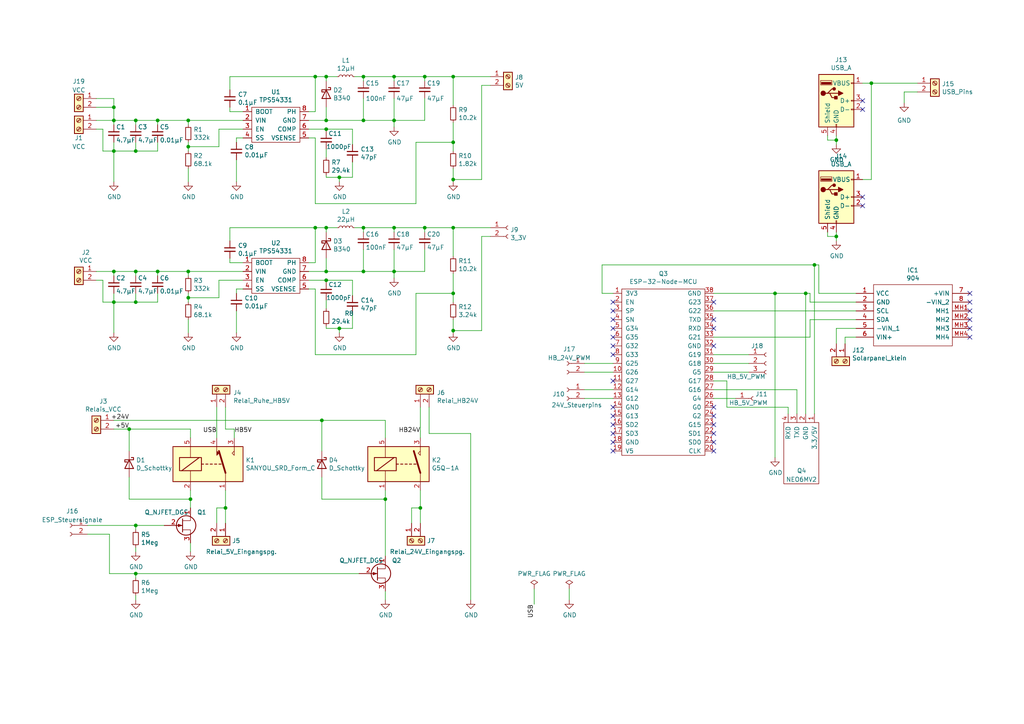
<source format=kicad_sch>
(kicad_sch (version 20211123) (generator eeschema)

  (uuid c830e3bc-dc64-4f65-8f47-3b106bae2807)

  (paper "A4")

  (title_block
    (title "Entwicklerboard des SSS Diplomprjekts")
    (date "02.12.2021")
    (company "TGM")
    (comment 1 "Module nicht implementiert: H-Brücke und Solarcontroller")
    (comment 2 "Module implementiert: Stromsensor, GPS-Sensor und ESP32")
    (comment 3 "Selbst entwickelt: Step-Down 3.3V, Step-Down 5V, USB-Anschluss und Relaischaltung")
    (comment 4 "Aufgrund Schraubklemmen(Aufbau mit Drähten) konnten Module nicht implementiert werden")
  )

  (lib_symbols
    (symbol "Connector:Conn_01x01_Female" (pin_names (offset 1.016) hide) (in_bom yes) (on_board yes)
      (property "Reference" "J" (id 0) (at 0 2.54 0)
        (effects (font (size 1.27 1.27)))
      )
      (property "Value" "Conn_01x01_Female" (id 1) (at 0 -2.54 0)
        (effects (font (size 1.27 1.27)))
      )
      (property "Footprint" "" (id 2) (at 0 0 0)
        (effects (font (size 1.27 1.27)) hide)
      )
      (property "Datasheet" "~" (id 3) (at 0 0 0)
        (effects (font (size 1.27 1.27)) hide)
      )
      (property "ki_keywords" "connector" (id 4) (at 0 0 0)
        (effects (font (size 1.27 1.27)) hide)
      )
      (property "ki_description" "Generic connector, single row, 01x01, script generated (kicad-library-utils/schlib/autogen/connector/)" (id 5) (at 0 0 0)
        (effects (font (size 1.27 1.27)) hide)
      )
      (property "ki_fp_filters" "Connector*:*" (id 6) (at 0 0 0)
        (effects (font (size 1.27 1.27)) hide)
      )
      (symbol "Conn_01x01_Female_1_1"
        (polyline
          (pts
            (xy -1.27 0)
            (xy -0.508 0)
          )
          (stroke (width 0.1524) (type default) (color 0 0 0 0))
          (fill (type none))
        )
        (arc (start 0 0.508) (mid -0.508 0) (end 0 -0.508)
          (stroke (width 0.1524) (type default) (color 0 0 0 0))
          (fill (type none))
        )
        (pin passive line (at -5.08 0 0) (length 3.81)
          (name "Pin_1" (effects (font (size 1.27 1.27))))
          (number "1" (effects (font (size 1.27 1.27))))
        )
      )
    )
    (symbol "Connector:Conn_01x02_Female" (pin_names (offset 1.016) hide) (in_bom yes) (on_board yes)
      (property "Reference" "J" (id 0) (at 0 2.54 0)
        (effects (font (size 1.27 1.27)))
      )
      (property "Value" "Conn_01x02_Female" (id 1) (at 0 -5.08 0)
        (effects (font (size 1.27 1.27)))
      )
      (property "Footprint" "" (id 2) (at 0 0 0)
        (effects (font (size 1.27 1.27)) hide)
      )
      (property "Datasheet" "~" (id 3) (at 0 0 0)
        (effects (font (size 1.27 1.27)) hide)
      )
      (property "ki_keywords" "connector" (id 4) (at 0 0 0)
        (effects (font (size 1.27 1.27)) hide)
      )
      (property "ki_description" "Generic connector, single row, 01x02, script generated (kicad-library-utils/schlib/autogen/connector/)" (id 5) (at 0 0 0)
        (effects (font (size 1.27 1.27)) hide)
      )
      (property "ki_fp_filters" "Connector*:*_1x??_*" (id 6) (at 0 0 0)
        (effects (font (size 1.27 1.27)) hide)
      )
      (symbol "Conn_01x02_Female_1_1"
        (arc (start 0 -2.032) (mid -0.508 -2.54) (end 0 -3.048)
          (stroke (width 0.1524) (type default) (color 0 0 0 0))
          (fill (type none))
        )
        (polyline
          (pts
            (xy -1.27 -2.54)
            (xy -0.508 -2.54)
          )
          (stroke (width 0.1524) (type default) (color 0 0 0 0))
          (fill (type none))
        )
        (polyline
          (pts
            (xy -1.27 0)
            (xy -0.508 0)
          )
          (stroke (width 0.1524) (type default) (color 0 0 0 0))
          (fill (type none))
        )
        (arc (start 0 0.508) (mid -0.508 0) (end 0 -0.508)
          (stroke (width 0.1524) (type default) (color 0 0 0 0))
          (fill (type none))
        )
        (pin passive line (at -5.08 0 0) (length 3.81)
          (name "Pin_1" (effects (font (size 1.27 1.27))))
          (number "1" (effects (font (size 1.27 1.27))))
        )
        (pin passive line (at -5.08 -2.54 0) (length 3.81)
          (name "Pin_2" (effects (font (size 1.27 1.27))))
          (number "2" (effects (font (size 1.27 1.27))))
        )
      )
    )
    (symbol "Connector:Conn_01x03_Female" (pin_names (offset 1.016) hide) (in_bom yes) (on_board yes)
      (property "Reference" "J" (id 0) (at 0 5.08 0)
        (effects (font (size 1.27 1.27)))
      )
      (property "Value" "Conn_01x03_Female" (id 1) (at 0 -5.08 0)
        (effects (font (size 1.27 1.27)))
      )
      (property "Footprint" "" (id 2) (at 0 0 0)
        (effects (font (size 1.27 1.27)) hide)
      )
      (property "Datasheet" "~" (id 3) (at 0 0 0)
        (effects (font (size 1.27 1.27)) hide)
      )
      (property "ki_keywords" "connector" (id 4) (at 0 0 0)
        (effects (font (size 1.27 1.27)) hide)
      )
      (property "ki_description" "Generic connector, single row, 01x03, script generated (kicad-library-utils/schlib/autogen/connector/)" (id 5) (at 0 0 0)
        (effects (font (size 1.27 1.27)) hide)
      )
      (property "ki_fp_filters" "Connector*:*_1x??_*" (id 6) (at 0 0 0)
        (effects (font (size 1.27 1.27)) hide)
      )
      (symbol "Conn_01x03_Female_1_1"
        (arc (start 0 -2.032) (mid -0.508 -2.54) (end 0 -3.048)
          (stroke (width 0.1524) (type default) (color 0 0 0 0))
          (fill (type none))
        )
        (polyline
          (pts
            (xy -1.27 -2.54)
            (xy -0.508 -2.54)
          )
          (stroke (width 0.1524) (type default) (color 0 0 0 0))
          (fill (type none))
        )
        (polyline
          (pts
            (xy -1.27 0)
            (xy -0.508 0)
          )
          (stroke (width 0.1524) (type default) (color 0 0 0 0))
          (fill (type none))
        )
        (polyline
          (pts
            (xy -1.27 2.54)
            (xy -0.508 2.54)
          )
          (stroke (width 0.1524) (type default) (color 0 0 0 0))
          (fill (type none))
        )
        (arc (start 0 0.508) (mid -0.508 0) (end 0 -0.508)
          (stroke (width 0.1524) (type default) (color 0 0 0 0))
          (fill (type none))
        )
        (arc (start 0 3.048) (mid -0.508 2.54) (end 0 2.032)
          (stroke (width 0.1524) (type default) (color 0 0 0 0))
          (fill (type none))
        )
        (pin passive line (at -5.08 2.54 0) (length 3.81)
          (name "Pin_1" (effects (font (size 1.27 1.27))))
          (number "1" (effects (font (size 1.27 1.27))))
        )
        (pin passive line (at -5.08 0 0) (length 3.81)
          (name "Pin_2" (effects (font (size 1.27 1.27))))
          (number "2" (effects (font (size 1.27 1.27))))
        )
        (pin passive line (at -5.08 -2.54 0) (length 3.81)
          (name "Pin_3" (effects (font (size 1.27 1.27))))
          (number "3" (effects (font (size 1.27 1.27))))
        )
      )
    )
    (symbol "Connector:Screw_Terminal_01x02" (pin_names (offset 1.016) hide) (in_bom yes) (on_board yes)
      (property "Reference" "J" (id 0) (at 0 2.54 0)
        (effects (font (size 1.27 1.27)))
      )
      (property "Value" "Screw_Terminal_01x02" (id 1) (at 0 -5.08 0)
        (effects (font (size 1.27 1.27)))
      )
      (property "Footprint" "" (id 2) (at 0 0 0)
        (effects (font (size 1.27 1.27)) hide)
      )
      (property "Datasheet" "~" (id 3) (at 0 0 0)
        (effects (font (size 1.27 1.27)) hide)
      )
      (property "ki_keywords" "screw terminal" (id 4) (at 0 0 0)
        (effects (font (size 1.27 1.27)) hide)
      )
      (property "ki_description" "Generic screw terminal, single row, 01x02, script generated (kicad-library-utils/schlib/autogen/connector/)" (id 5) (at 0 0 0)
        (effects (font (size 1.27 1.27)) hide)
      )
      (property "ki_fp_filters" "TerminalBlock*:*" (id 6) (at 0 0 0)
        (effects (font (size 1.27 1.27)) hide)
      )
      (symbol "Screw_Terminal_01x02_1_1"
        (rectangle (start -1.27 1.27) (end 1.27 -3.81)
          (stroke (width 0.254) (type default) (color 0 0 0 0))
          (fill (type background))
        )
        (circle (center 0 -2.54) (radius 0.635)
          (stroke (width 0.1524) (type default) (color 0 0 0 0))
          (fill (type none))
        )
        (polyline
          (pts
            (xy -0.5334 -2.2098)
            (xy 0.3302 -3.048)
          )
          (stroke (width 0.1524) (type default) (color 0 0 0 0))
          (fill (type none))
        )
        (polyline
          (pts
            (xy -0.5334 0.3302)
            (xy 0.3302 -0.508)
          )
          (stroke (width 0.1524) (type default) (color 0 0 0 0))
          (fill (type none))
        )
        (polyline
          (pts
            (xy -0.3556 -2.032)
            (xy 0.508 -2.8702)
          )
          (stroke (width 0.1524) (type default) (color 0 0 0 0))
          (fill (type none))
        )
        (polyline
          (pts
            (xy -0.3556 0.508)
            (xy 0.508 -0.3302)
          )
          (stroke (width 0.1524) (type default) (color 0 0 0 0))
          (fill (type none))
        )
        (circle (center 0 0) (radius 0.635)
          (stroke (width 0.1524) (type default) (color 0 0 0 0))
          (fill (type none))
        )
        (pin passive line (at -5.08 0 0) (length 3.81)
          (name "Pin_1" (effects (font (size 1.27 1.27))))
          (number "1" (effects (font (size 1.27 1.27))))
        )
        (pin passive line (at -5.08 -2.54 0) (length 3.81)
          (name "Pin_2" (effects (font (size 1.27 1.27))))
          (number "2" (effects (font (size 1.27 1.27))))
        )
      )
    )
    (symbol "Connector:USB_A" (pin_names (offset 1.016)) (in_bom yes) (on_board yes)
      (property "Reference" "J" (id 0) (at -5.08 11.43 0)
        (effects (font (size 1.27 1.27)) (justify left))
      )
      (property "Value" "USB_A" (id 1) (at -5.08 8.89 0)
        (effects (font (size 1.27 1.27)) (justify left))
      )
      (property "Footprint" "" (id 2) (at 3.81 -1.27 0)
        (effects (font (size 1.27 1.27)) hide)
      )
      (property "Datasheet" " ~" (id 3) (at 3.81 -1.27 0)
        (effects (font (size 1.27 1.27)) hide)
      )
      (property "ki_keywords" "connector USB" (id 4) (at 0 0 0)
        (effects (font (size 1.27 1.27)) hide)
      )
      (property "ki_description" "USB Type A connector" (id 5) (at 0 0 0)
        (effects (font (size 1.27 1.27)) hide)
      )
      (property "ki_fp_filters" "USB*" (id 6) (at 0 0 0)
        (effects (font (size 1.27 1.27)) hide)
      )
      (symbol "USB_A_0_1"
        (rectangle (start -5.08 -7.62) (end 5.08 7.62)
          (stroke (width 0.254) (type default) (color 0 0 0 0))
          (fill (type background))
        )
        (circle (center -3.81 2.159) (radius 0.635)
          (stroke (width 0.254) (type default) (color 0 0 0 0))
          (fill (type outline))
        )
        (rectangle (start -1.524 4.826) (end -4.318 5.334)
          (stroke (width 0) (type default) (color 0 0 0 0))
          (fill (type outline))
        )
        (rectangle (start -1.27 4.572) (end -4.572 5.842)
          (stroke (width 0) (type default) (color 0 0 0 0))
          (fill (type none))
        )
        (circle (center -0.635 3.429) (radius 0.381)
          (stroke (width 0.254) (type default) (color 0 0 0 0))
          (fill (type outline))
        )
        (rectangle (start -0.127 -7.62) (end 0.127 -6.858)
          (stroke (width 0) (type default) (color 0 0 0 0))
          (fill (type none))
        )
        (polyline
          (pts
            (xy -3.175 2.159)
            (xy -2.54 2.159)
            (xy -1.27 3.429)
            (xy -0.635 3.429)
          )
          (stroke (width 0.254) (type default) (color 0 0 0 0))
          (fill (type none))
        )
        (polyline
          (pts
            (xy -2.54 2.159)
            (xy -1.905 2.159)
            (xy -1.27 0.889)
            (xy 0 0.889)
          )
          (stroke (width 0.254) (type default) (color 0 0 0 0))
          (fill (type none))
        )
        (polyline
          (pts
            (xy 0.635 2.794)
            (xy 0.635 1.524)
            (xy 1.905 2.159)
            (xy 0.635 2.794)
          )
          (stroke (width 0.254) (type default) (color 0 0 0 0))
          (fill (type outline))
        )
        (rectangle (start 0.254 1.27) (end -0.508 0.508)
          (stroke (width 0.254) (type default) (color 0 0 0 0))
          (fill (type outline))
        )
        (rectangle (start 5.08 -2.667) (end 4.318 -2.413)
          (stroke (width 0) (type default) (color 0 0 0 0))
          (fill (type none))
        )
        (rectangle (start 5.08 -0.127) (end 4.318 0.127)
          (stroke (width 0) (type default) (color 0 0 0 0))
          (fill (type none))
        )
        (rectangle (start 5.08 4.953) (end 4.318 5.207)
          (stroke (width 0) (type default) (color 0 0 0 0))
          (fill (type none))
        )
      )
      (symbol "USB_A_1_1"
        (polyline
          (pts
            (xy -1.905 2.159)
            (xy 0.635 2.159)
          )
          (stroke (width 0.254) (type default) (color 0 0 0 0))
          (fill (type none))
        )
        (pin power_in line (at 7.62 5.08 180) (length 2.54)
          (name "VBUS" (effects (font (size 1.27 1.27))))
          (number "1" (effects (font (size 1.27 1.27))))
        )
        (pin bidirectional line (at 7.62 -2.54 180) (length 2.54)
          (name "D-" (effects (font (size 1.27 1.27))))
          (number "2" (effects (font (size 1.27 1.27))))
        )
        (pin bidirectional line (at 7.62 0 180) (length 2.54)
          (name "D+" (effects (font (size 1.27 1.27))))
          (number "3" (effects (font (size 1.27 1.27))))
        )
        (pin power_in line (at 0 -10.16 90) (length 2.54)
          (name "GND" (effects (font (size 1.27 1.27))))
          (number "4" (effects (font (size 1.27 1.27))))
        )
        (pin passive line (at -2.54 -10.16 90) (length 2.54)
          (name "Shield" (effects (font (size 1.27 1.27))))
          (number "5" (effects (font (size 1.27 1.27))))
        )
      )
    )
    (symbol "Device:C_Small" (pin_numbers hide) (pin_names (offset 0.254) hide) (in_bom yes) (on_board yes)
      (property "Reference" "C" (id 0) (at 0.254 1.778 0)
        (effects (font (size 1.27 1.27)) (justify left))
      )
      (property "Value" "C_Small" (id 1) (at 0.254 -2.032 0)
        (effects (font (size 1.27 1.27)) (justify left))
      )
      (property "Footprint" "" (id 2) (at 0 0 0)
        (effects (font (size 1.27 1.27)) hide)
      )
      (property "Datasheet" "~" (id 3) (at 0 0 0)
        (effects (font (size 1.27 1.27)) hide)
      )
      (property "ki_keywords" "capacitor cap" (id 4) (at 0 0 0)
        (effects (font (size 1.27 1.27)) hide)
      )
      (property "ki_description" "Unpolarized capacitor, small symbol" (id 5) (at 0 0 0)
        (effects (font (size 1.27 1.27)) hide)
      )
      (property "ki_fp_filters" "C_*" (id 6) (at 0 0 0)
        (effects (font (size 1.27 1.27)) hide)
      )
      (symbol "C_Small_0_1"
        (polyline
          (pts
            (xy -1.524 -0.508)
            (xy 1.524 -0.508)
          )
          (stroke (width 0.3302) (type default) (color 0 0 0 0))
          (fill (type none))
        )
        (polyline
          (pts
            (xy -1.524 0.508)
            (xy 1.524 0.508)
          )
          (stroke (width 0.3048) (type default) (color 0 0 0 0))
          (fill (type none))
        )
      )
      (symbol "C_Small_1_1"
        (pin passive line (at 0 2.54 270) (length 2.032)
          (name "~" (effects (font (size 1.27 1.27))))
          (number "1" (effects (font (size 1.27 1.27))))
        )
        (pin passive line (at 0 -2.54 90) (length 2.032)
          (name "~" (effects (font (size 1.27 1.27))))
          (number "2" (effects (font (size 1.27 1.27))))
        )
      )
    )
    (symbol "Device:D_Schottky" (pin_numbers hide) (pin_names (offset 1.016) hide) (in_bom yes) (on_board yes)
      (property "Reference" "D" (id 0) (at 0 2.54 0)
        (effects (font (size 1.27 1.27)))
      )
      (property "Value" "D_Schottky" (id 1) (at 0 -2.54 0)
        (effects (font (size 1.27 1.27)))
      )
      (property "Footprint" "" (id 2) (at 0 0 0)
        (effects (font (size 1.27 1.27)) hide)
      )
      (property "Datasheet" "~" (id 3) (at 0 0 0)
        (effects (font (size 1.27 1.27)) hide)
      )
      (property "ki_keywords" "diode Schottky" (id 4) (at 0 0 0)
        (effects (font (size 1.27 1.27)) hide)
      )
      (property "ki_description" "Schottky diode" (id 5) (at 0 0 0)
        (effects (font (size 1.27 1.27)) hide)
      )
      (property "ki_fp_filters" "TO-???* *_Diode_* *SingleDiode* D_*" (id 6) (at 0 0 0)
        (effects (font (size 1.27 1.27)) hide)
      )
      (symbol "D_Schottky_0_1"
        (polyline
          (pts
            (xy 1.27 0)
            (xy -1.27 0)
          )
          (stroke (width 0) (type default) (color 0 0 0 0))
          (fill (type none))
        )
        (polyline
          (pts
            (xy 1.27 1.27)
            (xy 1.27 -1.27)
            (xy -1.27 0)
            (xy 1.27 1.27)
          )
          (stroke (width 0.254) (type default) (color 0 0 0 0))
          (fill (type none))
        )
        (polyline
          (pts
            (xy -1.905 0.635)
            (xy -1.905 1.27)
            (xy -1.27 1.27)
            (xy -1.27 -1.27)
            (xy -0.635 -1.27)
            (xy -0.635 -0.635)
          )
          (stroke (width 0.254) (type default) (color 0 0 0 0))
          (fill (type none))
        )
      )
      (symbol "D_Schottky_1_1"
        (pin passive line (at -3.81 0 0) (length 2.54)
          (name "K" (effects (font (size 1.27 1.27))))
          (number "1" (effects (font (size 1.27 1.27))))
        )
        (pin passive line (at 3.81 0 180) (length 2.54)
          (name "A" (effects (font (size 1.27 1.27))))
          (number "2" (effects (font (size 1.27 1.27))))
        )
      )
    )
    (symbol "Device:L_Small" (pin_numbers hide) (pin_names (offset 0.254) hide) (in_bom yes) (on_board yes)
      (property "Reference" "L" (id 0) (at 0.762 1.016 0)
        (effects (font (size 1.27 1.27)) (justify left))
      )
      (property "Value" "L_Small" (id 1) (at 0.762 -1.016 0)
        (effects (font (size 1.27 1.27)) (justify left))
      )
      (property "Footprint" "" (id 2) (at 0 0 0)
        (effects (font (size 1.27 1.27)) hide)
      )
      (property "Datasheet" "~" (id 3) (at 0 0 0)
        (effects (font (size 1.27 1.27)) hide)
      )
      (property "ki_keywords" "inductor choke coil reactor magnetic" (id 4) (at 0 0 0)
        (effects (font (size 1.27 1.27)) hide)
      )
      (property "ki_description" "Inductor, small symbol" (id 5) (at 0 0 0)
        (effects (font (size 1.27 1.27)) hide)
      )
      (property "ki_fp_filters" "Choke_* *Coil* Inductor_* L_*" (id 6) (at 0 0 0)
        (effects (font (size 1.27 1.27)) hide)
      )
      (symbol "L_Small_0_1"
        (arc (start 0 -2.032) (mid 0.508 -1.524) (end 0 -1.016)
          (stroke (width 0) (type default) (color 0 0 0 0))
          (fill (type none))
        )
        (arc (start 0 -1.016) (mid 0.508 -0.508) (end 0 0)
          (stroke (width 0) (type default) (color 0 0 0 0))
          (fill (type none))
        )
        (arc (start 0 0) (mid 0.508 0.508) (end 0 1.016)
          (stroke (width 0) (type default) (color 0 0 0 0))
          (fill (type none))
        )
        (arc (start 0 1.016) (mid 0.508 1.524) (end 0 2.032)
          (stroke (width 0) (type default) (color 0 0 0 0))
          (fill (type none))
        )
      )
      (symbol "L_Small_1_1"
        (pin passive line (at 0 2.54 270) (length 0.508)
          (name "~" (effects (font (size 1.27 1.27))))
          (number "1" (effects (font (size 1.27 1.27))))
        )
        (pin passive line (at 0 -2.54 90) (length 0.508)
          (name "~" (effects (font (size 1.27 1.27))))
          (number "2" (effects (font (size 1.27 1.27))))
        )
      )
    )
    (symbol "Device:Q_NJFET_DGS" (pin_names (offset 0) hide) (in_bom yes) (on_board yes)
      (property "Reference" "Q" (id 0) (at 5.08 1.27 0)
        (effects (font (size 1.27 1.27)) (justify left))
      )
      (property "Value" "Q_NJFET_DGS" (id 1) (at 5.08 -1.27 0)
        (effects (font (size 1.27 1.27)) (justify left))
      )
      (property "Footprint" "" (id 2) (at 5.08 2.54 0)
        (effects (font (size 1.27 1.27)) hide)
      )
      (property "Datasheet" "~" (id 3) (at 0 0 0)
        (effects (font (size 1.27 1.27)) hide)
      )
      (property "ki_keywords" "transistor NJFET N-JFET" (id 4) (at 0 0 0)
        (effects (font (size 1.27 1.27)) hide)
      )
      (property "ki_description" "N-JFET transistor, drain/gate/source" (id 5) (at 0 0 0)
        (effects (font (size 1.27 1.27)) hide)
      )
      (symbol "Q_NJFET_DGS_0_1"
        (polyline
          (pts
            (xy 0.254 1.905)
            (xy 0.254 -1.905)
            (xy 0.254 -1.905)
          )
          (stroke (width 0.254) (type default) (color 0 0 0 0))
          (fill (type none))
        )
        (polyline
          (pts
            (xy 2.54 -2.54)
            (xy 2.54 -1.27)
            (xy 0.254 -1.27)
          )
          (stroke (width 0) (type default) (color 0 0 0 0))
          (fill (type none))
        )
        (polyline
          (pts
            (xy 2.54 2.54)
            (xy 2.54 1.397)
            (xy 0.254 1.397)
          )
          (stroke (width 0) (type default) (color 0 0 0 0))
          (fill (type none))
        )
        (polyline
          (pts
            (xy 0 0)
            (xy -1.016 0.381)
            (xy -1.016 -0.381)
            (xy 0 0)
          )
          (stroke (width 0) (type default) (color 0 0 0 0))
          (fill (type outline))
        )
        (circle (center 1.27 0) (radius 2.8194)
          (stroke (width 0.254) (type default) (color 0 0 0 0))
          (fill (type none))
        )
      )
      (symbol "Q_NJFET_DGS_1_1"
        (pin passive line (at 2.54 5.08 270) (length 2.54)
          (name "D" (effects (font (size 1.27 1.27))))
          (number "1" (effects (font (size 1.27 1.27))))
        )
        (pin input line (at -5.08 0 0) (length 5.334)
          (name "G" (effects (font (size 1.27 1.27))))
          (number "2" (effects (font (size 1.27 1.27))))
        )
        (pin passive line (at 2.54 -5.08 90) (length 2.54)
          (name "S" (effects (font (size 1.27 1.27))))
          (number "3" (effects (font (size 1.27 1.27))))
        )
      )
    )
    (symbol "Device:R_Small" (pin_numbers hide) (pin_names (offset 0.254) hide) (in_bom yes) (on_board yes)
      (property "Reference" "R" (id 0) (at 0.762 0.508 0)
        (effects (font (size 1.27 1.27)) (justify left))
      )
      (property "Value" "R_Small" (id 1) (at 0.762 -1.016 0)
        (effects (font (size 1.27 1.27)) (justify left))
      )
      (property "Footprint" "" (id 2) (at 0 0 0)
        (effects (font (size 1.27 1.27)) hide)
      )
      (property "Datasheet" "~" (id 3) (at 0 0 0)
        (effects (font (size 1.27 1.27)) hide)
      )
      (property "ki_keywords" "R resistor" (id 4) (at 0 0 0)
        (effects (font (size 1.27 1.27)) hide)
      )
      (property "ki_description" "Resistor, small symbol" (id 5) (at 0 0 0)
        (effects (font (size 1.27 1.27)) hide)
      )
      (property "ki_fp_filters" "R_*" (id 6) (at 0 0 0)
        (effects (font (size 1.27 1.27)) hide)
      )
      (symbol "R_Small_0_1"
        (rectangle (start -0.762 1.778) (end 0.762 -1.778)
          (stroke (width 0.2032) (type default) (color 0 0 0 0))
          (fill (type none))
        )
      )
      (symbol "R_Small_1_1"
        (pin passive line (at 0 2.54 270) (length 0.762)
          (name "~" (effects (font (size 1.27 1.27))))
          (number "1" (effects (font (size 1.27 1.27))))
        )
        (pin passive line (at 0 -2.54 90) (length 0.762)
          (name "~" (effects (font (size 1.27 1.27))))
          (number "2" (effects (font (size 1.27 1.27))))
        )
      )
    )
    (symbol "Diode:B340" (pin_numbers hide) (pin_names (offset 1.016) hide) (in_bom yes) (on_board yes)
      (property "Reference" "D" (id 0) (at 0 2.54 0)
        (effects (font (size 1.27 1.27)))
      )
      (property "Value" "B340" (id 1) (at 0 -2.54 0)
        (effects (font (size 1.27 1.27)))
      )
      (property "Footprint" "Diode_SMD:D_SMC" (id 2) (at 0 -4.445 0)
        (effects (font (size 1.27 1.27)) hide)
      )
      (property "Datasheet" "http://www.jameco.com/Jameco/Products/ProdDS/1538777.pdf" (id 3) (at 0 0 0)
        (effects (font (size 1.27 1.27)) hide)
      )
      (property "ki_keywords" "diode Schottky" (id 4) (at 0 0 0)
        (effects (font (size 1.27 1.27)) hide)
      )
      (property "ki_description" "40V 3A Schottky Barrier Rectifier Diode, SMC" (id 5) (at 0 0 0)
        (effects (font (size 1.27 1.27)) hide)
      )
      (property "ki_fp_filters" "D*SMC*" (id 6) (at 0 0 0)
        (effects (font (size 1.27 1.27)) hide)
      )
      (symbol "B340_0_1"
        (polyline
          (pts
            (xy 1.27 0)
            (xy -1.27 0)
          )
          (stroke (width 0) (type default) (color 0 0 0 0))
          (fill (type none))
        )
        (polyline
          (pts
            (xy 1.27 1.27)
            (xy 1.27 -1.27)
            (xy -1.27 0)
            (xy 1.27 1.27)
          )
          (stroke (width 0.254) (type default) (color 0 0 0 0))
          (fill (type none))
        )
        (polyline
          (pts
            (xy -1.905 0.635)
            (xy -1.905 1.27)
            (xy -1.27 1.27)
            (xy -1.27 -1.27)
            (xy -0.635 -1.27)
            (xy -0.635 -0.635)
          )
          (stroke (width 0.254) (type default) (color 0 0 0 0))
          (fill (type none))
        )
      )
      (symbol "B340_1_1"
        (pin passive line (at -3.81 0 0) (length 2.54)
          (name "K" (effects (font (size 1.27 1.27))))
          (number "1" (effects (font (size 1.27 1.27))))
        )
        (pin passive line (at 3.81 0 180) (length 2.54)
          (name "A" (effects (font (size 1.27 1.27))))
          (number "2" (effects (font (size 1.27 1.27))))
        )
      )
    )
    (symbol "Relay:G5Q-1A" (in_bom yes) (on_board yes)
      (property "Reference" "K" (id 0) (at 8.89 3.81 0)
        (effects (font (size 1.27 1.27)) (justify left))
      )
      (property "Value" "G5Q-1A" (id 1) (at 8.89 1.27 0)
        (effects (font (size 1.27 1.27)) (justify left))
      )
      (property "Footprint" "Relay_THT:Relay_SPST_Omron-G5Q-1A" (id 2) (at 8.89 -1.27 0)
        (effects (font (size 1.27 1.27)) (justify left) hide)
      )
      (property "Datasheet" "https://www.omron.com/ecb/products/pdf/en-g5q.pdf" (id 3) (at 0 0 0)
        (effects (font (size 1.27 1.27)) hide)
      )
      (property "ki_keywords" "Miniature Single Pole Relay" (id 4) (at 0 0 0)
        (effects (font (size 1.27 1.27)) hide)
      )
      (property "ki_description" "Omron G5Q relay, Miniature Single Pole, SPST-NO, 10A" (id 5) (at 0 0 0)
        (effects (font (size 1.27 1.27)) hide)
      )
      (property "ki_fp_filters" "Relay*SPST*Omron*G5Q*" (id 6) (at 0 0 0)
        (effects (font (size 1.27 1.27)) hide)
      )
      (symbol "G5Q-1A_0_0"
        (polyline
          (pts
            (xy 5.08 5.08)
            (xy 5.08 2.54)
            (xy 4.445 3.175)
            (xy 5.08 3.81)
          )
          (stroke (width 0) (type default) (color 0 0 0 0))
          (fill (type none))
        )
      )
      (symbol "G5Q-1A_0_1"
        (rectangle (start -10.16 5.08) (end 7.62 -5.08)
          (stroke (width 0.254) (type default) (color 0 0 0 0))
          (fill (type background))
        )
        (rectangle (start -8.255 1.905) (end -1.905 -1.905)
          (stroke (width 0.254) (type default) (color 0 0 0 0))
          (fill (type none))
        )
        (polyline
          (pts
            (xy -7.62 -1.905)
            (xy -2.54 1.905)
          )
          (stroke (width 0.254) (type default) (color 0 0 0 0))
          (fill (type none))
        )
        (polyline
          (pts
            (xy -5.08 -5.08)
            (xy -5.08 -1.905)
          )
          (stroke (width 0) (type default) (color 0 0 0 0))
          (fill (type none))
        )
        (polyline
          (pts
            (xy -5.08 5.08)
            (xy -5.08 1.905)
          )
          (stroke (width 0) (type default) (color 0 0 0 0))
          (fill (type none))
        )
        (polyline
          (pts
            (xy -1.905 0)
            (xy -1.27 0)
          )
          (stroke (width 0.254) (type default) (color 0 0 0 0))
          (fill (type none))
        )
        (polyline
          (pts
            (xy -0.635 0)
            (xy 0 0)
          )
          (stroke (width 0.254) (type default) (color 0 0 0 0))
          (fill (type none))
        )
        (polyline
          (pts
            (xy 0.635 0)
            (xy 1.27 0)
          )
          (stroke (width 0.254) (type default) (color 0 0 0 0))
          (fill (type none))
        )
        (polyline
          (pts
            (xy 1.905 0)
            (xy 2.54 0)
          )
          (stroke (width 0.254) (type default) (color 0 0 0 0))
          (fill (type none))
        )
        (polyline
          (pts
            (xy 3.175 0)
            (xy 3.81 0)
          )
          (stroke (width 0.254) (type default) (color 0 0 0 0))
          (fill (type none))
        )
        (polyline
          (pts
            (xy 5.08 -2.54)
            (xy 3.175 3.81)
          )
          (stroke (width 0.508) (type default) (color 0 0 0 0))
          (fill (type none))
        )
        (polyline
          (pts
            (xy 5.08 -2.54)
            (xy 5.08 -5.08)
          )
          (stroke (width 0) (type default) (color 0 0 0 0))
          (fill (type none))
        )
      )
      (symbol "G5Q-1A_1_1"
        (pin passive line (at -5.08 -7.62 90) (length 2.54)
          (name "~" (effects (font (size 1.27 1.27))))
          (number "1" (effects (font (size 1.27 1.27))))
        )
        (pin passive line (at 5.08 -7.62 90) (length 2.54)
          (name "~" (effects (font (size 1.27 1.27))))
          (number "2" (effects (font (size 1.27 1.27))))
        )
        (pin passive line (at 5.08 7.62 270) (length 2.54)
          (name "~" (effects (font (size 1.27 1.27))))
          (number "3" (effects (font (size 1.27 1.27))))
        )
        (pin passive line (at -5.08 7.62 270) (length 2.54)
          (name "~" (effects (font (size 1.27 1.27))))
          (number "5" (effects (font (size 1.27 1.27))))
        )
      )
    )
    (symbol "Relay:SANYOU_SRD_Form_C" (in_bom yes) (on_board yes)
      (property "Reference" "K" (id 0) (at 11.43 3.81 0)
        (effects (font (size 1.27 1.27)) (justify left))
      )
      (property "Value" "SANYOU_SRD_Form_C" (id 1) (at 11.43 1.27 0)
        (effects (font (size 1.27 1.27)) (justify left))
      )
      (property "Footprint" "Relay_THT:Relay_SPDT_SANYOU_SRD_Series_Form_C" (id 2) (at 11.43 -1.27 0)
        (effects (font (size 1.27 1.27)) (justify left) hide)
      )
      (property "Datasheet" "http://www.sanyourelay.ca/public/products/pdf/SRD.pdf" (id 3) (at 0 0 0)
        (effects (font (size 1.27 1.27)) hide)
      )
      (property "ki_keywords" "Single Pole Relay SPDT" (id 4) (at 0 0 0)
        (effects (font (size 1.27 1.27)) hide)
      )
      (property "ki_description" "Sanyo SRD relay, Single Pole Miniature Power Relay," (id 5) (at 0 0 0)
        (effects (font (size 1.27 1.27)) hide)
      )
      (property "ki_fp_filters" "Relay*SPDT*SANYOU*SRD*Series*Form*C*" (id 6) (at 0 0 0)
        (effects (font (size 1.27 1.27)) hide)
      )
      (symbol "SANYOU_SRD_Form_C_0_0"
        (polyline
          (pts
            (xy 7.62 5.08)
            (xy 7.62 2.54)
            (xy 6.985 3.175)
            (xy 7.62 3.81)
          )
          (stroke (width 0) (type default) (color 0 0 0 0))
          (fill (type none))
        )
      )
      (symbol "SANYOU_SRD_Form_C_0_1"
        (rectangle (start -10.16 5.08) (end 10.16 -5.08)
          (stroke (width 0.254) (type default) (color 0 0 0 0))
          (fill (type background))
        )
        (rectangle (start -8.255 1.905) (end -1.905 -1.905)
          (stroke (width 0.254) (type default) (color 0 0 0 0))
          (fill (type none))
        )
        (polyline
          (pts
            (xy -7.62 -1.905)
            (xy -2.54 1.905)
          )
          (stroke (width 0.254) (type default) (color 0 0 0 0))
          (fill (type none))
        )
        (polyline
          (pts
            (xy -5.08 -5.08)
            (xy -5.08 -1.905)
          )
          (stroke (width 0) (type default) (color 0 0 0 0))
          (fill (type none))
        )
        (polyline
          (pts
            (xy -5.08 5.08)
            (xy -5.08 1.905)
          )
          (stroke (width 0) (type default) (color 0 0 0 0))
          (fill (type none))
        )
        (polyline
          (pts
            (xy -1.905 0)
            (xy -1.27 0)
          )
          (stroke (width 0.254) (type default) (color 0 0 0 0))
          (fill (type none))
        )
        (polyline
          (pts
            (xy -0.635 0)
            (xy 0 0)
          )
          (stroke (width 0.254) (type default) (color 0 0 0 0))
          (fill (type none))
        )
        (polyline
          (pts
            (xy 0.635 0)
            (xy 1.27 0)
          )
          (stroke (width 0.254) (type default) (color 0 0 0 0))
          (fill (type none))
        )
        (polyline
          (pts
            (xy 1.905 0)
            (xy 2.54 0)
          )
          (stroke (width 0.254) (type default) (color 0 0 0 0))
          (fill (type none))
        )
        (polyline
          (pts
            (xy 3.175 0)
            (xy 3.81 0)
          )
          (stroke (width 0.254) (type default) (color 0 0 0 0))
          (fill (type none))
        )
        (polyline
          (pts
            (xy 5.08 -2.54)
            (xy 3.175 3.81)
          )
          (stroke (width 0.508) (type default) (color 0 0 0 0))
          (fill (type none))
        )
        (polyline
          (pts
            (xy 5.08 -2.54)
            (xy 5.08 -5.08)
          )
          (stroke (width 0) (type default) (color 0 0 0 0))
          (fill (type none))
        )
      )
      (symbol "SANYOU_SRD_Form_C_1_1"
        (polyline
          (pts
            (xy 2.54 3.81)
            (xy 3.175 3.175)
            (xy 2.54 2.54)
            (xy 2.54 5.08)
          )
          (stroke (width 0) (type default) (color 0 0 0 0))
          (fill (type outline))
        )
        (pin passive line (at 5.08 -7.62 90) (length 2.54)
          (name "~" (effects (font (size 1.27 1.27))))
          (number "1" (effects (font (size 1.27 1.27))))
        )
        (pin passive line (at -5.08 -7.62 90) (length 2.54)
          (name "~" (effects (font (size 1.27 1.27))))
          (number "2" (effects (font (size 1.27 1.27))))
        )
        (pin passive line (at 7.62 7.62 270) (length 2.54)
          (name "~" (effects (font (size 1.27 1.27))))
          (number "3" (effects (font (size 1.27 1.27))))
        )
        (pin passive line (at 2.54 7.62 270) (length 2.54)
          (name "~" (effects (font (size 1.27 1.27))))
          (number "4" (effects (font (size 1.27 1.27))))
        )
        (pin passive line (at -5.08 7.62 270) (length 2.54)
          (name "~" (effects (font (size 1.27 1.27))))
          (number "5" (effects (font (size 1.27 1.27))))
        )
      )
    )
    (symbol "SamacSys_Parts:904" (pin_names (offset 0.762)) (in_bom yes) (on_board yes)
      (property "Reference" "IC" (id 0) (at 29.21 7.62 0)
        (effects (font (size 1.27 1.27)) (justify left))
      )
      (property "Value" "904" (id 1) (at 29.21 5.08 0)
        (effects (font (size 1.27 1.27)) (justify left))
      )
      (property "Footprint" "904" (id 2) (at 29.21 2.54 0)
        (effects (font (size 1.27 1.27)) (justify left) hide)
      )
      (property "Datasheet" "https://learn.adafruit.com/adafruit-ina219-current-sensor-breakout/downloads" (id 3) (at 29.21 0 0)
        (effects (font (size 1.27 1.27)) (justify left) hide)
      )
      (property "Description" "Current Sensor Development Tools INA219 DC Current Sensor Breakout" (id 4) (at 29.21 -2.54 0)
        (effects (font (size 1.27 1.27)) (justify left) hide)
      )
      (property "Height" "5" (id 5) (at 29.21 -5.08 0)
        (effects (font (size 1.27 1.27)) (justify left) hide)
      )
      (property "Manufacturer_Name" "Adafruit" (id 6) (at 29.21 -12.7 0)
        (effects (font (size 1.27 1.27)) (justify left) hide)
      )
      (property "Manufacturer_Part_Number" "904" (id 7) (at 29.21 -15.24 0)
        (effects (font (size 1.27 1.27)) (justify left) hide)
      )
      (property "Allied_Number" "70460612" (id 8) (at 29.21 -17.78 0)
        (effects (font (size 1.27 1.27)) (justify left) hide)
      )
      (property "ki_description" "Current Sensor Development Tools INA219 DC Current Sensor Breakout" (id 9) (at 0 0 0)
        (effects (font (size 1.27 1.27)) hide)
      )
      (symbol "904_0_0"
        (pin passive line (at 0 0 0) (length 5.08)
          (name "VCC" (effects (font (size 1.27 1.27))))
          (number "1" (effects (font (size 1.27 1.27))))
        )
        (pin passive line (at 0 -2.54 0) (length 5.08)
          (name "GND" (effects (font (size 1.27 1.27))))
          (number "2" (effects (font (size 1.27 1.27))))
        )
        (pin passive line (at 0 -5.08 0) (length 5.08)
          (name "SCL" (effects (font (size 1.27 1.27))))
          (number "3" (effects (font (size 1.27 1.27))))
        )
        (pin passive line (at 0 -7.62 0) (length 5.08)
          (name "SDA" (effects (font (size 1.27 1.27))))
          (number "4" (effects (font (size 1.27 1.27))))
        )
        (pin passive line (at 0 -10.16 0) (length 5.08)
          (name "-VIN_1" (effects (font (size 1.27 1.27))))
          (number "5" (effects (font (size 1.27 1.27))))
        )
        (pin passive line (at 0 -12.7 0) (length 5.08)
          (name "VIN+" (effects (font (size 1.27 1.27))))
          (number "6" (effects (font (size 1.27 1.27))))
        )
        (pin passive line (at 33.02 0 180) (length 5.08)
          (name "+VIN" (effects (font (size 1.27 1.27))))
          (number "7" (effects (font (size 1.27 1.27))))
        )
        (pin passive line (at 33.02 -2.54 180) (length 5.08)
          (name "-VIN_2" (effects (font (size 1.27 1.27))))
          (number "8" (effects (font (size 1.27 1.27))))
        )
        (pin passive line (at 33.02 -5.08 180) (length 5.08)
          (name "MH1" (effects (font (size 1.27 1.27))))
          (number "MH1" (effects (font (size 1.27 1.27))))
        )
        (pin passive line (at 33.02 -7.62 180) (length 5.08)
          (name "MH2" (effects (font (size 1.27 1.27))))
          (number "MH2" (effects (font (size 1.27 1.27))))
        )
        (pin passive line (at 33.02 -10.16 180) (length 5.08)
          (name "MH3" (effects (font (size 1.27 1.27))))
          (number "MH3" (effects (font (size 1.27 1.27))))
        )
        (pin passive line (at 33.02 -12.7 180) (length 5.08)
          (name "MH4" (effects (font (size 1.27 1.27))))
          (number "MH4" (effects (font (size 1.27 1.27))))
        )
      )
      (symbol "904_0_1"
        (polyline
          (pts
            (xy 5.08 2.54)
            (xy 27.94 2.54)
            (xy 27.94 -15.24)
            (xy 5.08 -15.24)
            (xy 5.08 2.54)
          )
          (stroke (width 0.1524) (type default) (color 0 0 0 0))
          (fill (type none))
        )
      )
    )
    (symbol "SamacSys_Parts:ESP-32-Node-MCU" (pin_names (offset 1.016)) (in_bom yes) (on_board yes)
      (property "Reference" "Q" (id 0) (at 0 24.13 0)
        (effects (font (size 1.27 1.27)))
      )
      (property "Value" "ESP-32-Node-MCU" (id 1) (at 0 12.7 90)
        (effects (font (size 1.27 1.27)))
      )
      (property "Footprint" "" (id 2) (at 29.21 27.94 0)
        (effects (font (size 1.27 1.27)) hide)
      )
      (property "Datasheet" "" (id 3) (at 29.21 27.94 0)
        (effects (font (size 1.27 1.27)) hide)
      )
      (symbol "ESP-32-Node-MCU_0_1"
        (rectangle (start -12.7 22.86) (end 11.43 -25.4)
          (stroke (width 0) (type default) (color 0 0 0 0))
          (fill (type none))
        )
      )
      (symbol "ESP-32-Node-MCU_1_1"
        (pin passive line (at -15.24 21.59 0) (length 2.54)
          (name "3V3" (effects (font (size 1.27 1.27))))
          (number "1" (effects (font (size 1.27 1.27))))
        )
        (pin passive line (at -15.24 -1.27 0) (length 2.54)
          (name "G26" (effects (font (size 1.27 1.27))))
          (number "10" (effects (font (size 1.27 1.27))))
        )
        (pin passive line (at -15.24 -3.81 0) (length 2.54)
          (name "G27" (effects (font (size 1.27 1.27))))
          (number "11" (effects (font (size 1.27 1.27))))
        )
        (pin passive line (at -15.24 -6.35 0) (length 2.54)
          (name "G14" (effects (font (size 1.27 1.27))))
          (number "12" (effects (font (size 1.27 1.27))))
        )
        (pin passive line (at -15.24 -8.89 0) (length 2.54)
          (name "G12" (effects (font (size 1.27 1.27))))
          (number "13" (effects (font (size 1.27 1.27))))
        )
        (pin passive line (at -15.24 -11.43 0) (length 2.54)
          (name "GND" (effects (font (size 1.27 1.27))))
          (number "14" (effects (font (size 1.27 1.27))))
        )
        (pin passive line (at -15.24 -13.97 0) (length 2.54)
          (name "G13" (effects (font (size 1.27 1.27))))
          (number "15" (effects (font (size 1.27 1.27))))
        )
        (pin passive line (at -15.24 -16.51 0) (length 2.54)
          (name "SD2" (effects (font (size 1.27 1.27))))
          (number "16" (effects (font (size 1.27 1.27))))
        )
        (pin passive line (at -15.24 -19.05 0) (length 2.54)
          (name "SD3" (effects (font (size 1.27 1.27))))
          (number "17" (effects (font (size 1.27 1.27))))
        )
        (pin passive line (at -15.24 -21.59 0) (length 2.54)
          (name "GND" (effects (font (size 1.27 1.27))))
          (number "18" (effects (font (size 1.27 1.27))))
        )
        (pin passive line (at -15.24 -24.13 0) (length 2.54)
          (name "V5" (effects (font (size 1.27 1.27))))
          (number "19" (effects (font (size 1.27 1.27))))
        )
        (pin passive line (at -15.24 19.05 0) (length 2.54)
          (name "EN" (effects (font (size 1.27 1.27))))
          (number "2" (effects (font (size 1.27 1.27))))
        )
        (pin passive line (at 13.97 -24.13 180) (length 2.54)
          (name "CLK" (effects (font (size 1.27 1.27))))
          (number "20" (effects (font (size 1.27 1.27))))
        )
        (pin passive line (at 13.97 -21.59 180) (length 2.54)
          (name "SD0" (effects (font (size 1.27 1.27))))
          (number "21" (effects (font (size 1.27 1.27))))
        )
        (pin passive line (at 13.97 -19.05 180) (length 2.54)
          (name "SD1" (effects (font (size 1.27 1.27))))
          (number "22" (effects (font (size 1.27 1.27))))
        )
        (pin passive line (at 13.97 -16.51 180) (length 2.54)
          (name "G15" (effects (font (size 1.27 1.27))))
          (number "23" (effects (font (size 1.27 1.27))))
        )
        (pin passive line (at 13.97 -13.97 180) (length 2.54)
          (name "G2" (effects (font (size 1.27 1.27))))
          (number "24" (effects (font (size 1.27 1.27))))
        )
        (pin passive line (at 13.97 -11.43 180) (length 2.54)
          (name "G0" (effects (font (size 1.27 1.27))))
          (number "25" (effects (font (size 1.27 1.27))))
        )
        (pin passive line (at 13.97 -8.89 180) (length 2.54)
          (name "G4" (effects (font (size 1.27 1.27))))
          (number "26" (effects (font (size 1.27 1.27))))
        )
        (pin passive line (at 13.97 -6.35 180) (length 2.54)
          (name "G16" (effects (font (size 1.27 1.27))))
          (number "27" (effects (font (size 1.27 1.27))))
        )
        (pin passive line (at 13.97 -3.81 180) (length 2.54)
          (name "G17" (effects (font (size 1.27 1.27))))
          (number "28" (effects (font (size 1.27 1.27))))
        )
        (pin passive line (at 13.97 -1.27 180) (length 2.54)
          (name "G5" (effects (font (size 1.27 1.27))))
          (number "29" (effects (font (size 1.27 1.27))))
        )
        (pin passive line (at -15.24 16.51 0) (length 2.54)
          (name "SP" (effects (font (size 1.27 1.27))))
          (number "3" (effects (font (size 1.27 1.27))))
        )
        (pin passive line (at 13.97 1.27 180) (length 2.54)
          (name "G18" (effects (font (size 1.27 1.27))))
          (number "30" (effects (font (size 1.27 1.27))))
        )
        (pin passive line (at 13.97 3.81 180) (length 2.54)
          (name "G19" (effects (font (size 1.27 1.27))))
          (number "31" (effects (font (size 1.27 1.27))))
        )
        (pin passive line (at 13.97 6.35 180) (length 2.54)
          (name "GND" (effects (font (size 1.27 1.27))))
          (number "32" (effects (font (size 1.27 1.27))))
        )
        (pin passive line (at 13.97 8.89 180) (length 2.54)
          (name "G21" (effects (font (size 1.27 1.27))))
          (number "33" (effects (font (size 1.27 1.27))))
        )
        (pin passive line (at 13.97 11.43 180) (length 2.54)
          (name "RXD" (effects (font (size 1.27 1.27))))
          (number "34" (effects (font (size 1.27 1.27))))
        )
        (pin passive line (at 13.97 13.97 180) (length 2.54)
          (name "TXD" (effects (font (size 1.27 1.27))))
          (number "35" (effects (font (size 1.27 1.27))))
        )
        (pin passive line (at 13.97 16.51 180) (length 2.54)
          (name "G22" (effects (font (size 1.27 1.27))))
          (number "36" (effects (font (size 1.27 1.27))))
        )
        (pin passive line (at 13.97 19.05 180) (length 2.54)
          (name "G23" (effects (font (size 1.27 1.27))))
          (number "37" (effects (font (size 1.27 1.27))))
        )
        (pin passive line (at 13.97 21.59 180) (length 2.54)
          (name "GND" (effects (font (size 1.27 1.27))))
          (number "38" (effects (font (size 1.27 1.27))))
        )
        (pin passive line (at -15.24 13.97 0) (length 2.54)
          (name "SN" (effects (font (size 1.27 1.27))))
          (number "4" (effects (font (size 1.27 1.27))))
        )
        (pin passive line (at -15.24 11.43 0) (length 2.54)
          (name "G34" (effects (font (size 1.27 1.27))))
          (number "5" (effects (font (size 1.27 1.27))))
        )
        (pin passive line (at -15.24 8.89 0) (length 2.54)
          (name "G35" (effects (font (size 1.27 1.27))))
          (number "6" (effects (font (size 1.27 1.27))))
        )
        (pin passive line (at -15.24 6.35 0) (length 2.54)
          (name "G32" (effects (font (size 1.27 1.27))))
          (number "7" (effects (font (size 1.27 1.27))))
        )
        (pin passive line (at -15.24 3.81 0) (length 2.54)
          (name "G33" (effects (font (size 1.27 1.27))))
          (number "8" (effects (font (size 1.27 1.27))))
        )
        (pin passive line (at -15.24 1.27 0) (length 2.54)
          (name "G25" (effects (font (size 1.27 1.27))))
          (number "9" (effects (font (size 1.27 1.27))))
        )
      )
    )
    (symbol "SamacSys_Parts:NEO6MV2" (pin_names (offset 1.016)) (in_bom yes) (on_board yes)
      (property "Reference" "Q" (id 0) (at 7.62 1.27 0)
        (effects (font (size 1.27 1.27)))
      )
      (property "Value" "NEO6MV2" (id 1) (at 7.62 -1.27 0)
        (effects (font (size 1.27 1.27)))
      )
      (property "Footprint" "" (id 2) (at 0 0 0)
        (effects (font (size 1.27 1.27)) hide)
      )
      (property "Datasheet" "" (id 3) (at 0 0 0)
        (effects (font (size 1.27 1.27)) hide)
      )
      (symbol "NEO6MV2_0_1"
        (rectangle (start -5.08 7.62) (end 12.7 -2.54)
          (stroke (width 0) (type default) (color 0 0 0 0))
          (fill (type none))
        )
      )
      (symbol "NEO6MV2_1_1"
        (pin passive line (at -7.62 6.35 0) (length 2.54)
          (name "3.3/5V" (effects (font (size 1.27 1.27))))
          (number "1" (effects (font (size 1.27 1.27))))
        )
        (pin passive line (at -7.62 3.81 0) (length 2.54)
          (name "GND" (effects (font (size 1.27 1.27))))
          (number "2" (effects (font (size 1.27 1.27))))
        )
        (pin passive line (at -7.62 1.27 0) (length 2.54)
          (name "TXD" (effects (font (size 1.27 1.27))))
          (number "3" (effects (font (size 1.27 1.27))))
        )
        (pin passive line (at -7.62 -1.27 0) (length 2.54)
          (name "RXD" (effects (font (size 1.27 1.27))))
          (number "4" (effects (font (size 1.27 1.27))))
        )
      )
    )
    (symbol "StepDown:TPS54331" (pin_names (offset 1.016)) (in_bom yes) (on_board yes)
      (property "Reference" "U" (id 0) (at -5.08 6.35 0)
        (effects (font (size 1.27 1.27)))
      )
      (property "Value" "TPS54331" (id 1) (at 2.54 6.35 0)
        (effects (font (size 1.27 1.27)))
      )
      (property "Footprint" "" (id 2) (at -6.35 6.35 0)
        (effects (font (size 1.27 1.27)) hide)
      )
      (property "Datasheet" "" (id 3) (at -6.35 6.35 0)
        (effects (font (size 1.27 1.27)) hide)
      )
      (symbol "TPS54331_0_1"
        (rectangle (start -6.35 5.08) (end 7.62 -5.08)
          (stroke (width 0) (type default) (color 0 0 0 0))
          (fill (type none))
        )
      )
      (symbol "TPS54331_1_1"
        (pin output line (at -8.89 3.81 0) (length 2.54)
          (name "BOOT" (effects (font (size 1.27 1.27))))
          (number "1" (effects (font (size 1.27 1.27))))
        )
        (pin input line (at -8.89 1.27 0) (length 2.54)
          (name "VIN" (effects (font (size 1.27 1.27))))
          (number "2" (effects (font (size 1.27 1.27))))
        )
        (pin input line (at -8.89 -1.27 0) (length 2.54)
          (name "EN" (effects (font (size 1.27 1.27))))
          (number "3" (effects (font (size 1.27 1.27))))
        )
        (pin input line (at -8.89 -3.81 0) (length 2.54)
          (name "SS" (effects (font (size 1.27 1.27))))
          (number "4" (effects (font (size 1.27 1.27))))
        )
        (pin input line (at 10.16 -3.81 180) (length 2.54)
          (name "VSENSE" (effects (font (size 1.27 1.27))))
          (number "5" (effects (font (size 1.27 1.27))))
        )
        (pin output line (at 10.16 -1.27 180) (length 2.54)
          (name "COMP" (effects (font (size 1.27 1.27))))
          (number "6" (effects (font (size 1.27 1.27))))
        )
        (pin passive line (at 10.16 1.27 180) (length 2.54)
          (name "GND" (effects (font (size 1.27 1.27))))
          (number "7" (effects (font (size 1.27 1.27))))
        )
        (pin output line (at 10.16 3.81 180) (length 2.54)
          (name "PH" (effects (font (size 1.27 1.27))))
          (number "8" (effects (font (size 1.27 1.27))))
        )
      )
    )
    (symbol "power:GND" (power) (pin_names (offset 0)) (in_bom yes) (on_board yes)
      (property "Reference" "#PWR" (id 0) (at 0 -6.35 0)
        (effects (font (size 1.27 1.27)) hide)
      )
      (property "Value" "GND" (id 1) (at 0 -3.81 0)
        (effects (font (size 1.27 1.27)))
      )
      (property "Footprint" "" (id 2) (at 0 0 0)
        (effects (font (size 1.27 1.27)) hide)
      )
      (property "Datasheet" "" (id 3) (at 0 0 0)
        (effects (font (size 1.27 1.27)) hide)
      )
      (property "ki_keywords" "power-flag" (id 4) (at 0 0 0)
        (effects (font (size 1.27 1.27)) hide)
      )
      (property "ki_description" "Power symbol creates a global label with name \"GND\" , ground" (id 5) (at 0 0 0)
        (effects (font (size 1.27 1.27)) hide)
      )
      (symbol "GND_0_1"
        (polyline
          (pts
            (xy 0 0)
            (xy 0 -1.27)
            (xy 1.27 -1.27)
            (xy 0 -2.54)
            (xy -1.27 -1.27)
            (xy 0 -1.27)
          )
          (stroke (width 0) (type default) (color 0 0 0 0))
          (fill (type none))
        )
      )
      (symbol "GND_1_1"
        (pin power_in line (at 0 0 270) (length 0) hide
          (name "GND" (effects (font (size 1.27 1.27))))
          (number "1" (effects (font (size 1.27 1.27))))
        )
      )
    )
    (symbol "power:PWR_FLAG" (power) (pin_numbers hide) (pin_names (offset 0) hide) (in_bom yes) (on_board yes)
      (property "Reference" "#FLG" (id 0) (at 0 1.905 0)
        (effects (font (size 1.27 1.27)) hide)
      )
      (property "Value" "PWR_FLAG" (id 1) (at 0 3.81 0)
        (effects (font (size 1.27 1.27)))
      )
      (property "Footprint" "" (id 2) (at 0 0 0)
        (effects (font (size 1.27 1.27)) hide)
      )
      (property "Datasheet" "~" (id 3) (at 0 0 0)
        (effects (font (size 1.27 1.27)) hide)
      )
      (property "ki_keywords" "power-flag" (id 4) (at 0 0 0)
        (effects (font (size 1.27 1.27)) hide)
      )
      (property "ki_description" "Special symbol for telling ERC where power comes from" (id 5) (at 0 0 0)
        (effects (font (size 1.27 1.27)) hide)
      )
      (symbol "PWR_FLAG_0_0"
        (pin power_out line (at 0 0 90) (length 0)
          (name "pwr" (effects (font (size 1.27 1.27))))
          (number "1" (effects (font (size 1.27 1.27))))
        )
      )
      (symbol "PWR_FLAG_0_1"
        (polyline
          (pts
            (xy 0 0)
            (xy 0 1.27)
            (xy -1.016 1.905)
            (xy 0 2.54)
            (xy 1.016 1.905)
            (xy 0 1.27)
          )
          (stroke (width 0) (type default) (color 0 0 0 0))
          (fill (type none))
        )
      )
    )
  )

  (junction (at 54.61 86.36) (diameter 0) (color 0 0 0 0)
    (uuid 00f3ea8b-8a54-4e56-84ff-d98f6c00496c)
  )
  (junction (at 65.405 147.32) (diameter 0) (color 0 0 0 0)
    (uuid 05f2859d-2820-4e84-b395-696011feb13b)
  )
  (junction (at 114.3 22.225) (diameter 0) (color 0 0 0 0)
    (uuid 071522c0-d0ed-49b9-906e-6295f67fb0dc)
  )
  (junction (at 242.57 68.58) (diameter 0) (color 0 0 0 0)
    (uuid 0fafc6b9-fd35-4a55-9270-7a8e7ce3cb13)
  )
  (junction (at 98.425 95.25) (diameter 0) (color 0 0 0 0)
    (uuid 1199146e-a60b-416a-b503-e77d6d2892f9)
  )
  (junction (at 91.44 22.225) (diameter 0) (color 0 0 0 0)
    (uuid 15fe8f3d-6077-4e0e-81d0-8ec3f4538981)
  )
  (junction (at 233.68 85.09) (diameter 0) (color 0 0 0 0)
    (uuid 1a40417e-f9d2-40eb-837d-4503788ff8a1)
  )
  (junction (at 55.245 144.78) (diameter 0) (color 0 0 0 0)
    (uuid 2e90e294-82e1-45da-9bf1-b91dfe0dc8f6)
  )
  (junction (at 33.02 78.74) (diameter 0) (color 0 0 0 0)
    (uuid 393286a6-215e-49a9-84ed-ba0c6b4f8b2a)
  )
  (junction (at 45.72 34.925) (diameter 0) (color 0 0 0 0)
    (uuid 3a52f112-cb97-43db-aaeb-20afe27664d7)
  )
  (junction (at 93.345 121.92) (diameter 0) (color 0 0 0 0)
    (uuid 3dc2ba9d-0b6c-4ae5-a03b-59ec605cdf49)
  )
  (junction (at 94.615 81.28) (diameter 0) (color 0 0 0 0)
    (uuid 479331ff-c540-41f4-84e6-b48d65171e59)
  )
  (junction (at 114.3 78.74) (diameter 0) (color 0 0 0 0)
    (uuid 4db55cb8-197b-4402-871f-ce582b65664b)
  )
  (junction (at 39.37 152.4) (diameter 0) (color 0 0 0 0)
    (uuid 4e27930e-1827-4788-aa6b-487321d46602)
  )
  (junction (at 123.19 22.225) (diameter 0) (color 0 0 0 0)
    (uuid 597a11f2-5d2c-4a65-ac95-38ad106e1367)
  )
  (junction (at 131.445 85.09) (diameter 0) (color 0 0 0 0)
    (uuid 5e506eba-12e2-4c39-92b7-e83c9759983e)
  )
  (junction (at 37.465 124.46) (diameter 0) (color 0 0 0 0)
    (uuid 63c56ea4-91a3-4172-b9de-a4388cc8f894)
  )
  (junction (at 242.57 40.64) (diameter 0) (color 0 0 0 0)
    (uuid 6513181c-0a6a-4560-9a18-17450c36ae2a)
  )
  (junction (at 33.02 34.925) (diameter 0) (color 0 0 0 0)
    (uuid 6b41202c-9017-4555-8823-836bda0ce6bf)
  )
  (junction (at 94.615 37.465) (diameter 0) (color 0 0 0 0)
    (uuid 6e68f0cd-800e-4167-9553-71fc59da1eeb)
  )
  (junction (at 33.02 87.63) (diameter 0) (color 0 0 0 0)
    (uuid 71989e06-8659-4605-b2da-4f729cc41263)
  )
  (junction (at 54.61 78.74) (diameter 0) (color 0 0 0 0)
    (uuid 795e68e2-c9ba-45cf-9bff-89b8fae05b5a)
  )
  (junction (at 252.73 24.13) (diameter 0) (color 0 0 0 0)
    (uuid 798737b0-aca5-44d0-9004-ffe1e0382ecd)
  )
  (junction (at 54.61 34.925) (diameter 0) (color 0 0 0 0)
    (uuid 7a4ce4b3-518a-4819-b8b2-5127b3347c64)
  )
  (junction (at 39.37 166.37) (diameter 0) (color 0 0 0 0)
    (uuid 7a74c4b1-6243-4a12-85a2-bc41d346e7aa)
  )
  (junction (at 54.61 42.545) (diameter 0) (color 0 0 0 0)
    (uuid 8d0c1d66-35ef-4a53-a28f-436a11b54f42)
  )
  (junction (at 123.19 66.04) (diameter 0) (color 0 0 0 0)
    (uuid 9031bb33-c6aa-4758-bf5c-3274ed3ebab7)
  )
  (junction (at 131.445 66.04) (diameter 0) (color 0 0 0 0)
    (uuid 98b00c9d-9188-4bce-aa70-92d12dd9cf82)
  )
  (junction (at 39.37 34.925) (diameter 0) (color 0 0 0 0)
    (uuid 98c78427-acd5-4f90-9ad6-9f61c4809aec)
  )
  (junction (at 105.41 34.925) (diameter 0) (color 0 0 0 0)
    (uuid 9cbf35b8-f4d3-42a3-bb16-04ffd03fd8fd)
  )
  (junction (at 121.92 147.32) (diameter 0) (color 0 0 0 0)
    (uuid a0dee8e6-f88a-4f05-aba0-bab3aafdf2bc)
  )
  (junction (at 94.615 34.925) (diameter 0) (color 0 0 0 0)
    (uuid a29f8df0-3fae-4edf-8d9c-bd5a875b13e3)
  )
  (junction (at 39.37 43.815) (diameter 0) (color 0 0 0 0)
    (uuid a8447faf-e0a0-4c4a-ae53-4d4b28669151)
  )
  (junction (at 131.445 52.07) (diameter 0) (color 0 0 0 0)
    (uuid a90361cd-254c-4d27-ae1f-9a6c85bafe28)
  )
  (junction (at 33.02 31.115) (diameter 0) (color 0 0 0 0)
    (uuid a9a60d60-4d6d-4c87-bb56-c488271dcff5)
  )
  (junction (at 111.76 144.78) (diameter 0) (color 0 0 0 0)
    (uuid ae0e6b31-27d7-4383-a4fc-7557b0a19382)
  )
  (junction (at 105.41 66.04) (diameter 0) (color 0 0 0 0)
    (uuid ae77c3c8-1144-468e-ad5b-a0b4090735bd)
  )
  (junction (at 39.37 87.63) (diameter 0) (color 0 0 0 0)
    (uuid af52e3e4-a1de-428b-816b-755e3b358f29)
  )
  (junction (at 39.37 78.74) (diameter 0) (color 0 0 0 0)
    (uuid b00efcae-0452-4bf8-b8e3-7cb51be11315)
  )
  (junction (at 91.44 66.04) (diameter 0) (color 0 0 0 0)
    (uuid b6cd701f-4223-4e72-a305-466869ccb250)
  )
  (junction (at 98.425 51.435) (diameter 0) (color 0 0 0 0)
    (uuid c09938fd-06b9-4771-9f63-2311626243b3)
  )
  (junction (at 224.79 85.09) (diameter 0) (color 0 0 0 0)
    (uuid c281d912-fce6-4eb1-831a-7153b19344b1)
  )
  (junction (at 131.445 22.225) (diameter 0) (color 0 0 0 0)
    (uuid cb614b23-9af3-4aec-bed8-c1374e001510)
  )
  (junction (at 105.41 78.74) (diameter 0) (color 0 0 0 0)
    (uuid ce72ea62-9343-4a4f-81bf-8ac601f5d005)
  )
  (junction (at 114.3 66.04) (diameter 0) (color 0 0 0 0)
    (uuid d0a0deb1-4f0f-4ede-b730-2c6d67cb9618)
  )
  (junction (at 131.445 95.885) (diameter 0) (color 0 0 0 0)
    (uuid d0cd3439-276c-41ba-b38d-f84f6da38415)
  )
  (junction (at 33.02 43.815) (diameter 0) (color 0 0 0 0)
    (uuid d0d2eee9-31f6-44fa-8149-ebb4dc2dc0dc)
  )
  (junction (at 114.3 34.925) (diameter 0) (color 0 0 0 0)
    (uuid d39d813e-3e64-490c-ba5c-a64bb5ad6bd0)
  )
  (junction (at 45.72 78.74) (diameter 0) (color 0 0 0 0)
    (uuid d69a5fdf-de15-4ec9-94f6-f9ee2f4b69fa)
  )
  (junction (at 94.615 22.225) (diameter 0) (color 0 0 0 0)
    (uuid d9c6d5d2-0b49-49ba-a970-cd2c32f74c54)
  )
  (junction (at 236.22 76.835) (diameter 0) (color 0 0 0 0)
    (uuid e381acd5-a0b4-4c96-b898-073f2b5128e4)
  )
  (junction (at 131.445 41.275) (diameter 0) (color 0 0 0 0)
    (uuid e9d6ab5f-aa44-453a-957b-457b486d0b37)
  )
  (junction (at 105.41 22.225) (diameter 0) (color 0 0 0 0)
    (uuid eee16674-2d21-45b6-ab5e-d669125df26c)
  )
  (junction (at 94.615 78.74) (diameter 0) (color 0 0 0 0)
    (uuid f1a9fb80-4cc4-410f-9616-e19c969dcab5)
  )
  (junction (at 94.615 66.04) (diameter 0) (color 0 0 0 0)
    (uuid fd3499d5-6fd2-49a4-bdb0-109cee899fde)
  )

  (no_connect (at 207.01 87.63) (uuid 01f82238-6335-48fe-8b0a-6853e227345a))
  (no_connect (at 250.19 29.21) (uuid 0ceb97d6-1b0f-4b71-921e-b0955c30c998))
  (no_connect (at 207.01 92.71) (uuid 0e249018-17e7-42b3-ae5d-5ebf3ae299ae))
  (no_connect (at 177.8 92.71) (uuid 13bbfffc-affb-4b43-9eb1-f2ed90a8a919))
  (no_connect (at 177.8 100.33) (uuid 1ab71a3c-340b-469a-ada5-4f87f0b7b2fa))
  (no_connect (at 281.305 87.63) (uuid 1dfbf353-5b24-4c0f-8322-8fcd514ae75e))
  (no_connect (at 177.8 130.81) (uuid 2f291a4b-4ecb-4692-9ad2-324f9784c0d4))
  (no_connect (at 177.8 120.65) (uuid 319639ae-c2c5-486d-93b1-d03bb1b64252))
  (no_connect (at 281.305 92.71) (uuid 337e8520-cbd2-42c0-8d17-743bab17cbbd))
  (no_connect (at 250.19 57.15) (uuid 35ef9c4a-35f6-467b-a704-b1d9354880cf))
  (no_connect (at 177.8 123.19) (uuid 3a70978e-dcc2-4620-a99c-514362812927))
  (no_connect (at 207.01 128.27) (uuid 52a8f1be-73ca-41a8-bc24-2320706b0ec1))
  (no_connect (at 281.305 85.09) (uuid 582622a2-fad4-4737-9a80-be9fffbba8ab))
  (no_connect (at 177.8 125.73) (uuid 62a1f3d4-027d-4ecf-a37a-6fcf4263e9d2))
  (no_connect (at 207.01 95.25) (uuid 63489ebf-0f52-43a6-a0ab-158b1a7d4988))
  (no_connect (at 177.8 90.17) (uuid 71f8d568-0f23-4ff2-8e60-1600ce517a48))
  (no_connect (at 177.8 87.63) (uuid 7c00778a-4692-4f9b-87d5-2d355077ce1e))
  (no_connect (at 207.01 120.65) (uuid 7db990e4-92e1-4f99-b4d2-435bbec1ba83))
  (no_connect (at 207.01 123.19) (uuid 8efee08b-b92e-4ba6-8722-c058e18114fe))
  (no_connect (at 177.8 95.25) (uuid 97581b9a-3f6b-4e88-8768-6fdb60e6aca6))
  (no_connect (at 177.8 110.49) (uuid a5c8e189-1ddc-4a66-984b-e0fd1529d346))
  (no_connect (at 250.19 31.75) (uuid a7f25f41-0b4c-4430-b6cd-b2160b2db099))
  (no_connect (at 250.19 59.69) (uuid b8b961e9-8a60-45fc-999a-a7a3baff4e0d))
  (no_connect (at 177.8 102.87) (uuid c71f56c1-5b7c-4373-9716-fffac482104c))
  (no_connect (at 207.01 118.11) (uuid cd5e758d-cb66-484a-ae8b-21f53ceee49e))
  (no_connect (at 177.8 97.79) (uuid dbe92a0d-89cb-4d3f-9497-c2c1d93a3018))
  (no_connect (at 281.305 90.17) (uuid e0c7ddff-8c90-465f-be62-21fb49b059fa))
  (no_connect (at 207.01 125.73) (uuid e300709f-6c72-488d-a598-efcbd6d3af54))
  (no_connect (at 207.01 130.81) (uuid e36988d2-ecb2-461b-a443-7006f447e828))
  (no_connect (at 207.01 100.33) (uuid e6d68f56-4a40-4849-b8d1-13d5ca292900))
  (no_connect (at 281.305 97.79) (uuid f0ff5d1c-5481-4958-b844-4f68a17d4166))
  (no_connect (at 177.8 128.27) (uuid f447e585-df78-4239-b8cb-4653b3837bb1))
  (no_connect (at 177.8 118.11) (uuid fc4ad874-c922-4070-89f9-7262080469d8))
  (no_connect (at 281.305 95.25) (uuid fdc60c06-30fa-4dfb-96b4-809b755999e1))

  (wire (pts (xy 54.61 86.36) (xy 54.61 85.09))
    (stroke (width 0) (type default) (color 0 0 0 0))
    (uuid 009b5465-0a65-4237-93e7-eb65321eeb18)
  )
  (wire (pts (xy 33.02 80.01) (xy 33.02 78.74))
    (stroke (width 0) (type default) (color 0 0 0 0))
    (uuid 00e38d63-5436-49db-81f5-697421f168fc)
  )
  (wire (pts (xy 39.37 153.67) (xy 39.37 152.4))
    (stroke (width 0) (type default) (color 0 0 0 0))
    (uuid 011ee658-718d-416a-85fd-961729cd1ee5)
  )
  (wire (pts (xy 231.14 113.03) (xy 231.14 120.015))
    (stroke (width 0) (type default) (color 0 0 0 0))
    (uuid 01236de3-8948-4010-8a89-52c704e06b7d)
  )
  (wire (pts (xy 124.46 125.73) (xy 136.525 125.73))
    (stroke (width 0) (type default) (color 0 0 0 0))
    (uuid 037be790-7761-4ae0-af75-bb5d2e3be718)
  )
  (wire (pts (xy 33.02 28.575) (xy 33.02 31.115))
    (stroke (width 0) (type default) (color 0 0 0 0))
    (uuid 04af210d-bd44-478f-953a-b0ebe4da1fbf)
  )
  (wire (pts (xy 54.61 86.36) (xy 63.5 86.36))
    (stroke (width 0) (type default) (color 0 0 0 0))
    (uuid 0520f61d-4522-4301-a3fa-8ed0bf060f69)
  )
  (wire (pts (xy 207.01 105.41) (xy 217.17 105.41))
    (stroke (width 0) (type default) (color 0 0 0 0))
    (uuid 0b9f21ed-3d41-4f23-ae45-74117a5f3153)
  )
  (wire (pts (xy 169.545 113.03) (xy 177.8 113.03))
    (stroke (width 0) (type default) (color 0 0 0 0))
    (uuid 0dd1a550-1523-4848-a26e-0ce9c5f57e92)
  )
  (wire (pts (xy 54.61 52.705) (xy 54.61 48.895))
    (stroke (width 0) (type default) (color 0 0 0 0))
    (uuid 0e8f7fc0-2ef2-4b90-9c15-8a3a601ee459)
  )
  (wire (pts (xy 207.01 113.03) (xy 231.14 113.03))
    (stroke (width 0) (type default) (color 0 0 0 0))
    (uuid 0fc5db66-6188-4c1f-bb14-0868bef113eb)
  )
  (wire (pts (xy 33.02 34.925) (xy 33.02 36.195))
    (stroke (width 0) (type default) (color 0 0 0 0))
    (uuid 101ef598-601d-400e-9ef6-d655fbb1dbfa)
  )
  (wire (pts (xy 124.46 118.11) (xy 124.46 125.73))
    (stroke (width 0) (type default) (color 0 0 0 0))
    (uuid 10902c82-9fca-40e0-9704-9407cd98e533)
  )
  (wire (pts (xy 33.02 124.46) (xy 37.465 124.46))
    (stroke (width 0) (type default) (color 0 0 0 0))
    (uuid 10d8ad0e-6a08-4053-92aa-23a15910fd21)
  )
  (wire (pts (xy 242.57 40.64) (xy 242.57 41.91))
    (stroke (width 0) (type default) (color 0 0 0 0))
    (uuid 12a24e86-2c38-4685-bba9-fff8dddb4cb0)
  )
  (wire (pts (xy 54.61 80.01) (xy 54.61 78.74))
    (stroke (width 0) (type default) (color 0 0 0 0))
    (uuid 143ed874-a01f-4ced-ba4e-bbb66ddd1f70)
  )
  (wire (pts (xy 39.37 87.63) (xy 39.37 85.09))
    (stroke (width 0) (type default) (color 0 0 0 0))
    (uuid 155b0b7c-70b4-4a26-a550-bac13cab0aa4)
  )
  (wire (pts (xy 114.3 67.31) (xy 114.3 66.04))
    (stroke (width 0) (type default) (color 0 0 0 0))
    (uuid 16121028-bdf5-49c0-aae7-e28fe5bfa771)
  )
  (wire (pts (xy 39.37 166.37) (xy 104.14 166.37))
    (stroke (width 0) (type default) (color 0 0 0 0))
    (uuid 18c61c95-8af1-4986-b67e-c7af9c15ab6b)
  )
  (wire (pts (xy 139.7 24.765) (xy 142.24 24.765))
    (stroke (width 0) (type default) (color 0 0 0 0))
    (uuid 18d11f32-e1a6-4f29-8e3c-0bfeb07299bd)
  )
  (wire (pts (xy 91.44 40.005) (xy 91.44 59.055))
    (stroke (width 0) (type default) (color 0 0 0 0))
    (uuid 196a8dd5-5fd6-4c7f-ae4a-0104bd82e61b)
  )
  (wire (pts (xy 210.82 118.11) (xy 228.6 118.11))
    (stroke (width 0) (type default) (color 0 0 0 0))
    (uuid 1b023dd4-5185-4576-b544-68a05b9c360b)
  )
  (wire (pts (xy 33.02 43.815) (xy 39.37 43.815))
    (stroke (width 0) (type default) (color 0 0 0 0))
    (uuid 1e518c2a-4cb7-4599-a1fa-5b9f847da7d3)
  )
  (wire (pts (xy 93.345 121.92) (xy 111.76 121.92))
    (stroke (width 0) (type default) (color 0 0 0 0))
    (uuid 1f671ab1-3e51-465d-ac27-c97919c4c119)
  )
  (wire (pts (xy 39.37 78.74) (xy 45.72 78.74))
    (stroke (width 0) (type default) (color 0 0 0 0))
    (uuid 1fa508ef-df83-4c99-846b-9acf535b3ad9)
  )
  (wire (pts (xy 93.345 138.43) (xy 93.345 144.78))
    (stroke (width 0) (type default) (color 0 0 0 0))
    (uuid 2035ea48-3ef5-4d7f-8c3c-50981b30c89a)
  )
  (wire (pts (xy 29.845 37.465) (xy 29.845 43.815))
    (stroke (width 0) (type default) (color 0 0 0 0))
    (uuid 205f2f89-709d-4ac9-aae2-d82248cd0ff8)
  )
  (wire (pts (xy 54.61 34.925) (xy 70.485 34.925))
    (stroke (width 0) (type default) (color 0 0 0 0))
    (uuid 20c315f4-1e4f-49aa-8d61-778a7389df7e)
  )
  (wire (pts (xy 94.615 34.925) (xy 105.41 34.925))
    (stroke (width 0) (type default) (color 0 0 0 0))
    (uuid 20cca02e-4c4d-4961-b6b4-b40a1731b220)
  )
  (wire (pts (xy 68.58 85.09) (xy 68.58 83.82))
    (stroke (width 0) (type default) (color 0 0 0 0))
    (uuid 221bef83-3ea7-4d3f-adeb-53a8a07c6273)
  )
  (wire (pts (xy 94.615 38.1) (xy 94.615 37.465))
    (stroke (width 0) (type default) (color 0 0 0 0))
    (uuid 22999e73-da32-43a5-9163-4b3a41614f25)
  )
  (wire (pts (xy 131.445 52.705) (xy 131.445 52.07))
    (stroke (width 0) (type default) (color 0 0 0 0))
    (uuid 240c10af-51b5-420e-a6f4-a2c8f5db1db5)
  )
  (wire (pts (xy 105.41 66.04) (xy 114.3 66.04))
    (stroke (width 0) (type default) (color 0 0 0 0))
    (uuid 2454fd1b-3484-4838-8b7e-d26357238fe1)
  )
  (wire (pts (xy 102.87 22.225) (xy 105.41 22.225))
    (stroke (width 0) (type default) (color 0 0 0 0))
    (uuid 262f1ea9-0133-4b43-be36-456207ea857c)
  )
  (wire (pts (xy 174.625 76.835) (xy 236.22 76.835))
    (stroke (width 0) (type default) (color 0 0 0 0))
    (uuid 269f19c3-6824-45a8-be29-fa58d70cbb42)
  )
  (wire (pts (xy 262.255 26.67) (xy 266.065 26.67))
    (stroke (width 0) (type default) (color 0 0 0 0))
    (uuid 26a0ae76-7a62-4685-84ae-3d7f89c7d29b)
  )
  (wire (pts (xy 240.03 68.58) (xy 242.57 68.58))
    (stroke (width 0) (type default) (color 0 0 0 0))
    (uuid 27b2eb82-662b-42d8-90e6-830fec4bb8d2)
  )
  (wire (pts (xy 63.5 37.465) (xy 70.485 37.465))
    (stroke (width 0) (type default) (color 0 0 0 0))
    (uuid 27d56953-c620-4d5b-9c1c-e48bc3d9684a)
  )
  (wire (pts (xy 248.285 90.17) (xy 207.01 90.17))
    (stroke (width 0) (type default) (color 0 0 0 0))
    (uuid 283c990c-ae5a-4e41-a3ad-b40ca29fe90e)
  )
  (wire (pts (xy 114.3 22.225) (xy 123.19 22.225))
    (stroke (width 0) (type default) (color 0 0 0 0))
    (uuid 2846428d-39de-4eae-8ce2-64955d56c493)
  )
  (wire (pts (xy 94.615 67.31) (xy 94.615 66.04))
    (stroke (width 0) (type default) (color 0 0 0 0))
    (uuid 2891767f-251c-48c4-91c0-deb1b368f45c)
  )
  (wire (pts (xy 62.865 151.765) (xy 62.865 147.32))
    (stroke (width 0) (type default) (color 0 0 0 0))
    (uuid 2a1de22d-6451-488d-af77-0bf8841bd695)
  )
  (wire (pts (xy 262.255 29.845) (xy 262.255 26.67))
    (stroke (width 0) (type default) (color 0 0 0 0))
    (uuid 2b06ce61-2b92-4dcd-b70a-a0f828973046)
  )
  (wire (pts (xy 250.19 24.13) (xy 252.73 24.13))
    (stroke (width 0) (type default) (color 0 0 0 0))
    (uuid 2b64d2cb-d62a-4762-97ea-f1b0d4293c4f)
  )
  (wire (pts (xy 98.425 51.435) (xy 102.235 51.435))
    (stroke (width 0) (type default) (color 0 0 0 0))
    (uuid 2d697cf0-e02e-4ed1-a048-a704dab0ee43)
  )
  (wire (pts (xy 224.79 85.09) (xy 233.68 85.09))
    (stroke (width 0) (type default) (color 0 0 0 0))
    (uuid 343a5512-fe5a-4282-b437-08a24cd510ae)
  )
  (wire (pts (xy 131.445 41.275) (xy 131.445 43.815))
    (stroke (width 0) (type default) (color 0 0 0 0))
    (uuid 343eb033-8ef7-429c-95a6-1f16f5bfe209)
  )
  (wire (pts (xy 66.675 26.035) (xy 66.675 22.225))
    (stroke (width 0) (type default) (color 0 0 0 0))
    (uuid 35a9f71f-ba35-47f6-814e-4106ac36c51e)
  )
  (wire (pts (xy 33.02 78.74) (xy 39.37 78.74))
    (stroke (width 0) (type default) (color 0 0 0 0))
    (uuid 38a501e2-0ee8-439d-bd02-e9e90e7503e9)
  )
  (wire (pts (xy 237.49 85.09) (xy 237.49 76.835))
    (stroke (width 0) (type default) (color 0 0 0 0))
    (uuid 38cfe839-c630-43d3-a9ec-6a89ba9e318a)
  )
  (wire (pts (xy 37.465 124.46) (xy 55.245 124.46))
    (stroke (width 0) (type default) (color 0 0 0 0))
    (uuid 3b686d17-1000-4762-ba31-589d599a3edf)
  )
  (wire (pts (xy 27.94 34.925) (xy 33.02 34.925))
    (stroke (width 0) (type default) (color 0 0 0 0))
    (uuid 3c4c1116-f96a-4c96-9ae8-f94e444fd47a)
  )
  (wire (pts (xy 91.44 102.87) (xy 120.65 102.87))
    (stroke (width 0) (type default) (color 0 0 0 0))
    (uuid 3dd50c64-8b24-4534-8256-dda0f8ac8a0a)
  )
  (wire (pts (xy 240.03 40.64) (xy 242.57 40.64))
    (stroke (width 0) (type default) (color 0 0 0 0))
    (uuid 3e0392c0-affc-4114-9de5-1f1cfe79418a)
  )
  (wire (pts (xy 94.615 78.74) (xy 105.41 78.74))
    (stroke (width 0) (type default) (color 0 0 0 0))
    (uuid 3f43d730-2a73-49fe-9672-32428e7f5b49)
  )
  (wire (pts (xy 98.425 51.435) (xy 98.425 52.705))
    (stroke (width 0) (type default) (color 0 0 0 0))
    (uuid 40b14a16-fb82-4b9d-89dd-55cd98abb5cc)
  )
  (wire (pts (xy 54.61 87.63) (xy 54.61 86.36))
    (stroke (width 0) (type default) (color 0 0 0 0))
    (uuid 411d4270-c66c-4318-b7fb-1470d34862b8)
  )
  (wire (pts (xy 45.72 36.195) (xy 45.72 34.925))
    (stroke (width 0) (type default) (color 0 0 0 0))
    (uuid 41acfe41-fac7-432a-a7a3-946566e2d504)
  )
  (wire (pts (xy 131.445 35.56) (xy 131.445 41.275))
    (stroke (width 0) (type default) (color 0 0 0 0))
    (uuid 43707e99-bdd7-4b02-9974-540ed6c2b0aa)
  )
  (wire (pts (xy 27.94 37.465) (xy 29.845 37.465))
    (stroke (width 0) (type default) (color 0 0 0 0))
    (uuid 448d47e1-fe0b-4e38-aff7-c747fbf3150a)
  )
  (wire (pts (xy 169.545 115.57) (xy 177.8 115.57))
    (stroke (width 0) (type default) (color 0 0 0 0))
    (uuid 45600fd6-273a-4e94-bae1-7b6e00877a52)
  )
  (wire (pts (xy 114.3 80.645) (xy 114.3 78.74))
    (stroke (width 0) (type default) (color 0 0 0 0))
    (uuid 45884597-7014-4461-83ee-9975c42b9a53)
  )
  (wire (pts (xy 94.615 89.535) (xy 94.615 86.995))
    (stroke (width 0) (type default) (color 0 0 0 0))
    (uuid 477892a1-722e-4cda-bb6c-fcdb8ba5f93e)
  )
  (wire (pts (xy 248.285 92.71) (xy 234.95 92.71))
    (stroke (width 0) (type default) (color 0 0 0 0))
    (uuid 49575217-40b0-4890-8acf-12982cca52b5)
  )
  (wire (pts (xy 102.87 66.04) (xy 105.41 66.04))
    (stroke (width 0) (type default) (color 0 0 0 0))
    (uuid 4ba06b66-7669-4c70-b585-f5d4c9c33527)
  )
  (wire (pts (xy 234.95 92.71) (xy 234.95 97.79))
    (stroke (width 0) (type default) (color 0 0 0 0))
    (uuid 4cafb73d-1ad8-4d24-acf7-63d78095ae46)
  )
  (wire (pts (xy 102.235 95.25) (xy 102.235 90.805))
    (stroke (width 0) (type default) (color 0 0 0 0))
    (uuid 4d586a18-26c5-441e-a9ff-8125ee516126)
  )
  (wire (pts (xy 114.3 23.495) (xy 114.3 22.225))
    (stroke (width 0) (type default) (color 0 0 0 0))
    (uuid 4e315e69-0417-463a-8b7f-469a08d1496e)
  )
  (wire (pts (xy 105.41 34.925) (xy 105.41 28.575))
    (stroke (width 0) (type default) (color 0 0 0 0))
    (uuid 4fa10683-33cd-4dcd-8acc-2415cd63c62a)
  )
  (wire (pts (xy 139.7 68.58) (xy 142.24 68.58))
    (stroke (width 0) (type default) (color 0 0 0 0))
    (uuid 501880c3-8633-456f-9add-0e8fa1932ba6)
  )
  (wire (pts (xy 233.68 85.09) (xy 234.95 85.09))
    (stroke (width 0) (type default) (color 0 0 0 0))
    (uuid 5074487e-cc72-4077-9088-002260cd47d6)
  )
  (wire (pts (xy 136.525 125.73) (xy 136.525 173.99))
    (stroke (width 0) (type default) (color 0 0 0 0))
    (uuid 50c427f3-0726-4dbd-9d47-b2aa77899015)
  )
  (wire (pts (xy 236.22 76.835) (xy 236.22 120.015))
    (stroke (width 0) (type default) (color 0 0 0 0))
    (uuid 53d70b7f-cb7b-4cff-ab09-73ce273260b2)
  )
  (wire (pts (xy 123.19 34.925) (xy 123.19 28.575))
    (stroke (width 0) (type default) (color 0 0 0 0))
    (uuid 5487601b-81d3-4c70-8f3d-cf9df9c63302)
  )
  (wire (pts (xy 119.38 151.765) (xy 119.38 147.32))
    (stroke (width 0) (type default) (color 0 0 0 0))
    (uuid 576f00e6-a1be-45d3-9b93-e26d9e0fe306)
  )
  (wire (pts (xy 102.235 51.435) (xy 102.235 46.99))
    (stroke (width 0) (type default) (color 0 0 0 0))
    (uuid 57b2c85a-3006-45f9-a879-05826dc8d793)
  )
  (wire (pts (xy 121.92 118.11) (xy 121.92 127))
    (stroke (width 0) (type default) (color 0 0 0 0))
    (uuid 57f7eddc-eeb9-4f2d-a3db-9a79cdbb6e6a)
  )
  (wire (pts (xy 248.285 85.09) (xy 237.49 85.09))
    (stroke (width 0) (type default) (color 0 0 0 0))
    (uuid 5889287d-b845-4684-b23e-663811b25d27)
  )
  (wire (pts (xy 131.445 30.48) (xy 131.445 22.225))
    (stroke (width 0) (type default) (color 0 0 0 0))
    (uuid 592f25e6-a01b-47fd-8172-3da01117d00a)
  )
  (wire (pts (xy 55.245 160.02) (xy 55.245 157.48))
    (stroke (width 0) (type default) (color 0 0 0 0))
    (uuid 593b8647-0095-46cc-ba23-3cf2a86edb5e)
  )
  (wire (pts (xy 114.3 34.925) (xy 114.3 28.575))
    (stroke (width 0) (type default) (color 0 0 0 0))
    (uuid 59ec3156-036e-4049-89db-91a9dd07095f)
  )
  (wire (pts (xy 66.675 32.385) (xy 66.675 31.115))
    (stroke (width 0) (type default) (color 0 0 0 0))
    (uuid 5b34a16c-5a14-4291-8242-ea6d6ac54372)
  )
  (wire (pts (xy 213.36 115.57) (xy 207.01 115.57))
    (stroke (width 0) (type default) (color 0 0 0 0))
    (uuid 5c7d6eaf-f256-4349-8203-d2e836872231)
  )
  (wire (pts (xy 94.615 50.8) (xy 94.615 51.435))
    (stroke (width 0) (type default) (color 0 0 0 0))
    (uuid 5edcefbe-9766-42c8-9529-28d0ec865573)
  )
  (wire (pts (xy 131.445 85.09) (xy 131.445 87.63))
    (stroke (width 0) (type default) (color 0 0 0 0))
    (uuid 603c99ca-24dc-4797-803a-cc7e2ed9dc39)
  )
  (wire (pts (xy 55.245 147.32) (xy 55.245 144.78))
    (stroke (width 0) (type default) (color 0 0 0 0))
    (uuid 60aa0ce8-9d0e-48ca-bbf9-866403979e9b)
  )
  (wire (pts (xy 89.535 81.28) (xy 94.615 81.28))
    (stroke (width 0) (type default) (color 0 0 0 0))
    (uuid 60ff6322-62e2-4602-9bc0-7a0f0a5ecfbf)
  )
  (wire (pts (xy 66.675 69.85) (xy 66.675 66.04))
    (stroke (width 0) (type default) (color 0 0 0 0))
    (uuid 61fe4c73-be59-4519-98f1-a634322a841d)
  )
  (wire (pts (xy 139.7 52.07) (xy 139.7 24.765))
    (stroke (width 0) (type default) (color 0 0 0 0))
    (uuid 6325c32f-c82a-4357-b022-f9c7e76f412e)
  )
  (wire (pts (xy 131.445 95.885) (xy 131.445 92.71))
    (stroke (width 0) (type default) (color 0 0 0 0))
    (uuid 633292d3-80c5-4986-be82-ce926e9f09f4)
  )
  (wire (pts (xy 45.72 43.815) (xy 45.72 41.275))
    (stroke (width 0) (type default) (color 0 0 0 0))
    (uuid 644ae9fc-3c8e-4089-866e-a12bf371c3e9)
  )
  (wire (pts (xy 39.37 34.925) (xy 45.72 34.925))
    (stroke (width 0) (type default) (color 0 0 0 0))
    (uuid 65134029-dbd2-409a-85a8-13c2a33ff019)
  )
  (wire (pts (xy 94.615 37.465) (xy 102.235 37.465))
    (stroke (width 0) (type default) (color 0 0 0 0))
    (uuid 658dad07-97fd-466c-8b49-21892ac96ea4)
  )
  (wire (pts (xy 242.57 68.58) (xy 242.57 69.85))
    (stroke (width 0) (type default) (color 0 0 0 0))
    (uuid 66218487-e316-4467-9eba-79d4626ab24e)
  )
  (wire (pts (xy 33.02 34.925) (xy 39.37 34.925))
    (stroke (width 0) (type default) (color 0 0 0 0))
    (uuid 6781326c-6e0d-4753-8f28-0f5c687e01f9)
  )
  (wire (pts (xy 120.65 41.275) (xy 131.445 41.275))
    (stroke (width 0) (type default) (color 0 0 0 0))
    (uuid 682c93b9-2746-4dc9-be7b-235cfedc9566)
  )
  (wire (pts (xy 89.535 76.2) (xy 91.44 76.2))
    (stroke (width 0) (type default) (color 0 0 0 0))
    (uuid 699feae1-8cdd-4d2b-947f-f24849c73cdb)
  )
  (wire (pts (xy 114.3 34.925) (xy 123.19 34.925))
    (stroke (width 0) (type default) (color 0 0 0 0))
    (uuid 6a2b20ae-096c-4d9f-92f8-2087c865914f)
  )
  (wire (pts (xy 114.3 66.04) (xy 123.19 66.04))
    (stroke (width 0) (type default) (color 0 0 0 0))
    (uuid 6bd115d6-07e0-45db-8f2e-3cbb0429104f)
  )
  (wire (pts (xy 236.22 76.835) (xy 237.49 76.835))
    (stroke (width 0) (type default) (color 0 0 0 0))
    (uuid 6c9a8e40-65a0-4ccf-81cb-a9debbb78401)
  )
  (wire (pts (xy 45.72 87.63) (xy 45.72 85.09))
    (stroke (width 0) (type default) (color 0 0 0 0))
    (uuid 6e435cd4-da2b-4602-a0aa-5dd988834dff)
  )
  (wire (pts (xy 45.72 80.01) (xy 45.72 78.74))
    (stroke (width 0) (type default) (color 0 0 0 0))
    (uuid 6f675e5f-8fe6-4148-baf1-da97afc770f8)
  )
  (wire (pts (xy 54.61 42.545) (xy 54.61 41.275))
    (stroke (width 0) (type default) (color 0 0 0 0))
    (uuid 6fd4442e-30b3-428b-9306-61418a63d311)
  )
  (wire (pts (xy 121.92 142.24) (xy 121.92 147.32))
    (stroke (width 0) (type default) (color 0 0 0 0))
    (uuid 713e0777-58b2-4487-baca-60d0ebed27c3)
  )
  (wire (pts (xy 94.615 66.04) (xy 97.79 66.04))
    (stroke (width 0) (type default) (color 0 0 0 0))
    (uuid 71f92193-19b0-44ed-bc7f-77535083d769)
  )
  (wire (pts (xy 102.235 37.465) (xy 102.235 41.91))
    (stroke (width 0) (type default) (color 0 0 0 0))
    (uuid 721d1be9-236e-470b-ba69-f1cc6c43faf9)
  )
  (wire (pts (xy 39.37 160.02) (xy 39.37 158.75))
    (stroke (width 0) (type default) (color 0 0 0 0))
    (uuid 72508b1f-1505-46cb-9d37-2081c5a12aca)
  )
  (wire (pts (xy 91.44 83.82) (xy 91.44 102.87))
    (stroke (width 0) (type default) (color 0 0 0 0))
    (uuid 767f7bb7-d7f3-4735-ad20-c4fb62eb5910)
  )
  (wire (pts (xy 33.02 87.63) (xy 33.02 96.52))
    (stroke (width 0) (type default) (color 0 0 0 0))
    (uuid 7744b6ee-910d-401d-b730-65c35d3d8092)
  )
  (wire (pts (xy 242.57 95.25) (xy 242.57 99.695))
    (stroke (width 0) (type default) (color 0 0 0 0))
    (uuid 79451892-db6b-4999-916d-6392174ee493)
  )
  (wire (pts (xy 242.57 67.31) (xy 242.57 68.58))
    (stroke (width 0) (type default) (color 0 0 0 0))
    (uuid 79476267-290e-445f-995b-0afd0e11a4b5)
  )
  (wire (pts (xy 93.345 144.78) (xy 111.76 144.78))
    (stroke (width 0) (type default) (color 0 0 0 0))
    (uuid 7a2f50f6-0c99-4e8d-9c2a-8f2f961d2e6d)
  )
  (wire (pts (xy 169.545 107.95) (xy 177.8 107.95))
    (stroke (width 0) (type default) (color 0 0 0 0))
    (uuid 7a470989-4caa-475d-a42e-8793014f5f8d)
  )
  (wire (pts (xy 233.68 85.09) (xy 233.68 120.015))
    (stroke (width 0) (type default) (color 0 0 0 0))
    (uuid 7b5b78c6-c602-4053-947d-c543506b8a30)
  )
  (wire (pts (xy 224.79 85.09) (xy 224.79 132.715))
    (stroke (width 0) (type default) (color 0 0 0 0))
    (uuid 7d4e47a7-3dff-4399-bb2b-475cc5aa165a)
  )
  (wire (pts (xy 31.75 166.37) (xy 39.37 166.37))
    (stroke (width 0) (type default) (color 0 0 0 0))
    (uuid 7d76d925-f900-42af-a03f-bb32d2381b09)
  )
  (wire (pts (xy 54.61 43.815) (xy 54.61 42.545))
    (stroke (width 0) (type default) (color 0 0 0 0))
    (uuid 7e0a03ae-d054-4f76-a131-5c09b8dc1636)
  )
  (wire (pts (xy 37.465 144.78) (xy 55.245 144.78))
    (stroke (width 0) (type default) (color 0 0 0 0))
    (uuid 7e1217ba-8a3d-4079-8d7b-b45f90cfbf53)
  )
  (wire (pts (xy 39.37 43.815) (xy 39.37 41.275))
    (stroke (width 0) (type default) (color 0 0 0 0))
    (uuid 7f2301df-e4bc-479e-a681-cc59c9a2dbbb)
  )
  (wire (pts (xy 39.37 43.815) (xy 45.72 43.815))
    (stroke (width 0) (type default) (color 0 0 0 0))
    (uuid 7f52d787-caa3-4a92-b1b2-19d554dc29a4)
  )
  (wire (pts (xy 39.37 36.195) (xy 39.37 34.925))
    (stroke (width 0) (type default) (color 0 0 0 0))
    (uuid 8087f566-a94d-4bbc-985b-e49ee7762296)
  )
  (wire (pts (xy 91.44 22.225) (xy 94.615 22.225))
    (stroke (width 0) (type default) (color 0 0 0 0))
    (uuid 814763c2-92e5-4a2c-941c-9bbd073f6e87)
  )
  (wire (pts (xy 94.615 34.925) (xy 94.615 31.115))
    (stroke (width 0) (type default) (color 0 0 0 0))
    (uuid 82be7aae-5d06-4178-8c3e-98760c41b054)
  )
  (wire (pts (xy 68.58 96.52) (xy 68.58 90.17))
    (stroke (width 0) (type default) (color 0 0 0 0))
    (uuid 83021f70-e61e-4ad3-bae7-b9f02b28be4f)
  )
  (wire (pts (xy 245.11 97.79) (xy 248.285 97.79))
    (stroke (width 0) (type default) (color 0 0 0 0))
    (uuid 8423ee9a-4f6f-44f4-b525-d0d9e025dcbb)
  )
  (wire (pts (xy 207.01 102.87) (xy 217.17 102.87))
    (stroke (width 0) (type default) (color 0 0 0 0))
    (uuid 8486c294-aa7e-43c3-b257-1ca3356dd17a)
  )
  (wire (pts (xy 131.445 52.07) (xy 131.445 48.895))
    (stroke (width 0) (type default) (color 0 0 0 0))
    (uuid 84d296ba-3d39-4264-ad19-947f90c54396)
  )
  (wire (pts (xy 240.03 67.31) (xy 240.03 68.58))
    (stroke (width 0) (type default) (color 0 0 0 0))
    (uuid 8b290a17-6328-4178-9131-29524d345539)
  )
  (wire (pts (xy 105.41 34.925) (xy 114.3 34.925))
    (stroke (width 0) (type default) (color 0 0 0 0))
    (uuid 8bc2c25a-a1f1-4ce8-b96a-a4f8f4c35079)
  )
  (wire (pts (xy 47.625 152.4) (xy 39.37 152.4))
    (stroke (width 0) (type default) (color 0 0 0 0))
    (uuid 8cd050d6-228c-4da0-9533-b4f8d14cfb34)
  )
  (wire (pts (xy 154.94 175.26) (xy 154.94 170.815))
    (stroke (width 0) (type default) (color 0 0 0 0))
    (uuid 8e295ed4-82cb-4d9f-8888-7ad2dd4d5129)
  )
  (wire (pts (xy 39.37 80.01) (xy 39.37 78.74))
    (stroke (width 0) (type default) (color 0 0 0 0))
    (uuid 8fc062a7-114d-48eb-a8f8-71128838f380)
  )
  (wire (pts (xy 54.61 78.74) (xy 70.485 78.74))
    (stroke (width 0) (type default) (color 0 0 0 0))
    (uuid 8fcec304-c6b1-4655-8326-beacd0476953)
  )
  (wire (pts (xy 210.82 110.49) (xy 210.82 118.11))
    (stroke (width 0) (type default) (color 0 0 0 0))
    (uuid 90f81af1-b6de-44aa-a46b-6504a157ce6c)
  )
  (wire (pts (xy 45.72 78.74) (xy 54.61 78.74))
    (stroke (width 0) (type default) (color 0 0 0 0))
    (uuid 917920ab-0c6e-4927-974d-ef342cdd4f63)
  )
  (wire (pts (xy 123.19 78.74) (xy 123.19 72.39))
    (stroke (width 0) (type default) (color 0 0 0 0))
    (uuid 9186dae5-6dc3-4744-9f90-e697559c6ac8)
  )
  (wire (pts (xy 94.615 95.25) (xy 98.425 95.25))
    (stroke (width 0) (type default) (color 0 0 0 0))
    (uuid 9186fd02-f30d-4e17-aa38-378ab73e3908)
  )
  (wire (pts (xy 63.5 42.545) (xy 63.5 37.465))
    (stroke (width 0) (type default) (color 0 0 0 0))
    (uuid 9193c41e-d425-447d-b95c-6986d66ea01c)
  )
  (wire (pts (xy 123.19 22.225) (xy 131.445 22.225))
    (stroke (width 0) (type default) (color 0 0 0 0))
    (uuid 926001fd-2747-4639-8c0f-4fc46ff7218d)
  )
  (wire (pts (xy 93.345 121.92) (xy 93.345 130.81))
    (stroke (width 0) (type default) (color 0 0 0 0))
    (uuid 9286cf02-1563-41d2-9931-c192c33bab31)
  )
  (wire (pts (xy 111.76 144.78) (xy 111.76 142.24))
    (stroke (width 0) (type default) (color 0 0 0 0))
    (uuid 9565d2ee-a4f1-4d08-b2c9-0264233a0d2b)
  )
  (wire (pts (xy 111.76 171.45) (xy 111.76 173.99))
    (stroke (width 0) (type default) (color 0 0 0 0))
    (uuid 96db52e2-6336-4f5e-846e-528c594d0509)
  )
  (wire (pts (xy 139.7 68.58) (xy 139.7 95.885))
    (stroke (width 0) (type default) (color 0 0 0 0))
    (uuid 974c48bf-534e-4335-98e1-b0426c783e99)
  )
  (wire (pts (xy 105.41 78.74) (xy 105.41 72.39))
    (stroke (width 0) (type default) (color 0 0 0 0))
    (uuid 97fe2a5c-4eee-4c7a-9c43-47749b396494)
  )
  (wire (pts (xy 27.94 78.74) (xy 33.02 78.74))
    (stroke (width 0) (type default) (color 0 0 0 0))
    (uuid 984fc64e-0b84-47e0-a65f-d2b91ace9d32)
  )
  (wire (pts (xy 98.425 95.25) (xy 102.235 95.25))
    (stroke (width 0) (type default) (color 0 0 0 0))
    (uuid 997c2f12-73ba-4c01-9ee0-42e37cbab790)
  )
  (wire (pts (xy 228.6 118.11) (xy 228.6 120.015))
    (stroke (width 0) (type default) (color 0 0 0 0))
    (uuid 99afa2aa-3e07-4540-b138-2698324d764b)
  )
  (wire (pts (xy 131.445 79.375) (xy 131.445 85.09))
    (stroke (width 0) (type default) (color 0 0 0 0))
    (uuid 99dfa524-0366-4808-b4e8-328fc38e8656)
  )
  (wire (pts (xy 33.02 87.63) (xy 33.02 85.09))
    (stroke (width 0) (type default) (color 0 0 0 0))
    (uuid 9a0b74a5-4879-4b51-8e8e-6d85a0107422)
  )
  (wire (pts (xy 234.95 87.63) (xy 234.95 85.09))
    (stroke (width 0) (type default) (color 0 0 0 0))
    (uuid 9aaeec6e-84fe-4644-b0bc-5de24626ff48)
  )
  (wire (pts (xy 114.3 78.74) (xy 114.3 72.39))
    (stroke (width 0) (type default) (color 0 0 0 0))
    (uuid 9aedbb9e-8340-4899-b813-05b23382a36b)
  )
  (wire (pts (xy 89.535 32.385) (xy 91.44 32.385))
    (stroke (width 0) (type default) (color 0 0 0 0))
    (uuid 9b3c58a7-a9b9-4498-abc0-f9f43e4f0292)
  )
  (wire (pts (xy 111.76 121.92) (xy 111.76 127))
    (stroke (width 0) (type default) (color 0 0 0 0))
    (uuid 9b6bb172-1ac4-440a-ac75-c1917d9d59c7)
  )
  (wire (pts (xy 94.615 78.74) (xy 94.615 74.93))
    (stroke (width 0) (type default) (color 0 0 0 0))
    (uuid 9bac9ad3-a7b9-47f0-87c7-d8630653df68)
  )
  (wire (pts (xy 207.01 110.49) (xy 210.82 110.49))
    (stroke (width 0) (type default) (color 0 0 0 0))
    (uuid 9e0e6fc0-a269-4822-b93d-4c5e6689ff11)
  )
  (wire (pts (xy 131.445 52.07) (xy 139.7 52.07))
    (stroke (width 0) (type default) (color 0 0 0 0))
    (uuid 9e813ec2-d4ce-4e2e-b379-c6fedb4c45db)
  )
  (wire (pts (xy 120.65 59.055) (xy 120.65 41.275))
    (stroke (width 0) (type default) (color 0 0 0 0))
    (uuid 9f30a2a3-7bb7-4ab3-a49c-7ca1c4e28dd6)
  )
  (wire (pts (xy 67.945 124.46) (xy 65.405 124.46))
    (stroke (width 0) (type default) (color 0 0 0 0))
    (uuid 9f782c92-a5e8-49db-bfda-752b35522ce4)
  )
  (wire (pts (xy 33.02 52.705) (xy 33.02 43.815))
    (stroke (width 0) (type default) (color 0 0 0 0))
    (uuid a13ab237-8f8d-4e16-8c47-4440653b8534)
  )
  (wire (pts (xy 131.445 66.04) (xy 142.24 66.04))
    (stroke (width 0) (type default) (color 0 0 0 0))
    (uuid a24ce0e2-fdd3-4e6a-b754-5dee9713dd27)
  )
  (wire (pts (xy 98.425 95.25) (xy 98.425 96.52))
    (stroke (width 0) (type default) (color 0 0 0 0))
    (uuid a25b7e01-1754-4cc9-8a14-3d9c461e5af5)
  )
  (wire (pts (xy 94.615 45.72) (xy 94.615 43.18))
    (stroke (width 0) (type default) (color 0 0 0 0))
    (uuid a4f86a46-3bc8-4daa-9125-a63f297eb114)
  )
  (wire (pts (xy 37.465 138.43) (xy 37.465 144.78))
    (stroke (width 0) (type default) (color 0 0 0 0))
    (uuid a5be2cb8-c68d-4180-8412-69a6b4c5b1d4)
  )
  (wire (pts (xy 252.73 24.13) (xy 252.73 52.07))
    (stroke (width 0) (type default) (color 0 0 0 0))
    (uuid a62609cd-29b7-4918-b97d-7b2404ba61cf)
  )
  (wire (pts (xy 94.615 22.225) (xy 97.79 22.225))
    (stroke (width 0) (type default) (color 0 0 0 0))
    (uuid a6b7df29-bcf8-46a9-b623-7eaac47f5110)
  )
  (wire (pts (xy 207.01 107.95) (xy 217.17 107.95))
    (stroke (width 0) (type default) (color 0 0 0 0))
    (uuid a76a574b-1cac-43eb-81e6-0e2e278cea39)
  )
  (wire (pts (xy 29.845 81.28) (xy 29.845 87.63))
    (stroke (width 0) (type default) (color 0 0 0 0))
    (uuid a7bd21fe-6d0c-4bab-990c-24132abdafac)
  )
  (wire (pts (xy 65.405 142.24) (xy 65.405 147.32))
    (stroke (width 0) (type default) (color 0 0 0 0))
    (uuid a8219a78-6b33-4efa-a789-6a67ce8f7a50)
  )
  (wire (pts (xy 65.405 147.32) (xy 65.405 151.765))
    (stroke (width 0) (type default) (color 0 0 0 0))
    (uuid a8fb8ee0-623f-4870-a716-ecc88f37ef9a)
  )
  (wire (pts (xy 54.61 36.195) (xy 54.61 34.925))
    (stroke (width 0) (type default) (color 0 0 0 0))
    (uuid a9b3f6e4-7a6d-4ae8-ad28-3d8458e0ca1a)
  )
  (wire (pts (xy 242.57 95.25) (xy 248.285 95.25))
    (stroke (width 0) (type default) (color 0 0 0 0))
    (uuid aa04c245-7be5-4bcf-b775-9d8d36d88a6e)
  )
  (wire (pts (xy 94.615 94.615) (xy 94.615 95.25))
    (stroke (width 0) (type default) (color 0 0 0 0))
    (uuid aa130053-a451-4f12-97f7-3d4d891a5f83)
  )
  (wire (pts (xy 91.44 59.055) (xy 120.65 59.055))
    (stroke (width 0) (type default) (color 0 0 0 0))
    (uuid aa6a93a9-29cd-4f09-b721-64a6aa5605f0)
  )
  (wire (pts (xy 91.44 66.04) (xy 94.615 66.04))
    (stroke (width 0) (type default) (color 0 0 0 0))
    (uuid af347946-e3da-4427-87ab-77b747929f50)
  )
  (wire (pts (xy 94.615 81.915) (xy 94.615 81.28))
    (stroke (width 0) (type default) (color 0 0 0 0))
    (uuid b09666f9-12f1-4ee9-8877-2292c94258ca)
  )
  (wire (pts (xy 105.41 23.495) (xy 105.41 22.225))
    (stroke (width 0) (type default) (color 0 0 0 0))
    (uuid b1ddb058-f7b2-429c-9489-f4e2242ad7e5)
  )
  (wire (pts (xy 55.245 127) (xy 55.245 124.46))
    (stroke (width 0) (type default) (color 0 0 0 0))
    (uuid b287f145-851e-45cc-b200-e62677b551d5)
  )
  (wire (pts (xy 68.58 83.82) (xy 70.485 83.82))
    (stroke (width 0) (type default) (color 0 0 0 0))
    (uuid b52d6ff3-fef1-496e-8dd5-ebb89b6bce6a)
  )
  (wire (pts (xy 131.445 95.885) (xy 139.7 95.885))
    (stroke (width 0) (type default) (color 0 0 0 0))
    (uuid b854a395-bfc6-4140-9640-75d4f9296771)
  )
  (wire (pts (xy 169.545 105.41) (xy 177.8 105.41))
    (stroke (width 0) (type default) (color 0 0 0 0))
    (uuid b9dcaeca-686e-4528-a240-92fae17710de)
  )
  (wire (pts (xy 55.245 144.78) (xy 55.245 142.24))
    (stroke (width 0) (type default) (color 0 0 0 0))
    (uuid ba6fc20e-7eff-4d5f-81e4-d1fad93be155)
  )
  (wire (pts (xy 111.76 161.29) (xy 111.76 144.78))
    (stroke (width 0) (type default) (color 0 0 0 0))
    (uuid bde95c06-433a-4c03-bc48-e3abcdb4e054)
  )
  (wire (pts (xy 234.95 97.79) (xy 207.01 97.79))
    (stroke (width 0) (type default) (color 0 0 0 0))
    (uuid be4b72db-0e02-4d9b-844a-aff689b4e648)
  )
  (wire (pts (xy 66.675 22.225) (xy 91.44 22.225))
    (stroke (width 0) (type default) (color 0 0 0 0))
    (uuid c094494a-f6f7-43fc-a007-4951484ddf3a)
  )
  (wire (pts (xy 66.675 76.2) (xy 70.485 76.2))
    (stroke (width 0) (type default) (color 0 0 0 0))
    (uuid c0c2eb8e-f6d1-4506-8e6b-4f995ad74c1f)
  )
  (wire (pts (xy 89.535 37.465) (xy 94.615 37.465))
    (stroke (width 0) (type default) (color 0 0 0 0))
    (uuid c1c799a0-3c93-493a-9ad7-8a0561bc69ee)
  )
  (wire (pts (xy 105.41 67.31) (xy 105.41 66.04))
    (stroke (width 0) (type default) (color 0 0 0 0))
    (uuid c3c499b1-9227-4e4b-9982-f9f1aa6203b9)
  )
  (wire (pts (xy 89.535 40.005) (xy 91.44 40.005))
    (stroke (width 0) (type default) (color 0 0 0 0))
    (uuid c514e30c-e48e-4ca5-ab44-8b3afedef1f2)
  )
  (wire (pts (xy 120.65 85.09) (xy 131.445 85.09))
    (stroke (width 0) (type default) (color 0 0 0 0))
    (uuid c640077d-25e3-47db-a0ab-e85ba0501499)
  )
  (wire (pts (xy 207.01 85.09) (xy 224.79 85.09))
    (stroke (width 0) (type default) (color 0 0 0 0))
    (uuid c7df8431-dcf5-4ab4-b8f8-21c1cafc5246)
  )
  (wire (pts (xy 131.445 74.295) (xy 131.445 66.04))
    (stroke (width 0) (type default) (color 0 0 0 0))
    (uuid c8fd9dd3-06ad-4146-9239-0065013959ef)
  )
  (wire (pts (xy 27.94 81.28) (xy 29.845 81.28))
    (stroke (width 0) (type default) (color 0 0 0 0))
    (uuid c93de044-74a4-4b88-ad15-14adbcca238f)
  )
  (wire (pts (xy 68.58 41.275) (xy 68.58 40.005))
    (stroke (width 0) (type default) (color 0 0 0 0))
    (uuid c9667181-b3c7-4b01-b8b4-baa29a9aea63)
  )
  (wire (pts (xy 94.615 81.28) (xy 102.235 81.28))
    (stroke (width 0) (type default) (color 0 0 0 0))
    (uuid cc15f583-a41b-43af-ba94-a75455506a96)
  )
  (wire (pts (xy 66.675 32.385) (xy 70.485 32.385))
    (stroke (width 0) (type default) (color 0 0 0 0))
    (uuid cc4c201d-ac1f-4cc2-9d08-d218cab03b86)
  )
  (wire (pts (xy 54.61 96.52) (xy 54.61 92.71))
    (stroke (width 0) (type default) (color 0 0 0 0))
    (uuid cc75e5ae-3348-4e7a-bd16-4df685ee47bd)
  )
  (wire (pts (xy 65.405 124.46) (xy 65.405 118.11))
    (stroke (width 0) (type default) (color 0 0 0 0))
    (uuid ccc4cc25-ac17-45ef-825c-e079951ffb21)
  )
  (wire (pts (xy 33.02 31.115) (xy 33.02 34.925))
    (stroke (width 0) (type default) (color 0 0 0 0))
    (uuid cd763078-6e8e-42d0-a7f6-5b08fa59c64e)
  )
  (wire (pts (xy 37.465 130.81) (xy 37.465 124.46))
    (stroke (width 0) (type default) (color 0 0 0 0))
    (uuid cebb9021-66d3-4116-98d4-5e6f3c1552be)
  )
  (wire (pts (xy 240.03 39.37) (xy 240.03 40.64))
    (stroke (width 0) (type default) (color 0 0 0 0))
    (uuid cf815d51-c956-4c5a-adde-c373cb025b07)
  )
  (wire (pts (xy 29.845 43.815) (xy 33.02 43.815))
    (stroke (width 0) (type default) (color 0 0 0 0))
    (uuid d0b53f53-5f04-43dd-9c23-d035bec07de1)
  )
  (wire (pts (xy 248.285 87.63) (xy 234.95 87.63))
    (stroke (width 0) (type default) (color 0 0 0 0))
    (uuid d3e133b7-2c84-4206-a2b1-e693cb57fe56)
  )
  (wire (pts (xy 68.58 52.705) (xy 68.58 46.355))
    (stroke (width 0) (type default) (color 0 0 0 0))
    (uuid d5b800ca-1ab6-4b66-b5f7-2dda5658b504)
  )
  (wire (pts (xy 54.61 42.545) (xy 63.5 42.545))
    (stroke (width 0) (type default) (color 0 0 0 0))
    (uuid d6fb27cf-362d-4568-967c-a5bf49d5931b)
  )
  (wire (pts (xy 121.92 147.32) (xy 121.92 151.765))
    (stroke (width 0) (type default) (color 0 0 0 0))
    (uuid d7e5a060-eb57-4238-9312-26bc885fc97d)
  )
  (wire (pts (xy 91.44 76.2) (xy 91.44 66.04))
    (stroke (width 0) (type default) (color 0 0 0 0))
    (uuid d88958ac-68cd-4955-a63f-0eaa329dec86)
  )
  (wire (pts (xy 31.75 154.94) (xy 31.75 166.37))
    (stroke (width 0) (type default) (color 0 0 0 0))
    (uuid d8dd5a90-929f-44c3-b66b-ba7d646496e0)
  )
  (wire (pts (xy 174.625 76.835) (xy 174.625 85.09))
    (stroke (width 0) (type default) (color 0 0 0 0))
    (uuid da481376-0e49-44d3-91b8-aaa39b869dd1)
  )
  (wire (pts (xy 62.865 118.11) (xy 62.865 127))
    (stroke (width 0) (type default) (color 0 0 0 0))
    (uuid da6f4122-0ecc-496f-b0fd-e4abef534976)
  )
  (wire (pts (xy 245.11 99.695) (xy 245.11 97.79))
    (stroke (width 0) (type default) (color 0 0 0 0))
    (uuid dc1d84c8-33da-4489-be8e-2a1de3001779)
  )
  (wire (pts (xy 242.57 39.37) (xy 242.57 40.64))
    (stroke (width 0) (type default) (color 0 0 0 0))
    (uuid dca1d7db-c913-4d73-a2cc-fdc9651eda69)
  )
  (wire (pts (xy 131.445 96.52) (xy 131.445 95.885))
    (stroke (width 0) (type default) (color 0 0 0 0))
    (uuid dda1e6ca-91ec-4136-b90b-3c54d79454b9)
  )
  (wire (pts (xy 63.5 81.28) (xy 70.485 81.28))
    (stroke (width 0) (type default) (color 0 0 0 0))
    (uuid e09b1bb6-61f9-44a0-9dd5-4d03328b1a85)
  )
  (wire (pts (xy 94.615 23.495) (xy 94.615 22.225))
    (stroke (width 0) (type default) (color 0 0 0 0))
    (uuid e1535036-5d36-405f-bb86-3819621c4f23)
  )
  (wire (pts (xy 89.535 83.82) (xy 91.44 83.82))
    (stroke (width 0) (type default) (color 0 0 0 0))
    (uuid e17e6c0e-7e5b-43f0-ad48-0a2760b45b04)
  )
  (wire (pts (xy 123.19 23.495) (xy 123.19 22.225))
    (stroke (width 0) (type default) (color 0 0 0 0))
    (uuid e3fc1e69-a11c-4c84-8952-fefb9372474e)
  )
  (wire (pts (xy 91.44 32.385) (xy 91.44 22.225))
    (stroke (width 0) (type default) (color 0 0 0 0))
    (uuid e40e8cef-4fb0-4fc3-be09-3875b2cc8469)
  )
  (wire (pts (xy 66.675 66.04) (xy 91.44 66.04))
    (stroke (width 0) (type default) (color 0 0 0 0))
    (uuid e5864fe6-2a71-47f0-90ce-38c3f8901580)
  )
  (wire (pts (xy 89.535 34.925) (xy 94.615 34.925))
    (stroke (width 0) (type default) (color 0 0 0 0))
    (uuid e65b62be-e01b-4688-a999-1d1be370c4ae)
  )
  (wire (pts (xy 102.235 81.28) (xy 102.235 85.725))
    (stroke (width 0) (type default) (color 0 0 0 0))
    (uuid e7369115-d491-4ef3-be3d-f5298992c3e8)
  )
  (wire (pts (xy 89.535 78.74) (xy 94.615 78.74))
    (stroke (width 0) (type default) (color 0 0 0 0))
    (uuid e7e08b48-3d04-49da-8349-6de530a20c67)
  )
  (wire (pts (xy 120.65 102.87) (xy 120.65 85.09))
    (stroke (width 0) (type default) (color 0 0 0 0))
    (uuid e83fac36-3965-4f2b-b937-3107c0f36a49)
  )
  (wire (pts (xy 165.1 170.815) (xy 165.1 173.99))
    (stroke (width 0) (type default) (color 0 0 0 0))
    (uuid e87738fc-e372-4c48-9de9-398fd8b4874c)
  )
  (wire (pts (xy 114.3 78.74) (xy 123.19 78.74))
    (stroke (width 0) (type default) (color 0 0 0 0))
    (uuid e97b5984-9f0f-43a4-9b8a-838eef4cceb2)
  )
  (wire (pts (xy 27.94 31.115) (xy 33.02 31.115))
    (stroke (width 0) (type default) (color 0 0 0 0))
    (uuid e99510c5-ebad-47f3-9db4-db146cf2d47f)
  )
  (wire (pts (xy 33.02 87.63) (xy 39.37 87.63))
    (stroke (width 0) (type default) (color 0 0 0 0))
    (uuid eae14f5f-515c-4a6f-ad0e-e8ef233d14bf)
  )
  (wire (pts (xy 68.58 40.005) (xy 70.485 40.005))
    (stroke (width 0) (type default) (color 0 0 0 0))
    (uuid ebd06df3-d52b-4cff-99a2-a771df6d3733)
  )
  (wire (pts (xy 94.615 51.435) (xy 98.425 51.435))
    (stroke (width 0) (type default) (color 0 0 0 0))
    (uuid ec5c2062-3a41-4636-8803-069e60a1641a)
  )
  (wire (pts (xy 25.4 154.94) (xy 31.75 154.94))
    (stroke (width 0) (type default) (color 0 0 0 0))
    (uuid eccd7292-c180-4337-8cb2-b19b87c79115)
  )
  (wire (pts (xy 39.37 173.99) (xy 39.37 172.72))
    (stroke (width 0) (type default) (color 0 0 0 0))
    (uuid ed8a7f02-cf05-41d0-97b4-4388ef205e73)
  )
  (wire (pts (xy 33.02 43.815) (xy 33.02 41.275))
    (stroke (width 0) (type default) (color 0 0 0 0))
    (uuid ee41cb8e-512d-41d2-81e1-3c50fff32aeb)
  )
  (wire (pts (xy 63.5 86.36) (xy 63.5 81.28))
    (stroke (width 0) (type default) (color 0 0 0 0))
    (uuid eec6f158-c70e-46d6-a15f-2a9408b29879)
  )
  (wire (pts (xy 25.4 152.4) (xy 39.37 152.4))
    (stroke (width 0) (type default) (color 0 0 0 0))
    (uuid eed466bf-cd88-4860-9abf-41a594ca08bd)
  )
  (wire (pts (xy 67.945 127) (xy 67.945 124.46))
    (stroke (width 0) (type default) (color 0 0 0 0))
    (uuid f1782535-55f4-4299-bd4f-6f51b0b7259c)
  )
  (wire (pts (xy 119.38 147.32) (xy 121.92 147.32))
    (stroke (width 0) (type default) (color 0 0 0 0))
    (uuid f19c9655-8ddb-411a-96dd-bd986870c3c6)
  )
  (wire (pts (xy 39.37 167.64) (xy 39.37 166.37))
    (stroke (width 0) (type default) (color 0 0 0 0))
    (uuid f1e619ac-5067-41df-8384-776ec70a6093)
  )
  (wire (pts (xy 62.865 147.32) (xy 65.405 147.32))
    (stroke (width 0) (type default) (color 0 0 0 0))
    (uuid f3044f68-903d-4063-b253-30d8e3a83eae)
  )
  (wire (pts (xy 250.19 52.07) (xy 252.73 52.07))
    (stroke (width 0) (type default) (color 0 0 0 0))
    (uuid f357ddb5-3f44-43b0-b00d-d64f5c62ba4a)
  )
  (wire (pts (xy 105.41 22.225) (xy 114.3 22.225))
    (stroke (width 0) (type default) (color 0 0 0 0))
    (uuid f449bd37-cc90-4487-aee6-2a20b8d2843a)
  )
  (wire (pts (xy 114.3 36.83) (xy 114.3 34.925))
    (stroke (width 0) (type default) (color 0 0 0 0))
    (uuid f4a8afbe-ed68-4253-959f-6be4d2cbf8c5)
  )
  (wire (pts (xy 45.72 34.925) (xy 54.61 34.925))
    (stroke (width 0) (type default) (color 0 0 0 0))
    (uuid f4eb0267-179f-46c9-b516-9bfb06bac1ba)
  )
  (wire (pts (xy 33.02 121.92) (xy 93.345 121.92))
    (stroke (width 0) (type default) (color 0 0 0 0))
    (uuid f5c43e09-08d6-4a29-a53a-3b9ea7fb34cd)
  )
  (wire (pts (xy 29.845 87.63) (xy 33.02 87.63))
    (stroke (width 0) (type default) (color 0 0 0 0))
    (uuid f899b3f5-8276-4ead-b78a-2074c0a59909)
  )
  (wire (pts (xy 174.625 85.09) (xy 177.8 85.09))
    (stroke (width 0) (type default) (color 0 0 0 0))
    (uuid f988d6ea-11c5-4837-b1d1-5c292ded50c6)
  )
  (wire (pts (xy 66.675 76.2) (xy 66.675 74.93))
    (stroke (width 0) (type default) (color 0 0 0 0))
    (uuid f9c81c26-f253-4227-a69f-53e64841cfbe)
  )
  (wire (pts (xy 123.19 66.04) (xy 131.445 66.04))
    (stroke (width 0) (type default) (color 0 0 0 0))
    (uuid fa918b6d-f6cf-4471-be3b-4ff713f55a2e)
  )
  (wire (pts (xy 105.41 78.74) (xy 114.3 78.74))
    (stroke (width 0) (type default) (color 0 0 0 0))
    (uuid fb30f9bb-6a0b-4d8a-82b0-266eab794bc6)
  )
  (wire (pts (xy 252.73 24.13) (xy 266.065 24.13))
    (stroke (width 0) (type default) (color 0 0 0 0))
    (uuid fbdd3877-ffe2-40a6-82bf-ec141174471c)
  )
  (wire (pts (xy 39.37 87.63) (xy 45.72 87.63))
    (stroke (width 0) (type default) (color 0 0 0 0))
    (uuid fbe8ebfc-2a8e-4eb8-85c5-38ddeaa5dd00)
  )
  (wire (pts (xy 27.94 28.575) (xy 33.02 28.575))
    (stroke (width 0) (type default) (color 0 0 0 0))
    (uuid fc5ee260-a796-4bea-bef6-57d8215342de)
  )
  (wire (pts (xy 131.445 22.225) (xy 142.24 22.225))
    (stroke (width 0) (type default) (color 0 0 0 0))
    (uuid fc83cd71-1198-4019-87a1-dc154bceead3)
  )
  (wire (pts (xy 123.19 67.31) (xy 123.19 66.04))
    (stroke (width 0) (type default) (color 0 0 0 0))
    (uuid fea7c5d1-76d6-41a0-b5e3-29889dbb8ce0)
  )

  (label "+24V" (at 37.465 121.92 180)
    (effects (font (size 1.27 1.27)) (justify right bottom))
    (uuid 2c95b9a6-9c71-4108-9cde-57ddfdd2dd19)
  )
  (label "HB24V" (at 121.92 125.73 180)
    (effects (font (size 1.27 1.27)) (justify right bottom))
    (uuid 475ed8b3-90bf-48cd-bce5-d8f48b689541)
  )
  (label "USB" (at 154.94 175.26 270)
    (effects (font (size 1.27 1.27)) (justify right bottom))
    (uuid 7acd513a-187b-4936-9f93-2e521ce33ad5)
  )
  (label "USB" (at 62.865 125.73 180)
    (effects (font (size 1.27 1.27)) (justify right bottom))
    (uuid 7b766787-7689-40b8-9ef5-c0b1af45a9ae)
  )
  (label "+5V" (at 37.465 124.46 180)
    (effects (font (size 1.27 1.27)) (justify right bottom))
    (uuid aee7520e-3bfc-435f-a66b-1dd1f5aa6a87)
  )
  (label "HB5V" (at 67.945 125.73 0)
    (effects (font (size 1.27 1.27)) (justify left bottom))
    (uuid df2a6036-7274-4398-9365-148b6ddab90d)
  )

  (symbol (lib_id "StepDown:TPS54331") (at 79.375 36.195 0) (unit 1)
    (in_bom yes) (on_board yes)
    (uuid 00000000-0000-0000-0000-000061a94978)
    (property "Reference" "U1" (id 0) (at 80.01 26.67 0))
    (property "Value" "TPS54331" (id 1) (at 80.01 28.9814 0))
    (property "Footprint" "SamacSys_Parts:NE555DR" (id 2) (at 73.025 29.845 0)
      (effects (font (size 1.27 1.27)) hide)
    )
    (property "Datasheet" "" (id 3) (at 73.025 29.845 0)
      (effects (font (size 1.27 1.27)) hide)
    )
    (pin "1" (uuid 5f1a5c06-24d2-444b-bad3-cd1d581646cb))
    (pin "2" (uuid 2646b92f-f682-4a18-a014-252a6da8db38))
    (pin "3" (uuid 76afb718-2f1a-412d-85b1-1981bb73dcf5))
    (pin "4" (uuid 14ffbdc3-5a51-4328-8380-4d78f2c7eb31))
    (pin "5" (uuid bec0f352-b5f6-4305-b5fa-b693d6c8ffca))
    (pin "6" (uuid 1f1cd876-1d2b-47d2-bd7b-5b67702e3476))
    (pin "7" (uuid b3b9abf6-3ec3-4b10-8c1d-2f03f9cb9736))
    (pin "8" (uuid 20bc4d49-594c-4a33-8a34-331e49d49a87))
  )

  (symbol (lib_id "Diode:B340") (at 94.615 27.305 270) (unit 1)
    (in_bom yes) (on_board yes)
    (uuid 00000000-0000-0000-0000-000061a9497f)
    (property "Reference" "D2" (id 0) (at 96.6216 26.1366 90)
      (effects (font (size 1.27 1.27)) (justify left))
    )
    (property "Value" "B340" (id 1) (at 96.6216 28.448 90)
      (effects (font (size 1.27 1.27)) (justify left))
    )
    (property "Footprint" "Diode_SMD:D_SMC" (id 2) (at 90.17 27.305 0)
      (effects (font (size 1.27 1.27)) hide)
    )
    (property "Datasheet" "http://www.jameco.com/Jameco/Products/ProdDS/1538777.pdf" (id 3) (at 94.615 27.305 0)
      (effects (font (size 1.27 1.27)) hide)
    )
    (pin "1" (uuid d0c4d413-94c8-4da4-90b6-8efb84109196))
    (pin "2" (uuid 158854d2-1c74-4d00-bdb8-b2c9790a58ad))
  )

  (symbol (lib_id "Device:C_Small") (at 33.02 38.735 0) (unit 1)
    (in_bom yes) (on_board yes)
    (uuid 00000000-0000-0000-0000-000061a94986)
    (property "Reference" "C1" (id 0) (at 33.655 36.83 0)
      (effects (font (size 1.27 1.27)) (justify left))
    )
    (property "Value" "4.7µF" (id 1) (at 33.655 40.64 0)
      (effects (font (size 1.27 1.27)) (justify left))
    )
    (property "Footprint" "Capacitor_SMD:C_1210_3225Metric_Pad1.42x2.65mm_HandSolder" (id 2) (at 33.02 38.735 0)
      (effects (font (size 1.27 1.27)) hide)
    )
    (property "Datasheet" "~" (id 3) (at 33.02 38.735 0)
      (effects (font (size 1.27 1.27)) hide)
    )
    (pin "1" (uuid 76248bba-de73-4251-a455-0bbf638fa40b))
    (pin "2" (uuid c7439e90-c6b8-47b2-9d17-a06c395fe26e))
  )

  (symbol (lib_id "Device:C_Small") (at 39.37 38.735 0) (unit 1)
    (in_bom yes) (on_board yes)
    (uuid 00000000-0000-0000-0000-000061a9498d)
    (property "Reference" "C3" (id 0) (at 40.005 36.83 0)
      (effects (font (size 1.27 1.27)) (justify left))
    )
    (property "Value" "4.7µF" (id 1) (at 40.005 40.64 0)
      (effects (font (size 1.27 1.27)) (justify left))
    )
    (property "Footprint" "Capacitor_SMD:C_1210_3225Metric_Pad1.42x2.65mm_HandSolder" (id 2) (at 39.37 38.735 0)
      (effects (font (size 1.27 1.27)) hide)
    )
    (property "Datasheet" "~" (id 3) (at 39.37 38.735 0)
      (effects (font (size 1.27 1.27)) hide)
    )
    (pin "1" (uuid bdd9a6a6-57ba-43f2-9b3d-d661f1860a8b))
    (pin "2" (uuid be5a11e3-3e40-47eb-9c87-de078cedeed2))
  )

  (symbol (lib_id "Device:C_Small") (at 45.72 38.735 0) (unit 1)
    (in_bom yes) (on_board yes)
    (uuid 00000000-0000-0000-0000-000061a94994)
    (property "Reference" "C5" (id 0) (at 46.355 36.83 0)
      (effects (font (size 1.27 1.27)) (justify left))
    )
    (property "Value" "0.01µF" (id 1) (at 46.355 40.64 0)
      (effects (font (size 1.27 1.27)) (justify left))
    )
    (property "Footprint" "Capacitor_SMD:C_1206_3216Metric_Pad1.42x1.75mm_HandSolder" (id 2) (at 45.72 38.735 0)
      (effects (font (size 1.27 1.27)) hide)
    )
    (property "Datasheet" "~" (id 3) (at 45.72 38.735 0)
      (effects (font (size 1.27 1.27)) hide)
    )
    (pin "1" (uuid a7409129-13bc-4d7a-8cc3-d55e89e4a486))
    (pin "2" (uuid 5580f029-0d73-4d2c-af54-06e31f51c0c7))
  )

  (symbol (lib_id "Device:C_Small") (at 68.58 43.815 0) (unit 1)
    (in_bom yes) (on_board yes)
    (uuid 00000000-0000-0000-0000-000061a9499b)
    (property "Reference" "C8" (id 0) (at 70.9168 42.6466 0)
      (effects (font (size 1.27 1.27)) (justify left))
    )
    (property "Value" "0.01µF" (id 1) (at 70.9168 44.958 0)
      (effects (font (size 1.27 1.27)) (justify left))
    )
    (property "Footprint" "Capacitor_SMD:C_1206_3216Metric_Pad1.42x1.75mm_HandSolder" (id 2) (at 68.58 43.815 0)
      (effects (font (size 1.27 1.27)) hide)
    )
    (property "Datasheet" "~" (id 3) (at 68.58 43.815 0)
      (effects (font (size 1.27 1.27)) hide)
    )
    (pin "1" (uuid ace74cf6-fd28-4884-9baa-d9f2aa9480dc))
    (pin "2" (uuid e6c3ab45-2af8-493c-ab47-0c0dc092a8c1))
  )

  (symbol (lib_id "Device:C_Small") (at 94.615 40.64 0) (unit 1)
    (in_bom yes) (on_board yes)
    (uuid 00000000-0000-0000-0000-000061a949a2)
    (property "Reference" "C11" (id 0) (at 95.25 38.735 0)
      (effects (font (size 1.27 1.27)) (justify left))
    )
    (property "Value" "1000pF" (id 1) (at 94.615 42.545 0)
      (effects (font (size 1.27 1.27)) (justify left))
    )
    (property "Footprint" "Capacitor_SMD:C_1206_3216Metric_Pad1.42x1.75mm_HandSolder" (id 2) (at 94.615 40.64 0)
      (effects (font (size 1.27 1.27)) hide)
    )
    (property "Datasheet" "~" (id 3) (at 94.615 40.64 0)
      (effects (font (size 1.27 1.27)) hide)
    )
    (pin "1" (uuid 31aad1ff-f8eb-44a2-b0e6-6f2533cadd8a))
    (pin "2" (uuid 08278bf4-f6e9-44ff-9adf-6e32e38a8a34))
  )

  (symbol (lib_id "Device:C_Small") (at 102.235 44.45 0) (unit 1)
    (in_bom yes) (on_board yes)
    (uuid 00000000-0000-0000-0000-000061a949a9)
    (property "Reference" "C13" (id 0) (at 104.5718 43.2816 0)
      (effects (font (size 1.27 1.27)) (justify left))
    )
    (property "Value" "47pF" (id 1) (at 104.5718 45.593 0)
      (effects (font (size 1.27 1.27)) (justify left))
    )
    (property "Footprint" "Capacitor_SMD:C_1206_3216Metric_Pad1.42x1.75mm_HandSolder" (id 2) (at 102.235 44.45 0)
      (effects (font (size 1.27 1.27)) hide)
    )
    (property "Datasheet" "~" (id 3) (at 102.235 44.45 0)
      (effects (font (size 1.27 1.27)) hide)
    )
    (pin "1" (uuid b5a3c615-b612-4891-9fb6-d728a6036735))
    (pin "2" (uuid f9956e6f-c3ae-49ff-9b0d-066510b0ba40))
  )

  (symbol (lib_id "Device:C_Small") (at 105.41 26.035 0) (unit 1)
    (in_bom yes) (on_board yes)
    (uuid 00000000-0000-0000-0000-000061a949b0)
    (property "Reference" "C15" (id 0) (at 106.045 24.13 0)
      (effects (font (size 1.27 1.27)) (justify left))
    )
    (property "Value" "100nF" (id 1) (at 106.045 28.575 0)
      (effects (font (size 1.27 1.27)) (justify left))
    )
    (property "Footprint" "Capacitor_SMD:C_1206_3216Metric_Pad1.42x1.75mm_HandSolder" (id 2) (at 105.41 26.035 0)
      (effects (font (size 1.27 1.27)) hide)
    )
    (property "Datasheet" "~" (id 3) (at 105.41 26.035 0)
      (effects (font (size 1.27 1.27)) hide)
    )
    (pin "1" (uuid 62b9c199-3c77-4c44-a4fe-53867aefe7d2))
    (pin "2" (uuid d6b6326d-c925-4334-96f5-218472fffcc2))
  )

  (symbol (lib_id "Device:C_Small") (at 114.3 26.035 0) (unit 1)
    (in_bom yes) (on_board yes)
    (uuid 00000000-0000-0000-0000-000061a949b7)
    (property "Reference" "C17" (id 0) (at 114.935 24.13 0)
      (effects (font (size 1.27 1.27)) (justify left))
    )
    (property "Value" "47µF" (id 1) (at 114.935 28.575 0)
      (effects (font (size 1.27 1.27)) (justify left))
    )
    (property "Footprint" "SamacSys_Parts:EEETC1V470P" (id 2) (at 114.3 26.035 0)
      (effects (font (size 1.27 1.27)) hide)
    )
    (property "Datasheet" "~" (id 3) (at 114.3 26.035 0)
      (effects (font (size 1.27 1.27)) hide)
    )
    (pin "1" (uuid 857de716-20e5-42ab-af4e-373b887c2e9d))
    (pin "2" (uuid df76744a-2672-4df3-b0f1-8632a1e0c956))
  )

  (symbol (lib_id "Device:C_Small") (at 123.19 26.035 0) (unit 1)
    (in_bom yes) (on_board yes)
    (uuid 00000000-0000-0000-0000-000061a949be)
    (property "Reference" "C19" (id 0) (at 123.825 24.13 0)
      (effects (font (size 1.27 1.27)) (justify left))
    )
    (property "Value" "47µF" (id 1) (at 123.825 28.575 0)
      (effects (font (size 1.27 1.27)) (justify left))
    )
    (property "Footprint" "SamacSys_Parts:EEETC1V470P" (id 2) (at 123.19 26.035 0)
      (effects (font (size 1.27 1.27)) hide)
    )
    (property "Datasheet" "~" (id 3) (at 123.19 26.035 0)
      (effects (font (size 1.27 1.27)) hide)
    )
    (pin "1" (uuid 7d8c055d-4eed-4649-b6f4-62afe1b9f5a9))
    (pin "2" (uuid 743faa0d-9458-49ff-804f-08ea0d7c26e5))
  )

  (symbol (lib_id "Device:C_Small") (at 66.675 28.575 0) (unit 1)
    (in_bom yes) (on_board yes)
    (uuid 00000000-0000-0000-0000-000061a949c5)
    (property "Reference" "C7" (id 0) (at 69.0118 27.4066 0)
      (effects (font (size 1.27 1.27)) (justify left))
    )
    (property "Value" "0.1µF" (id 1) (at 69.0118 29.718 0)
      (effects (font (size 1.27 1.27)) (justify left))
    )
    (property "Footprint" "Capacitor_SMD:C_1206_3216Metric_Pad1.42x1.75mm_HandSolder" (id 2) (at 66.675 28.575 0)
      (effects (font (size 1.27 1.27)) hide)
    )
    (property "Datasheet" "~" (id 3) (at 66.675 28.575 0)
      (effects (font (size 1.27 1.27)) hide)
    )
    (pin "1" (uuid 9a3b40fc-b274-4c32-a362-fb28a1527eb5))
    (pin "2" (uuid 329abfeb-e90a-48d1-aa93-d33fbb034f52))
  )

  (symbol (lib_id "Device:R_Small") (at 54.61 46.355 0) (unit 1)
    (in_bom yes) (on_board yes)
    (uuid 00000000-0000-0000-0000-000061a949cc)
    (property "Reference" "R2" (id 0) (at 56.1086 45.1866 0)
      (effects (font (size 1.27 1.27)) (justify left))
    )
    (property "Value" "68.1k" (id 1) (at 56.1086 47.498 0)
      (effects (font (size 1.27 1.27)) (justify left))
    )
    (property "Footprint" "Resistor_SMD:R_1206_3216Metric_Pad1.42x1.75mm_HandSolder" (id 2) (at 54.61 46.355 0)
      (effects (font (size 1.27 1.27)) hide)
    )
    (property "Datasheet" "~" (id 3) (at 54.61 46.355 0)
      (effects (font (size 1.27 1.27)) hide)
    )
    (pin "1" (uuid 120f23c7-4d4a-4621-8913-08ec35a41e2c))
    (pin "2" (uuid 39f95aac-c496-4e01-ae47-290fc9b13085))
  )

  (symbol (lib_id "Device:R_Small") (at 54.61 38.735 0) (unit 1)
    (in_bom yes) (on_board yes)
    (uuid 00000000-0000-0000-0000-000061a949d3)
    (property "Reference" "R1" (id 0) (at 56.1086 37.5666 0)
      (effects (font (size 1.27 1.27)) (justify left))
    )
    (property "Value" "332k" (id 1) (at 56.1086 39.878 0)
      (effects (font (size 1.27 1.27)) (justify left))
    )
    (property "Footprint" "Resistor_SMD:R_1206_3216Metric_Pad1.42x1.75mm_HandSolder" (id 2) (at 54.61 38.735 0)
      (effects (font (size 1.27 1.27)) hide)
    )
    (property "Datasheet" "~" (id 3) (at 54.61 38.735 0)
      (effects (font (size 1.27 1.27)) hide)
    )
    (pin "1" (uuid 0d36a5dd-b37b-4651-9a5a-1d0116a2803a))
    (pin "2" (uuid 6a29bab1-5d46-449b-a7f2-65e436e87e53))
  )

  (symbol (lib_id "Device:R_Small") (at 94.615 48.26 0) (unit 1)
    (in_bom yes) (on_board yes)
    (uuid 00000000-0000-0000-0000-000061a949da)
    (property "Reference" "R7" (id 0) (at 96.1136 47.0916 0)
      (effects (font (size 1.27 1.27)) (justify left))
    )
    (property "Value" "29.4k" (id 1) (at 96.1136 49.403 0)
      (effects (font (size 1.27 1.27)) (justify left))
    )
    (property "Footprint" "Resistor_SMD:R_0805_2012Metric_Pad1.15x1.40mm_HandSolder" (id 2) (at 94.615 48.26 0)
      (effects (font (size 1.27 1.27)) hide)
    )
    (property "Datasheet" "~" (id 3) (at 94.615 48.26 0)
      (effects (font (size 1.27 1.27)) hide)
    )
    (pin "1" (uuid e79f0671-f01d-45ed-880e-82be7512c2d1))
    (pin "2" (uuid 1d03e574-9354-45ba-848e-c84e6726245c))
  )

  (symbol (lib_id "Device:R_Small") (at 131.445 33.02 0) (unit 1)
    (in_bom yes) (on_board yes)
    (uuid 00000000-0000-0000-0000-000061a949e1)
    (property "Reference" "R9" (id 0) (at 132.9436 31.8516 0)
      (effects (font (size 1.27 1.27)) (justify left))
    )
    (property "Value" "10.2k" (id 1) (at 132.9436 34.163 0)
      (effects (font (size 1.27 1.27)) (justify left))
    )
    (property "Footprint" "Resistor_SMD:R_MiniMELF_MMA-0204" (id 2) (at 131.445 33.02 0)
      (effects (font (size 1.27 1.27)) hide)
    )
    (property "Datasheet" "~" (id 3) (at 131.445 33.02 0)
      (effects (font (size 1.27 1.27)) hide)
    )
    (pin "1" (uuid 43d45407-1872-4d43-a661-973a38a988da))
    (pin "2" (uuid 4829b760-fa25-43c1-90a0-79c9b84ded32))
  )

  (symbol (lib_id "Device:R_Small") (at 131.445 46.355 0) (unit 1)
    (in_bom yes) (on_board yes)
    (uuid 00000000-0000-0000-0000-000061a949e8)
    (property "Reference" "R10" (id 0) (at 132.9436 45.1866 0)
      (effects (font (size 1.27 1.27)) (justify left))
    )
    (property "Value" "1.82k" (id 1) (at 132.9436 47.498 0)
      (effects (font (size 1.27 1.27)) (justify left))
    )
    (property "Footprint" "Resistor_SMD:R_1206_3216Metric_Pad1.42x1.75mm_HandSolder" (id 2) (at 131.445 46.355 0)
      (effects (font (size 1.27 1.27)) hide)
    )
    (property "Datasheet" "~" (id 3) (at 131.445 46.355 0)
      (effects (font (size 1.27 1.27)) hide)
    )
    (pin "1" (uuid 5bc4085b-1275-4275-91d1-1be3e047a6ab))
    (pin "2" (uuid 66a471df-9e27-4c02-97f6-035bd21a62a3))
  )

  (symbol (lib_id "Device:L_Small") (at 100.33 22.225 90) (unit 1)
    (in_bom yes) (on_board yes)
    (uuid 00000000-0000-0000-0000-000061a949ef)
    (property "Reference" "L1" (id 0) (at 100.33 17.526 90))
    (property "Value" "12µH" (id 1) (at 100.33 19.8374 90))
    (property "Footprint" "Inductor_THT:L_Toroid_Vertical_L31.8mm_W15.9mm_P13.50mm_Bourns_5700" (id 2) (at 100.33 22.225 0)
      (effects (font (size 1.27 1.27)) hide)
    )
    (property "Datasheet" "~" (id 3) (at 100.33 22.225 0)
      (effects (font (size 1.27 1.27)) hide)
    )
    (pin "1" (uuid 38471577-701a-4bf2-934b-75b2b984b254))
    (pin "2" (uuid 4a628444-da22-4536-bd76-0f08b97bd6ad))
  )

  (symbol (lib_id "power:GND") (at 33.02 52.705 0) (unit 1)
    (in_bom yes) (on_board yes)
    (uuid 00000000-0000-0000-0000-000061a949fd)
    (property "Reference" "#PWR01" (id 0) (at 33.02 59.055 0)
      (effects (font (size 1.27 1.27)) hide)
    )
    (property "Value" "GND" (id 1) (at 33.147 57.0992 0))
    (property "Footprint" "" (id 2) (at 33.02 52.705 0)
      (effects (font (size 1.27 1.27)) hide)
    )
    (property "Datasheet" "" (id 3) (at 33.02 52.705 0)
      (effects (font (size 1.27 1.27)) hide)
    )
    (pin "1" (uuid 984a4be6-5afa-41c2-88e2-c05a0c036b5c))
  )

  (symbol (lib_id "power:GND") (at 54.61 52.705 0) (unit 1)
    (in_bom yes) (on_board yes)
    (uuid 00000000-0000-0000-0000-000061a992c5)
    (property "Reference" "#PWR03" (id 0) (at 54.61 59.055 0)
      (effects (font (size 1.27 1.27)) hide)
    )
    (property "Value" "GND" (id 1) (at 54.737 57.0992 0))
    (property "Footprint" "" (id 2) (at 54.61 52.705 0)
      (effects (font (size 1.27 1.27)) hide)
    )
    (property "Datasheet" "" (id 3) (at 54.61 52.705 0)
      (effects (font (size 1.27 1.27)) hide)
    )
    (pin "1" (uuid 4f048c70-d061-4940-a5d1-4a1c18bd81f4))
  )

  (symbol (lib_id "power:GND") (at 68.58 52.705 0) (unit 1)
    (in_bom yes) (on_board yes)
    (uuid 00000000-0000-0000-0000-000061a997d5)
    (property "Reference" "#PWR07" (id 0) (at 68.58 59.055 0)
      (effects (font (size 1.27 1.27)) hide)
    )
    (property "Value" "GND" (id 1) (at 68.707 57.0992 0))
    (property "Footprint" "" (id 2) (at 68.58 52.705 0)
      (effects (font (size 1.27 1.27)) hide)
    )
    (property "Datasheet" "" (id 3) (at 68.58 52.705 0)
      (effects (font (size 1.27 1.27)) hide)
    )
    (pin "1" (uuid 42e15592-6be6-4195-9d8a-70697df9dc26))
  )

  (symbol (lib_id "power:GND") (at 98.425 52.705 0) (unit 1)
    (in_bom yes) (on_board yes)
    (uuid 00000000-0000-0000-0000-000061a9a218)
    (property "Reference" "#PWR010" (id 0) (at 98.425 59.055 0)
      (effects (font (size 1.27 1.27)) hide)
    )
    (property "Value" "GND" (id 1) (at 98.552 57.0992 0))
    (property "Footprint" "" (id 2) (at 98.425 52.705 0)
      (effects (font (size 1.27 1.27)) hide)
    )
    (property "Datasheet" "" (id 3) (at 98.425 52.705 0)
      (effects (font (size 1.27 1.27)) hide)
    )
    (pin "1" (uuid a1c622cd-4fb4-4e53-83e7-417a0ab6ebcd))
  )

  (symbol (lib_id "power:GND") (at 131.445 52.705 0) (unit 1)
    (in_bom yes) (on_board yes)
    (uuid 00000000-0000-0000-0000-000061a9a26f)
    (property "Reference" "#PWR015" (id 0) (at 131.445 59.055 0)
      (effects (font (size 1.27 1.27)) hide)
    )
    (property "Value" "GND" (id 1) (at 131.572 57.0992 0))
    (property "Footprint" "" (id 2) (at 131.445 52.705 0)
      (effects (font (size 1.27 1.27)) hide)
    )
    (property "Datasheet" "" (id 3) (at 131.445 52.705 0)
      (effects (font (size 1.27 1.27)) hide)
    )
    (pin "1" (uuid 5bce6910-55ea-4910-b304-87259c09561e))
  )

  (symbol (lib_id "power:GND") (at 114.3 36.83 0) (unit 1)
    (in_bom yes) (on_board yes)
    (uuid 00000000-0000-0000-0000-000061a9a2c6)
    (property "Reference" "#PWR013" (id 0) (at 114.3 43.18 0)
      (effects (font (size 1.27 1.27)) hide)
    )
    (property "Value" "GND" (id 1) (at 114.427 41.2242 0))
    (property "Footprint" "" (id 2) (at 114.3 36.83 0)
      (effects (font (size 1.27 1.27)) hide)
    )
    (property "Datasheet" "" (id 3) (at 114.3 36.83 0)
      (effects (font (size 1.27 1.27)) hide)
    )
    (pin "1" (uuid a133212b-4ede-4fe9-89c1-db6ffbb2f2e4))
  )

  (symbol (lib_id "Relay:SANYOU_SRD_Form_C") (at 60.325 134.62 0) (unit 1)
    (in_bom yes) (on_board yes)
    (uuid 00000000-0000-0000-0000-000061aa5e7f)
    (property "Reference" "K1" (id 0) (at 71.247 133.4516 0)
      (effects (font (size 1.27 1.27)) (justify left))
    )
    (property "Value" "SANYOU_SRD_Form_C" (id 1) (at 71.247 135.763 0)
      (effects (font (size 1.27 1.27)) (justify left))
    )
    (property "Footprint" "Relay_THT:Relay_SPDT_SANYOU_SRD_Series_Form_C" (id 2) (at 71.755 135.89 0)
      (effects (font (size 1.27 1.27)) (justify left) hide)
    )
    (property "Datasheet" "http://www.sanyourelay.ca/public/products/pdf/SRD.pdf" (id 3) (at 60.325 134.62 0)
      (effects (font (size 1.27 1.27)) hide)
    )
    (pin "1" (uuid 320e4724-6d2c-4fdb-8f38-e333191a5637))
    (pin "2" (uuid a7a683cc-6e6c-411e-8736-b3c97afc4cf7))
    (pin "3" (uuid 8a481b42-55a3-4c74-b3bd-a1e1e2bf083b))
    (pin "4" (uuid 34d17749-c226-4d41-8b18-439e868c88b7))
    (pin "5" (uuid 31a86bef-90f5-47a9-9b95-49abf4ba4160))
  )

  (symbol (lib_id "Connector:USB_A") (at 242.57 29.21 0) (unit 1)
    (in_bom yes) (on_board yes)
    (uuid 00000000-0000-0000-0000-000061aa63fb)
    (property "Reference" "J13" (id 0) (at 243.967 17.3482 0))
    (property "Value" "USB_A" (id 1) (at 243.967 19.6596 0))
    (property "Footprint" "Connector_USB:USB_A_CNCTech_1001-011-01101_Horizontal" (id 2) (at 246.38 30.48 0)
      (effects (font (size 1.27 1.27)) hide)
    )
    (property "Datasheet" " ~" (id 3) (at 246.38 30.48 0)
      (effects (font (size 1.27 1.27)) hide)
    )
    (pin "1" (uuid 638e5762-3393-4aac-bae2-df655c0ccfc4))
    (pin "2" (uuid 8602bce9-8506-410b-9096-f36ed1ce5dba))
    (pin "3" (uuid e87b4b82-032e-4b24-a4c4-50914aa60186))
    (pin "4" (uuid d0e3b12a-e126-4378-87fa-0b1fa8da192a))
    (pin "5" (uuid 62eefc6c-6a64-4a3c-a3e1-337a09b17783))
  )

  (symbol (lib_id "Connector:USB_A") (at 242.57 57.15 0) (unit 1)
    (in_bom yes) (on_board yes)
    (uuid 00000000-0000-0000-0000-000061aa649f)
    (property "Reference" "J14" (id 0) (at 243.967 45.2882 0))
    (property "Value" "USB_A" (id 1) (at 243.967 47.5996 0))
    (property "Footprint" "Connector_USB:USB_A_CNCTech_1001-011-01101_Horizontal" (id 2) (at 246.38 58.42 0)
      (effects (font (size 1.27 1.27)) hide)
    )
    (property "Datasheet" " ~" (id 3) (at 246.38 58.42 0)
      (effects (font (size 1.27 1.27)) hide)
    )
    (pin "1" (uuid 035a586d-4657-4874-b535-597c93ba28eb))
    (pin "2" (uuid 51152442-ab32-4b3f-888d-08979e9813e7))
    (pin "3" (uuid ada81143-ea66-42a6-b1ba-11b9aa4a2a66))
    (pin "4" (uuid 3b853872-c4b2-4105-bd4b-c660ed233e20))
    (pin "5" (uuid a2c5b768-9c13-43b5-a00f-122b7f97e9a1))
  )

  (symbol (lib_id "StepDown:TPS54331") (at 79.375 80.01 0) (unit 1)
    (in_bom yes) (on_board yes)
    (uuid 00000000-0000-0000-0000-000061aa7a06)
    (property "Reference" "U2" (id 0) (at 80.01 70.485 0))
    (property "Value" "TPS54331" (id 1) (at 80.01 72.7964 0))
    (property "Footprint" "SamacSys_Parts:NE555DR" (id 2) (at 73.025 73.66 0)
      (effects (font (size 1.27 1.27)) hide)
    )
    (property "Datasheet" "" (id 3) (at 73.025 73.66 0)
      (effects (font (size 1.27 1.27)) hide)
    )
    (pin "1" (uuid 12f4efd0-a1a0-400d-82a2-8409a0166ed9))
    (pin "2" (uuid 7fe26ecf-915d-4599-b915-e294e5cebe4e))
    (pin "3" (uuid 3bc03d98-09bb-40b9-b547-3e56a2255ce4))
    (pin "4" (uuid f173b124-e667-4465-ba36-25701ddf49cd))
    (pin "5" (uuid b7c82077-6e59-4402-a5c3-4f3920cb4bc8))
    (pin "6" (uuid e567bac0-4d6c-49f0-84ce-5259dd556b9f))
    (pin "7" (uuid 9663fcc3-15f7-4d1c-94d5-2e49e97cd0ce))
    (pin "8" (uuid e6f0d615-a484-4b14-8b2c-78211b71a348))
  )

  (symbol (lib_id "Diode:B340") (at 94.615 71.12 270) (unit 1)
    (in_bom yes) (on_board yes)
    (uuid 00000000-0000-0000-0000-000061aa7a0d)
    (property "Reference" "D3" (id 0) (at 96.6216 69.9516 90)
      (effects (font (size 1.27 1.27)) (justify left))
    )
    (property "Value" "B340" (id 1) (at 96.6216 72.263 90)
      (effects (font (size 1.27 1.27)) (justify left))
    )
    (property "Footprint" "Diode_SMD:D_SMC" (id 2) (at 90.17 71.12 0)
      (effects (font (size 1.27 1.27)) hide)
    )
    (property "Datasheet" "http://www.jameco.com/Jameco/Products/ProdDS/1538777.pdf" (id 3) (at 94.615 71.12 0)
      (effects (font (size 1.27 1.27)) hide)
    )
    (pin "1" (uuid fbb41880-c385-43eb-a8b7-bab884dd9161))
    (pin "2" (uuid 5fa32456-4ec9-4806-84d5-128fb6825d2e))
  )

  (symbol (lib_id "Device:C_Small") (at 33.02 82.55 0) (unit 1)
    (in_bom yes) (on_board yes)
    (uuid 00000000-0000-0000-0000-000061aa7a14)
    (property "Reference" "C2" (id 0) (at 33.655 80.645 0)
      (effects (font (size 1.27 1.27)) (justify left))
    )
    (property "Value" "4.7µF" (id 1) (at 33.655 84.455 0)
      (effects (font (size 1.27 1.27)) (justify left))
    )
    (property "Footprint" "Capacitor_SMD:C_1210_3225Metric_Pad1.42x2.65mm_HandSolder" (id 2) (at 33.02 82.55 0)
      (effects (font (size 1.27 1.27)) hide)
    )
    (property "Datasheet" "~" (id 3) (at 33.02 82.55 0)
      (effects (font (size 1.27 1.27)) hide)
    )
    (pin "1" (uuid 47d0e121-9040-4b4c-9cb2-92cb3ddca634))
    (pin "2" (uuid 152462ae-8941-4aed-aaec-87510e0adfc2))
  )

  (symbol (lib_id "Device:C_Small") (at 39.37 82.55 0) (unit 1)
    (in_bom yes) (on_board yes)
    (uuid 00000000-0000-0000-0000-000061aa7a1b)
    (property "Reference" "C4" (id 0) (at 40.005 80.645 0)
      (effects (font (size 1.27 1.27)) (justify left))
    )
    (property "Value" "4.7µF" (id 1) (at 40.005 84.455 0)
      (effects (font (size 1.27 1.27)) (justify left))
    )
    (property "Footprint" "Capacitor_SMD:C_1210_3225Metric_Pad1.42x2.65mm_HandSolder" (id 2) (at 39.37 82.55 0)
      (effects (font (size 1.27 1.27)) hide)
    )
    (property "Datasheet" "~" (id 3) (at 39.37 82.55 0)
      (effects (font (size 1.27 1.27)) hide)
    )
    (pin "1" (uuid 2d984774-10c5-4a20-8f63-2c34b15b3e99))
    (pin "2" (uuid e5c8db7e-a584-4c9a-99c5-abdff2b2a1d1))
  )

  (symbol (lib_id "Device:C_Small") (at 45.72 82.55 0) (unit 1)
    (in_bom yes) (on_board yes)
    (uuid 00000000-0000-0000-0000-000061aa7a22)
    (property "Reference" "C6" (id 0) (at 46.355 80.645 0)
      (effects (font (size 1.27 1.27)) (justify left))
    )
    (property "Value" "0.01µF" (id 1) (at 46.355 84.455 0)
      (effects (font (size 1.27 1.27)) (justify left))
    )
    (property "Footprint" "Capacitor_SMD:C_1206_3216Metric_Pad1.42x1.75mm_HandSolder" (id 2) (at 45.72 82.55 0)
      (effects (font (size 1.27 1.27)) hide)
    )
    (property "Datasheet" "~" (id 3) (at 45.72 82.55 0)
      (effects (font (size 1.27 1.27)) hide)
    )
    (pin "1" (uuid 9dc37e5b-0117-4b30-bbb6-13710814b0cf))
    (pin "2" (uuid 31a6abab-2a1c-4858-a076-141d460f469b))
  )

  (symbol (lib_id "Device:C_Small") (at 68.58 87.63 0) (unit 1)
    (in_bom yes) (on_board yes)
    (uuid 00000000-0000-0000-0000-000061aa7a29)
    (property "Reference" "C10" (id 0) (at 70.9168 86.4616 0)
      (effects (font (size 1.27 1.27)) (justify left))
    )
    (property "Value" "0.01µF" (id 1) (at 70.9168 88.773 0)
      (effects (font (size 1.27 1.27)) (justify left))
    )
    (property "Footprint" "Capacitor_SMD:C_1206_3216Metric_Pad1.42x1.75mm_HandSolder" (id 2) (at 68.58 87.63 0)
      (effects (font (size 1.27 1.27)) hide)
    )
    (property "Datasheet" "~" (id 3) (at 68.58 87.63 0)
      (effects (font (size 1.27 1.27)) hide)
    )
    (pin "1" (uuid 01313a5e-7e20-4f63-acc5-b2bd8779e634))
    (pin "2" (uuid 9bcf2f5a-dcdd-4cb9-9016-05080097ffef))
  )

  (symbol (lib_id "Device:C_Small") (at 94.615 84.455 0) (unit 1)
    (in_bom yes) (on_board yes)
    (uuid 00000000-0000-0000-0000-000061aa7a30)
    (property "Reference" "C12" (id 0) (at 95.25 82.55 0)
      (effects (font (size 1.27 1.27)) (justify left))
    )
    (property "Value" "1000pF" (id 1) (at 94.615 86.36 0)
      (effects (font (size 1.27 1.27)) (justify left))
    )
    (property "Footprint" "Capacitor_SMD:C_1206_3216Metric_Pad1.42x1.75mm_HandSolder" (id 2) (at 94.615 84.455 0)
      (effects (font (size 1.27 1.27)) hide)
    )
    (property "Datasheet" "~" (id 3) (at 94.615 84.455 0)
      (effects (font (size 1.27 1.27)) hide)
    )
    (pin "1" (uuid f4a761ee-9250-47cd-a9f5-0a22091937ac))
    (pin "2" (uuid b869203c-fdc4-444a-aea1-443e8e3fc45e))
  )

  (symbol (lib_id "Device:C_Small") (at 102.235 88.265 0) (unit 1)
    (in_bom yes) (on_board yes)
    (uuid 00000000-0000-0000-0000-000061aa7a37)
    (property "Reference" "C14" (id 0) (at 104.5718 87.0966 0)
      (effects (font (size 1.27 1.27)) (justify left))
    )
    (property "Value" "47pF" (id 1) (at 104.5718 89.408 0)
      (effects (font (size 1.27 1.27)) (justify left))
    )
    (property "Footprint" "Capacitor_SMD:C_1206_3216Metric_Pad1.42x1.75mm_HandSolder" (id 2) (at 102.235 88.265 0)
      (effects (font (size 1.27 1.27)) hide)
    )
    (property "Datasheet" "~" (id 3) (at 102.235 88.265 0)
      (effects (font (size 1.27 1.27)) hide)
    )
    (pin "1" (uuid 4d5b5acb-5815-4167-8685-dd6668c837fe))
    (pin "2" (uuid cf6f2c16-658c-413a-a205-7b0072d954ea))
  )

  (symbol (lib_id "Device:C_Small") (at 105.41 69.85 0) (unit 1)
    (in_bom yes) (on_board yes)
    (uuid 00000000-0000-0000-0000-000061aa7a3e)
    (property "Reference" "C16" (id 0) (at 106.045 67.945 0)
      (effects (font (size 1.27 1.27)) (justify left))
    )
    (property "Value" "100nF" (id 1) (at 106.045 71.755 0)
      (effects (font (size 1.27 1.27)) (justify left))
    )
    (property "Footprint" "Capacitor_SMD:C_1206_3216Metric_Pad1.42x1.75mm_HandSolder" (id 2) (at 105.41 69.85 0)
      (effects (font (size 1.27 1.27)) hide)
    )
    (property "Datasheet" "~" (id 3) (at 105.41 69.85 0)
      (effects (font (size 1.27 1.27)) hide)
    )
    (pin "1" (uuid 0566d9ff-dead-44a7-8ef7-1450e7c2b00e))
    (pin "2" (uuid 99efd9c9-3c0d-4270-a27f-8664f64e1b81))
  )

  (symbol (lib_id "Device:C_Small") (at 114.3 69.85 0) (unit 1)
    (in_bom yes) (on_board yes)
    (uuid 00000000-0000-0000-0000-000061aa7a45)
    (property "Reference" "C18" (id 0) (at 114.935 67.945 0)
      (effects (font (size 1.27 1.27)) (justify left))
    )
    (property "Value" "47µF" (id 1) (at 114.935 71.755 0)
      (effects (font (size 1.27 1.27)) (justify left))
    )
    (property "Footprint" "SamacSys_Parts:EEETC1V470P" (id 2) (at 114.3 69.85 0)
      (effects (font (size 1.27 1.27)) hide)
    )
    (property "Datasheet" "~" (id 3) (at 114.3 69.85 0)
      (effects (font (size 1.27 1.27)) hide)
    )
    (pin "1" (uuid 56934d3d-eb9a-407d-97fb-e7d6e0827bdf))
    (pin "2" (uuid d02f0d49-8988-4f0f-9a8c-dac56657a158))
  )

  (symbol (lib_id "Device:C_Small") (at 123.19 69.85 0) (unit 1)
    (in_bom yes) (on_board yes)
    (uuid 00000000-0000-0000-0000-000061aa7a4c)
    (property "Reference" "C20" (id 0) (at 123.825 67.945 0)
      (effects (font (size 1.27 1.27)) (justify left))
    )
    (property "Value" "47µF" (id 1) (at 123.825 71.755 0)
      (effects (font (size 1.27 1.27)) (justify left))
    )
    (property "Footprint" "SamacSys_Parts:EEETC1V470P" (id 2) (at 123.19 69.85 0)
      (effects (font (size 1.27 1.27)) hide)
    )
    (property "Datasheet" "~" (id 3) (at 123.19 69.85 0)
      (effects (font (size 1.27 1.27)) hide)
    )
    (pin "1" (uuid 1c7d349c-d2da-4ef6-a8a5-45ed3856b2b6))
    (pin "2" (uuid 1545871b-4439-4ca7-937c-38293a364c16))
  )

  (symbol (lib_id "Device:C_Small") (at 66.675 72.39 0) (unit 1)
    (in_bom yes) (on_board yes)
    (uuid 00000000-0000-0000-0000-000061aa7a53)
    (property "Reference" "C9" (id 0) (at 69.0118 71.2216 0)
      (effects (font (size 1.27 1.27)) (justify left))
    )
    (property "Value" "0.1µF" (id 1) (at 69.0118 73.533 0)
      (effects (font (size 1.27 1.27)) (justify left))
    )
    (property "Footprint" "Capacitor_SMD:C_1206_3216Metric_Pad1.42x1.75mm_HandSolder" (id 2) (at 66.675 72.39 0)
      (effects (font (size 1.27 1.27)) hide)
    )
    (property "Datasheet" "~" (id 3) (at 66.675 72.39 0)
      (effects (font (size 1.27 1.27)) hide)
    )
    (pin "1" (uuid 07bbfff7-99f4-459c-bb77-18a421617bb2))
    (pin "2" (uuid e532328d-13c5-48c8-97f2-c71bc34adc3f))
  )

  (symbol (lib_id "Device:R_Small") (at 54.61 90.17 0) (unit 1)
    (in_bom yes) (on_board yes)
    (uuid 00000000-0000-0000-0000-000061aa7a5a)
    (property "Reference" "R4" (id 0) (at 56.1086 89.0016 0)
      (effects (font (size 1.27 1.27)) (justify left))
    )
    (property "Value" "68.1k" (id 1) (at 56.1086 91.313 0)
      (effects (font (size 1.27 1.27)) (justify left))
    )
    (property "Footprint" "Resistor_SMD:R_1206_3216Metric_Pad1.42x1.75mm_HandSolder" (id 2) (at 54.61 90.17 0)
      (effects (font (size 1.27 1.27)) hide)
    )
    (property "Datasheet" "~" (id 3) (at 54.61 90.17 0)
      (effects (font (size 1.27 1.27)) hide)
    )
    (pin "1" (uuid 68c2e5ee-bfba-4305-9518-fc0b0f2daa4f))
    (pin "2" (uuid 8a539dc2-f476-48de-9eae-7d7ce05370cf))
  )

  (symbol (lib_id "Device:R_Small") (at 54.61 82.55 0) (unit 1)
    (in_bom yes) (on_board yes)
    (uuid 00000000-0000-0000-0000-000061aa7a61)
    (property "Reference" "R3" (id 0) (at 56.1086 81.3816 0)
      (effects (font (size 1.27 1.27)) (justify left))
    )
    (property "Value" "332k" (id 1) (at 56.1086 83.693 0)
      (effects (font (size 1.27 1.27)) (justify left))
    )
    (property "Footprint" "Resistor_SMD:R_1206_3216Metric_Pad1.42x1.75mm_HandSolder" (id 2) (at 54.61 82.55 0)
      (effects (font (size 1.27 1.27)) hide)
    )
    (property "Datasheet" "~" (id 3) (at 54.61 82.55 0)
      (effects (font (size 1.27 1.27)) hide)
    )
    (pin "1" (uuid 8b12d6ca-96bc-4894-ae10-3b779e7695b2))
    (pin "2" (uuid 1e40aa64-be02-4113-a49d-9bae7a5331ad))
  )

  (symbol (lib_id "Device:R_Small") (at 94.615 92.075 0) (unit 1)
    (in_bom yes) (on_board yes)
    (uuid 00000000-0000-0000-0000-000061aa7a68)
    (property "Reference" "R8" (id 0) (at 99.9236 90.9066 0)
      (effects (font (size 1.27 1.27)) (justify left))
    )
    (property "Value" "29.4k" (id 1) (at 96.1136 93.218 0)
      (effects (font (size 1.27 1.27)) (justify left))
    )
    (property "Footprint" "Resistor_SMD:R_0805_2012Metric_Pad1.15x1.40mm_HandSolder" (id 2) (at 94.615 92.075 0)
      (effects (font (size 1.27 1.27)) hide)
    )
    (property "Datasheet" "~" (id 3) (at 94.615 92.075 0)
      (effects (font (size 1.27 1.27)) hide)
    )
    (pin "1" (uuid 0fa50f25-2088-41a0-bcf9-363465cb9c86))
    (pin "2" (uuid f007aeaa-a00c-4946-8634-e7655039efd7))
  )

  (symbol (lib_id "Device:R_Small") (at 131.445 76.835 0) (unit 1)
    (in_bom yes) (on_board yes)
    (uuid 00000000-0000-0000-0000-000061aa7a6f)
    (property "Reference" "R11" (id 0) (at 132.9436 75.6666 0)
      (effects (font (size 1.27 1.27)) (justify left))
    )
    (property "Value" "10.2k" (id 1) (at 132.9436 77.978 0)
      (effects (font (size 1.27 1.27)) (justify left))
    )
    (property "Footprint" "Resistor_SMD:R_MiniMELF_MMA-0204" (id 2) (at 131.445 76.835 0)
      (effects (font (size 1.27 1.27)) hide)
    )
    (property "Datasheet" "~" (id 3) (at 131.445 76.835 0)
      (effects (font (size 1.27 1.27)) hide)
    )
    (pin "1" (uuid ba14c7e7-9875-4f83-af3e-a9b70ebefa19))
    (pin "2" (uuid 370ed447-d7cd-4823-87ec-12ecbaeb3901))
  )

  (symbol (lib_id "Device:R_Small") (at 131.445 90.17 0) (unit 1)
    (in_bom yes) (on_board yes)
    (uuid 00000000-0000-0000-0000-000061aa7a76)
    (property "Reference" "R12" (id 0) (at 132.9436 89.0016 0)
      (effects (font (size 1.27 1.27)) (justify left))
    )
    (property "Value" "3.24k" (id 1) (at 132.9436 91.313 0)
      (effects (font (size 1.27 1.27)) (justify left))
    )
    (property "Footprint" "Resistor_SMD:R_1206_3216Metric_Pad1.42x1.75mm_HandSolder" (id 2) (at 131.445 90.17 0)
      (effects (font (size 1.27 1.27)) hide)
    )
    (property "Datasheet" "~" (id 3) (at 131.445 90.17 0)
      (effects (font (size 1.27 1.27)) hide)
    )
    (pin "1" (uuid e7924a74-61c5-465c-9374-9305fd541a11))
    (pin "2" (uuid 6aa6a254-6dca-4eff-802c-f8352985b98b))
  )

  (symbol (lib_id "Device:L_Small") (at 100.33 66.04 90) (unit 1)
    (in_bom yes) (on_board yes)
    (uuid 00000000-0000-0000-0000-000061aa7a7d)
    (property "Reference" "L2" (id 0) (at 100.33 61.341 90))
    (property "Value" "22µH" (id 1) (at 100.33 63.6524 90))
    (property "Footprint" "Inductor_THT:L_Toroid_Vertical_L41.9mm_W19.1mm_P15.80mm_Vishay_TJ7" (id 2) (at 100.33 66.04 0)
      (effects (font (size 1.27 1.27)) hide)
    )
    (property "Datasheet" "~" (id 3) (at 100.33 66.04 0)
      (effects (font (size 1.27 1.27)) hide)
    )
    (pin "1" (uuid 3c282268-338d-41b5-accc-b93c90294946))
    (pin "2" (uuid 1343725e-9684-4f2f-a5e1-c30ef0b6ffdb))
  )

  (symbol (lib_id "power:GND") (at 33.02 96.52 0) (unit 1)
    (in_bom yes) (on_board yes)
    (uuid 00000000-0000-0000-0000-000061aa7a84)
    (property "Reference" "#PWR02" (id 0) (at 33.02 102.87 0)
      (effects (font (size 1.27 1.27)) hide)
    )
    (property "Value" "GND" (id 1) (at 33.147 100.9142 0))
    (property "Footprint" "" (id 2) (at 33.02 96.52 0)
      (effects (font (size 1.27 1.27)) hide)
    )
    (property "Datasheet" "" (id 3) (at 33.02 96.52 0)
      (effects (font (size 1.27 1.27)) hide)
    )
    (pin "1" (uuid 9370a49a-7963-4b2a-af2c-c2cd9c12366b))
  )

  (symbol (lib_id "power:GND") (at 54.61 96.52 0) (unit 1)
    (in_bom yes) (on_board yes)
    (uuid 00000000-0000-0000-0000-000061aa7abc)
    (property "Reference" "#PWR04" (id 0) (at 54.61 102.87 0)
      (effects (font (size 1.27 1.27)) hide)
    )
    (property "Value" "GND" (id 1) (at 54.737 100.9142 0))
    (property "Footprint" "" (id 2) (at 54.61 96.52 0)
      (effects (font (size 1.27 1.27)) hide)
    )
    (property "Datasheet" "" (id 3) (at 54.61 96.52 0)
      (effects (font (size 1.27 1.27)) hide)
    )
    (pin "1" (uuid 8a805afb-d6cc-42d1-9b35-f0c3b3b0ba05))
  )

  (symbol (lib_id "power:GND") (at 68.58 96.52 0) (unit 1)
    (in_bom yes) (on_board yes)
    (uuid 00000000-0000-0000-0000-000061aa7ac3)
    (property "Reference" "#PWR08" (id 0) (at 68.58 102.87 0)
      (effects (font (size 1.27 1.27)) hide)
    )
    (property "Value" "GND" (id 1) (at 68.707 100.9142 0))
    (property "Footprint" "" (id 2) (at 68.58 96.52 0)
      (effects (font (size 1.27 1.27)) hide)
    )
    (property "Datasheet" "" (id 3) (at 68.58 96.52 0)
      (effects (font (size 1.27 1.27)) hide)
    )
    (pin "1" (uuid 45cff702-858f-4958-bbb7-801917e8fe4b))
  )

  (symbol (lib_id "power:GND") (at 98.425 96.52 0) (unit 1)
    (in_bom yes) (on_board yes)
    (uuid 00000000-0000-0000-0000-000061aa7acc)
    (property "Reference" "#PWR011" (id 0) (at 98.425 102.87 0)
      (effects (font (size 1.27 1.27)) hide)
    )
    (property "Value" "GND" (id 1) (at 98.552 100.9142 0))
    (property "Footprint" "" (id 2) (at 98.425 96.52 0)
      (effects (font (size 1.27 1.27)) hide)
    )
    (property "Datasheet" "" (id 3) (at 98.425 96.52 0)
      (effects (font (size 1.27 1.27)) hide)
    )
    (pin "1" (uuid 53293114-f068-4c13-81bb-2b7566cccbce))
  )

  (symbol (lib_id "power:GND") (at 131.445 96.52 0) (unit 1)
    (in_bom yes) (on_board yes)
    (uuid 00000000-0000-0000-0000-000061aa7ad2)
    (property "Reference" "#PWR016" (id 0) (at 131.445 102.87 0)
      (effects (font (size 1.27 1.27)) hide)
    )
    (property "Value" "GND" (id 1) (at 131.572 100.9142 0))
    (property "Footprint" "" (id 2) (at 131.445 96.52 0)
      (effects (font (size 1.27 1.27)) hide)
    )
    (property "Datasheet" "" (id 3) (at 131.445 96.52 0)
      (effects (font (size 1.27 1.27)) hide)
    )
    (pin "1" (uuid 3f8c4ada-3193-43a5-9868-069b43dbca60))
  )

  (symbol (lib_id "power:GND") (at 114.3 80.645 0) (unit 1)
    (in_bom yes) (on_board yes)
    (uuid 00000000-0000-0000-0000-000061aa7ad8)
    (property "Reference" "#PWR014" (id 0) (at 114.3 86.995 0)
      (effects (font (size 1.27 1.27)) hide)
    )
    (property "Value" "GND" (id 1) (at 114.427 85.0392 0))
    (property "Footprint" "" (id 2) (at 114.3 80.645 0)
      (effects (font (size 1.27 1.27)) hide)
    )
    (property "Datasheet" "" (id 3) (at 114.3 80.645 0)
      (effects (font (size 1.27 1.27)) hide)
    )
    (pin "1" (uuid df422a13-79b7-4c3f-8840-775e7ac0c613))
  )

  (symbol (lib_id "Device:Q_NJFET_DGS") (at 52.705 152.4 0) (unit 1)
    (in_bom yes) (on_board yes)
    (uuid 00000000-0000-0000-0000-000061b912bd)
    (property "Reference" "Q1" (id 0) (at 57.15 148.59 0)
      (effects (font (size 1.27 1.27)) (justify left))
    )
    (property "Value" "Q_NJFET_DGS" (id 1) (at 41.91 148.59 0)
      (effects (font (size 1.27 1.27)) (justify left))
    )
    (property "Footprint" "Package_TO_SOT_THT:TO-220-3_Vertical" (id 2) (at 57.785 149.86 0)
      (effects (font (size 1.27 1.27)) hide)
    )
    (property "Datasheet" "~" (id 3) (at 52.705 152.4 0)
      (effects (font (size 1.27 1.27)) hide)
    )
    (pin "1" (uuid 5ebe4b78-5e04-419b-9eb4-1964a098f8c7))
    (pin "2" (uuid d5106b60-b56c-4f88-b55e-53548875bdb0))
    (pin "3" (uuid 8be65536-d759-4cf3-b037-dc944acc4618))
  )

  (symbol (lib_id "Device:Q_NJFET_DGS") (at 109.22 166.37 0) (unit 1)
    (in_bom yes) (on_board yes)
    (uuid 00000000-0000-0000-0000-000061b91373)
    (property "Reference" "Q2" (id 0) (at 113.665 162.56 0)
      (effects (font (size 1.27 1.27)) (justify left))
    )
    (property "Value" "Q_NJFET_DGS" (id 1) (at 98.425 162.56 0)
      (effects (font (size 1.27 1.27)) (justify left))
    )
    (property "Footprint" "Package_TO_SOT_THT:TO-220-3_Vertical" (id 2) (at 114.3 163.83 0)
      (effects (font (size 1.27 1.27)) hide)
    )
    (property "Datasheet" "~" (id 3) (at 109.22 166.37 0)
      (effects (font (size 1.27 1.27)) hide)
    )
    (pin "1" (uuid 695f18e1-feb0-4476-8953-d739b81820a0))
    (pin "2" (uuid 4543630c-1c76-4945-8061-0f093dca1b27))
    (pin "3" (uuid f78f7e9f-0e0b-412d-a7ca-bf99bb245daf))
  )

  (symbol (lib_id "Device:R_Small") (at 39.37 156.21 0) (unit 1)
    (in_bom yes) (on_board yes)
    (uuid 00000000-0000-0000-0000-000061b914b3)
    (property "Reference" "R5" (id 0) (at 40.8686 155.0416 0)
      (effects (font (size 1.27 1.27)) (justify left))
    )
    (property "Value" "1Meg" (id 1) (at 40.8686 157.353 0)
      (effects (font (size 1.27 1.27)) (justify left))
    )
    (property "Footprint" "Resistor_SMD:R_MiniMELF_MMA-0204" (id 2) (at 39.37 156.21 0)
      (effects (font (size 1.27 1.27)) hide)
    )
    (property "Datasheet" "~" (id 3) (at 39.37 156.21 0)
      (effects (font (size 1.27 1.27)) hide)
    )
    (pin "1" (uuid 69818b61-38f1-4c0a-9c59-f8bf38abedb4))
    (pin "2" (uuid 5d1daf32-2d2c-452f-bb44-1ff8de3a0682))
  )

  (symbol (lib_id "Device:R_Small") (at 39.37 170.18 0) (unit 1)
    (in_bom yes) (on_board yes)
    (uuid 00000000-0000-0000-0000-000061b91589)
    (property "Reference" "R6" (id 0) (at 40.8686 169.0116 0)
      (effects (font (size 1.27 1.27)) (justify left))
    )
    (property "Value" "1Meg" (id 1) (at 40.8686 171.323 0)
      (effects (font (size 1.27 1.27)) (justify left))
    )
    (property "Footprint" "Resistor_SMD:R_MiniMELF_MMA-0204" (id 2) (at 39.37 170.18 0)
      (effects (font (size 1.27 1.27)) hide)
    )
    (property "Datasheet" "~" (id 3) (at 39.37 170.18 0)
      (effects (font (size 1.27 1.27)) hide)
    )
    (pin "1" (uuid 5215e55b-0b9f-4775-bad9-a5a13a7b1b56))
    (pin "2" (uuid 12502858-4e06-468b-97ff-e8ebb76d6b83))
  )

  (symbol (lib_id "Device:D_Schottky") (at 37.465 134.62 270) (unit 1)
    (in_bom yes) (on_board yes)
    (uuid 00000000-0000-0000-0000-000061b9177f)
    (property "Reference" "D1" (id 0) (at 39.4716 133.4516 90)
      (effects (font (size 1.27 1.27)) (justify left))
    )
    (property "Value" "D_Schottky" (id 1) (at 39.4716 135.763 90)
      (effects (font (size 1.27 1.27)) (justify left))
    )
    (property "Footprint" "Diode_SMD:D_SMB_Handsoldering" (id 2) (at 37.465 134.62 0)
      (effects (font (size 1.27 1.27)) hide)
    )
    (property "Datasheet" "~" (id 3) (at 37.465 134.62 0)
      (effects (font (size 1.27 1.27)) hide)
    )
    (pin "1" (uuid 1bac41cd-1f61-46e1-8657-b5b2484c5645))
    (pin "2" (uuid b2849f68-fe47-4de0-b285-7371cb755c79))
  )

  (symbol (lib_id "Device:D_Schottky") (at 93.345 134.62 270) (unit 1)
    (in_bom yes) (on_board yes)
    (uuid 00000000-0000-0000-0000-000061b918f6)
    (property "Reference" "D4" (id 0) (at 95.3516 133.4516 90)
      (effects (font (size 1.27 1.27)) (justify left))
    )
    (property "Value" "D_Schottky" (id 1) (at 95.3516 135.763 90)
      (effects (font (size 1.27 1.27)) (justify left))
    )
    (property "Footprint" "Diode_SMD:D_SMB_Handsoldering" (id 2) (at 93.345 134.62 0)
      (effects (font (size 1.27 1.27)) hide)
    )
    (property "Datasheet" "~" (id 3) (at 93.345 134.62 0)
      (effects (font (size 1.27 1.27)) hide)
    )
    (pin "1" (uuid af0b7ede-9db5-4358-b16c-eb69570a85f6))
    (pin "2" (uuid c0d111ea-a885-4705-8833-2cd6470de271))
  )

  (symbol (lib_id "power:GND") (at 55.245 160.02 0) (unit 1)
    (in_bom yes) (on_board yes)
    (uuid 00000000-0000-0000-0000-000061bc0191)
    (property "Reference" "#PWR09" (id 0) (at 55.245 166.37 0)
      (effects (font (size 1.27 1.27)) hide)
    )
    (property "Value" "GND" (id 1) (at 55.372 164.4142 0))
    (property "Footprint" "" (id 2) (at 55.245 160.02 0)
      (effects (font (size 1.27 1.27)) hide)
    )
    (property "Datasheet" "" (id 3) (at 55.245 160.02 0)
      (effects (font (size 1.27 1.27)) hide)
    )
    (pin "1" (uuid d803dee4-2f70-4c55-be7c-684086c372ca))
  )

  (symbol (lib_id "power:GND") (at 111.76 173.99 0) (unit 1)
    (in_bom yes) (on_board yes)
    (uuid 00000000-0000-0000-0000-000061bc0215)
    (property "Reference" "#PWR012" (id 0) (at 111.76 180.34 0)
      (effects (font (size 1.27 1.27)) hide)
    )
    (property "Value" "GND" (id 1) (at 111.887 178.3842 0))
    (property "Footprint" "" (id 2) (at 111.76 173.99 0)
      (effects (font (size 1.27 1.27)) hide)
    )
    (property "Datasheet" "" (id 3) (at 111.76 173.99 0)
      (effects (font (size 1.27 1.27)) hide)
    )
    (pin "1" (uuid e7ff1e5e-2786-451f-969b-334e92695433))
  )

  (symbol (lib_id "Connector:Screw_Terminal_01x02") (at 27.94 121.92 0) (mirror y) (unit 1)
    (in_bom yes) (on_board yes)
    (uuid 00000000-0000-0000-0000-000061bcddcf)
    (property "Reference" "J3" (id 0) (at 29.972 116.4082 0))
    (property "Value" "Relais_VCC" (id 1) (at 29.972 118.7196 0))
    (property "Footprint" "TerminalBlock_Phoenix:TerminalBlock_Phoenix_MKDS-1,5-2-5.08_1x02_P5.08mm_Horizontal" (id 2) (at 27.94 121.92 0)
      (effects (font (size 1.27 1.27)) hide)
    )
    (property "Datasheet" "~" (id 3) (at 27.94 121.92 0)
      (effects (font (size 1.27 1.27)) hide)
    )
    (pin "1" (uuid 857f8b63-861b-4606-a453-4a0c1a3dfbd6))
    (pin "2" (uuid cdec5554-e5bc-48fd-a006-a11106ad8ace))
  )

  (symbol (lib_id "power:GND") (at 39.37 160.02 0) (unit 1)
    (in_bom yes) (on_board yes)
    (uuid 00000000-0000-0000-0000-000061bcea05)
    (property "Reference" "#PWR05" (id 0) (at 39.37 166.37 0)
      (effects (font (size 1.27 1.27)) hide)
    )
    (property "Value" "GND" (id 1) (at 39.497 164.4142 0))
    (property "Footprint" "" (id 2) (at 39.37 160.02 0)
      (effects (font (size 1.27 1.27)) hide)
    )
    (property "Datasheet" "" (id 3) (at 39.37 160.02 0)
      (effects (font (size 1.27 1.27)) hide)
    )
    (pin "1" (uuid d7617c08-6e28-4193-9507-a17f8ae9c097))
  )

  (symbol (lib_id "power:GND") (at 39.37 173.99 0) (unit 1)
    (in_bom yes) (on_board yes)
    (uuid 00000000-0000-0000-0000-000061bcebec)
    (property "Reference" "#PWR06" (id 0) (at 39.37 180.34 0)
      (effects (font (size 1.27 1.27)) hide)
    )
    (property "Value" "GND" (id 1) (at 39.497 178.3842 0))
    (property "Footprint" "" (id 2) (at 39.37 173.99 0)
      (effects (font (size 1.27 1.27)) hide)
    )
    (property "Datasheet" "" (id 3) (at 39.37 173.99 0)
      (effects (font (size 1.27 1.27)) hide)
    )
    (pin "1" (uuid 0481ae54-85dc-4c8f-ace8-8b00b4191c14))
  )

  (symbol (lib_id "Connector:Screw_Terminal_01x02") (at 22.86 34.925 0) (mirror y) (unit 1)
    (in_bom yes) (on_board yes)
    (uuid 00000000-0000-0000-0000-000061e0c6a8)
    (property "Reference" "J1" (id 0) (at 22.86 40.005 0))
    (property "Value" "VCC" (id 1) (at 22.86 42.545 0))
    (property "Footprint" "TerminalBlock_Phoenix:TerminalBlock_Phoenix_MKDS-1,5-2-5.08_1x02_P5.08mm_Horizontal" (id 2) (at 22.86 34.925 0)
      (effects (font (size 1.27 1.27)) hide)
    )
    (property "Datasheet" "~" (id 3) (at 22.86 34.925 0)
      (effects (font (size 1.27 1.27)) hide)
    )
    (pin "1" (uuid cbc1633b-2edb-4841-a64c-00ea63fa9a87))
    (pin "2" (uuid 7bdcd188-697b-45da-822c-fdf7bfb2d9fe))
  )

  (symbol (lib_id "Connector:Screw_Terminal_01x02") (at 147.32 22.225 0) (unit 1)
    (in_bom yes) (on_board yes)
    (uuid 00000000-0000-0000-0000-000061e0c87f)
    (property "Reference" "J8" (id 0) (at 149.352 22.4282 0)
      (effects (font (size 1.27 1.27)) (justify left))
    )
    (property "Value" "5V" (id 1) (at 149.352 24.7396 0)
      (effects (font (size 1.27 1.27)) (justify left))
    )
    (property "Footprint" "TerminalBlock_Phoenix:TerminalBlock_Phoenix_MKDS-1,5-2-5.08_1x02_P5.08mm_Horizontal" (id 2) (at 147.32 22.225 0)
      (effects (font (size 1.27 1.27)) hide)
    )
    (property "Datasheet" "~" (id 3) (at 147.32 22.225 0)
      (effects (font (size 1.27 1.27)) hide)
    )
    (pin "1" (uuid 77e4705a-d1ce-4eb8-b74f-441b11701d1f))
    (pin "2" (uuid 913eb625-8010-4705-9dba-28581a25b3e0))
  )

  (symbol (lib_id "Connector:Screw_Terminal_01x02") (at 22.86 78.74 0) (mirror y) (unit 1)
    (in_bom yes) (on_board yes)
    (uuid 00000000-0000-0000-0000-000061e19e2f)
    (property "Reference" "J2" (id 0) (at 24.892 73.2282 0))
    (property "Value" "VCC" (id 1) (at 24.892 75.5396 0))
    (property "Footprint" "TerminalBlock_Phoenix:TerminalBlock_Phoenix_MKDS-1,5-2-5.08_1x02_P5.08mm_Horizontal" (id 2) (at 22.86 78.74 0)
      (effects (font (size 1.27 1.27)) hide)
    )
    (property "Datasheet" "~" (id 3) (at 22.86 78.74 0)
      (effects (font (size 1.27 1.27)) hide)
    )
    (pin "1" (uuid d29c636b-b3c5-457a-9201-57cf8aa780a0))
    (pin "2" (uuid 28612e9d-7a66-4f6c-8213-95ea6c2f7e8b))
  )

  (symbol (lib_id "Connector:Conn_01x02_Female") (at 147.32 66.04 0) (unit 1)
    (in_bom yes) (on_board yes)
    (uuid 00000000-0000-0000-0000-000061e2bb35)
    (property "Reference" "J9" (id 0) (at 148.0058 66.6496 0)
      (effects (font (size 1.27 1.27)) (justify left))
    )
    (property "Value" "3_3V" (id 1) (at 148.0058 68.961 0)
      (effects (font (size 1.27 1.27)) (justify left))
    )
    (property "Footprint" "Connector_PinSocket_2.54mm:PinSocket_1x02_P2.54mm_Vertical" (id 2) (at 147.32 66.04 0)
      (effects (font (size 1.27 1.27)) hide)
    )
    (property "Datasheet" "~" (id 3) (at 147.32 66.04 0)
      (effects (font (size 1.27 1.27)) hide)
    )
    (pin "1" (uuid abc7e07f-6662-445a-8a11-50d3c483c482))
    (pin "2" (uuid 2a3652ef-ce36-4ad0-96bd-d8ba92ea81fa))
  )

  (symbol (lib_id "power:GND") (at 242.57 41.91 0) (unit 1)
    (in_bom yes) (on_board yes)
    (uuid 00000000-0000-0000-0000-000061e34df0)
    (property "Reference" "#PWR019" (id 0) (at 242.57 48.26 0)
      (effects (font (size 1.27 1.27)) hide)
    )
    (property "Value" "GND" (id 1) (at 242.697 46.3042 0))
    (property "Footprint" "" (id 2) (at 242.57 41.91 0)
      (effects (font (size 1.27 1.27)) hide)
    )
    (property "Datasheet" "" (id 3) (at 242.57 41.91 0)
      (effects (font (size 1.27 1.27)) hide)
    )
    (pin "1" (uuid 09021c9d-fb5f-49e1-ba7c-c21435e561a6))
  )

  (symbol (lib_id "power:GND") (at 242.57 69.85 0) (unit 1)
    (in_bom yes) (on_board yes)
    (uuid 00000000-0000-0000-0000-000061e34e76)
    (property "Reference" "#PWR020" (id 0) (at 242.57 76.2 0)
      (effects (font (size 1.27 1.27)) hide)
    )
    (property "Value" "GND" (id 1) (at 242.697 74.2442 0))
    (property "Footprint" "" (id 2) (at 242.57 69.85 0)
      (effects (font (size 1.27 1.27)) hide)
    )
    (property "Datasheet" "" (id 3) (at 242.57 69.85 0)
      (effects (font (size 1.27 1.27)) hide)
    )
    (pin "1" (uuid c6ed29f5-fb74-49e9-88df-44db5f547df2))
  )

  (symbol (lib_id "Connector:Screw_Terminal_01x02") (at 119.38 156.845 90) (mirror x) (unit 1)
    (in_bom yes) (on_board yes)
    (uuid 00000000-0000-0000-0000-000061e48a7f)
    (property "Reference" "J7" (id 0) (at 123.825 156.845 90)
      (effects (font (size 1.27 1.27)) (justify right))
    )
    (property "Value" "Relai_24V_Eingangspg." (id 1) (at 113.03 160.02 90)
      (effects (font (size 1.27 1.27)) (justify right))
    )
    (property "Footprint" "TerminalBlock_Phoenix:TerminalBlock_Phoenix_MKDS-1,5-2-5.08_1x02_P5.08mm_Horizontal" (id 2) (at 119.38 156.845 0)
      (effects (font (size 1.27 1.27)) hide)
    )
    (property "Datasheet" "~" (id 3) (at 119.38 156.845 0)
      (effects (font (size 1.27 1.27)) hide)
    )
    (pin "1" (uuid 615edaec-cbf7-49f7-b663-16c945294fff))
    (pin "2" (uuid 7bb456e2-7bbc-4e01-ac2e-b307b9041d17))
  )

  (symbol (lib_id "Connector:Screw_Terminal_01x02") (at 271.145 24.13 0) (unit 1)
    (in_bom yes) (on_board yes)
    (uuid 00000000-0000-0000-0000-000061e92380)
    (property "Reference" "J15" (id 0) (at 273.177 24.3332 0)
      (effects (font (size 1.27 1.27)) (justify left))
    )
    (property "Value" "USB_Pins" (id 1) (at 273.177 26.6446 0)
      (effects (font (size 1.27 1.27)) (justify left))
    )
    (property "Footprint" "TerminalBlock_Phoenix:TerminalBlock_Phoenix_MKDS-1,5-2-5.08_1x02_P5.08mm_Horizontal" (id 2) (at 271.145 24.13 0)
      (effects (font (size 1.27 1.27)) hide)
    )
    (property "Datasheet" "~" (id 3) (at 271.145 24.13 0)
      (effects (font (size 1.27 1.27)) hide)
    )
    (pin "1" (uuid de1f8893-19b4-44f6-a2d6-60129abca588))
    (pin "2" (uuid 518dedf8-1fa8-4d20-96f6-9f614a19ef78))
  )

  (symbol (lib_id "Connector:Screw_Terminal_01x02") (at 65.405 156.845 270) (unit 1)
    (in_bom yes) (on_board yes)
    (uuid 00000000-0000-0000-0000-000061f1033f)
    (property "Reference" "J5" (id 0) (at 67.31 156.845 90)
      (effects (font (size 1.27 1.27)) (justify left))
    )
    (property "Value" "Relai_5V_Eingangspg." (id 1) (at 59.69 160.02 90)
      (effects (font (size 1.27 1.27)) (justify left))
    )
    (property "Footprint" "TerminalBlock_Phoenix:TerminalBlock_Phoenix_MKDS-1,5-2-5.08_1x02_P5.08mm_Horizontal" (id 2) (at 65.405 156.845 0)
      (effects (font (size 1.27 1.27)) hide)
    )
    (property "Datasheet" "~" (id 3) (at 65.405 156.845 0)
      (effects (font (size 1.27 1.27)) hide)
    )
    (pin "1" (uuid 1e8a0701-c17d-4728-b9b2-72d709ece4bf))
    (pin "2" (uuid 11407f72-296b-486c-8b76-b290a026e092))
  )

  (symbol (lib_id "power:PWR_FLAG") (at 165.1 170.815 0) (unit 1)
    (in_bom yes) (on_board yes)
    (uuid 00000000-0000-0000-0000-000061fb61d0)
    (property "Reference" "#FLG01" (id 0) (at 165.1 168.91 0)
      (effects (font (size 1.27 1.27)) hide)
    )
    (property "Value" "PWR_FLAG" (id 1) (at 165.1 166.3954 0))
    (property "Footprint" "" (id 2) (at 165.1 170.815 0)
      (effects (font (size 1.27 1.27)) hide)
    )
    (property "Datasheet" "~" (id 3) (at 165.1 170.815 0)
      (effects (font (size 1.27 1.27)) hide)
    )
    (pin "1" (uuid cbfc698c-b03d-44a0-9a15-dec18c32f47b))
  )

  (symbol (lib_id "Connector:Screw_Terminal_01x02") (at 245.11 104.775 270) (unit 1)
    (in_bom yes) (on_board yes)
    (uuid 00000000-0000-0000-0000-000061fc31c5)
    (property "Reference" "J12" (id 0) (at 247.142 101.5492 90)
      (effects (font (size 1.27 1.27)) (justify left))
    )
    (property "Value" "Solarpanel_klein" (id 1) (at 247.142 103.8606 90)
      (effects (font (size 1.27 1.27)) (justify left))
    )
    (property "Footprint" "TerminalBlock_Phoenix:TerminalBlock_Phoenix_MKDS-1,5-2-5.08_1x02_P5.08mm_Horizontal" (id 2) (at 245.11 104.775 0)
      (effects (font (size 1.27 1.27)) hide)
    )
    (property "Datasheet" "~" (id 3) (at 245.11 104.775 0)
      (effects (font (size 1.27 1.27)) hide)
    )
    (pin "1" (uuid a8058df3-2a46-4298-91a9-36db43163bc2))
    (pin "2" (uuid 91e1fe48-20e0-431a-be39-5538170ff19e))
  )

  (symbol (lib_id "Connector:Screw_Terminal_01x02") (at 121.92 113.03 90) (unit 1)
    (in_bom yes) (on_board yes)
    (uuid 00000000-0000-0000-0000-000061ff8acc)
    (property "Reference" "J6" (id 0) (at 126.6952 113.8936 90)
      (effects (font (size 1.27 1.27)) (justify right))
    )
    (property "Value" "Relai_HB24V" (id 1) (at 126.6952 116.205 90)
      (effects (font (size 1.27 1.27)) (justify right))
    )
    (property "Footprint" "TerminalBlock_Phoenix:TerminalBlock_Phoenix_MKDS-1,5-2-5.08_1x02_P5.08mm_Horizontal" (id 2) (at 121.92 113.03 0)
      (effects (font (size 1.27 1.27)) hide)
    )
    (property "Datasheet" "~" (id 3) (at 121.92 113.03 0)
      (effects (font (size 1.27 1.27)) hide)
    )
    (pin "1" (uuid ed6a7995-c5b4-46cf-b3b3-ce6f24c5c605))
    (pin "2" (uuid ba05f146-ce56-491f-b141-b40dae51b132))
  )

  (symbol (lib_id "Connector:Screw_Terminal_01x02") (at 62.865 113.03 90) (unit 1)
    (in_bom yes) (on_board yes)
    (uuid 00000000-0000-0000-0000-000061ff8c4c)
    (property "Reference" "J4" (id 0) (at 67.6402 113.8936 90)
      (effects (font (size 1.27 1.27)) (justify right))
    )
    (property "Value" "Relai_Ruhe_HB5V" (id 1) (at 67.6402 116.205 90)
      (effects (font (size 1.27 1.27)) (justify right))
    )
    (property "Footprint" "TerminalBlock_Phoenix:TerminalBlock_Phoenix_MKDS-1,5-2-5.08_1x02_P5.08mm_Horizontal" (id 2) (at 62.865 113.03 0)
      (effects (font (size 1.27 1.27)) hide)
    )
    (property "Datasheet" "~" (id 3) (at 62.865 113.03 0)
      (effects (font (size 1.27 1.27)) hide)
    )
    (pin "1" (uuid 4ffc0e0c-9347-4d35-9453-dabe6b98a910))
    (pin "2" (uuid cfd9f318-341d-4688-a5f7-9f02b76cbe65))
  )

  (symbol (lib_id "SamacSys_Parts:ESP-32-Node-MCU") (at 193.04 106.68 0) (unit 1)
    (in_bom yes) (on_board yes)
    (uuid 00000000-0000-0000-0000-00006201b08c)
    (property "Reference" "Q3" (id 0) (at 192.405 79.375 0))
    (property "Value" "ESP-32-Node-MCU" (id 1) (at 192.405 81.6864 0))
    (property "Footprint" "SamacSys_Parts:ESP32-NodeMCU" (id 2) (at 222.25 78.74 0)
      (effects (font (size 1.27 1.27)) hide)
    )
    (property "Datasheet" "" (id 3) (at 222.25 78.74 0)
      (effects (font (size 1.27 1.27)) hide)
    )
    (pin "1" (uuid 65c7f17c-30a2-4a8e-af47-3ce1e7c2a5d4))
    (pin "10" (uuid 034ccf95-3c27-4c86-887d-d6b3b3cf629d))
    (pin "11" (uuid 89e6ac74-22de-4dd9-99b1-8bba117f8724))
    (pin "12" (uuid 3fba4c85-34d3-455d-8b32-87b44494f1ad))
    (pin "13" (uuid aeea7ac1-f27b-4015-9003-a83b7b12ecf8))
    (pin "14" (uuid 89f9ab99-a3ec-407d-ab83-32e547b768ad))
    (pin "15" (uuid 51dfe676-242e-40ec-80ab-0da4bc8e9ef0))
    (pin "16" (uuid d06b7b4c-85b3-4f53-98d4-3932b6a31c72))
    (pin "17" (uuid 17c42dc7-ee7e-4b63-86e3-ed6c0896ca1a))
    (pin "18" (uuid dad2c805-a578-4119-bf93-32b121419276))
    (pin "19" (uuid 301847b7-ef36-481a-95b2-450536eae371))
    (pin "2" (uuid efc2f8ff-92b0-4ea0-b00e-4dc8c300989f))
    (pin "20" (uuid 4a5d2748-e033-4cd8-aa4d-cfc03379d19f))
    (pin "21" (uuid 77202aa3-3d3a-490f-a114-f9cfd1d1e171))
    (pin "22" (uuid 323a8b09-9f89-4d0a-9980-812b66a697a7))
    (pin "23" (uuid a775e06f-1356-448e-b391-f8432b114c8e))
    (pin "24" (uuid 330a615a-0626-4c00-9aa5-81487cc9809c))
    (pin "25" (uuid df78fe13-9ac3-4ee3-b839-a33ac61a08af))
    (pin "26" (uuid 5d6ddc60-c1c9-4bef-a64d-995dde95f05b))
    (pin "27" (uuid 2a15a222-0714-46de-af9e-c121adb27732))
    (pin "28" (uuid ef315464-81a1-4b36-b2ee-9a40e5d12470))
    (pin "29" (uuid 8090cec1-565a-41ce-8433-3a5b3149b0cb))
    (pin "3" (uuid fc9e6010-c332-415b-9787-c4527ae07cf1))
    (pin "30" (uuid fa3043b5-bdf2-4cf9-b14b-e9b5439c7f27))
    (pin "31" (uuid 030edc5a-b7da-4ecc-806f-b49574222cc9))
    (pin "32" (uuid dd0a466c-23d6-4d3e-8077-211b82afca94))
    (pin "33" (uuid c71c782b-fdc6-4072-8e5d-11d025a9dbe8))
    (pin "34" (uuid d2b6b233-ff00-42ea-8ada-86aa1ffeaf52))
    (pin "35" (uuid 7a93cfef-6b83-4659-87c6-58db18a93752))
    (pin "36" (uuid 5490bf6d-3554-4e23-82b1-644bb25fd8a8))
    (pin "37" (uuid 2a0f436d-a141-44cc-bc3a-9b23edb5c6da))
    (pin "38" (uuid 98ffb1b7-f173-4d1b-adca-ad26ad808288))
    (pin "4" (uuid 31fd44c3-291c-48a8-9234-e21258e492d2))
    (pin "5" (uuid 7b8dd339-7c88-483c-8255-63e9fe776fc1))
    (pin "6" (uuid 380f3546-59e7-4c28-9532-446fa9bf1e80))
    (pin "7" (uuid e23c5204-bfad-4429-a838-fc2e05dc210a))
    (pin "8" (uuid 71a8ec00-a02d-4185-8010-abceeaedf2cb))
    (pin "9" (uuid f4998be3-820d-4aa3-acd4-93682b8cee17))
  )

  (symbol (lib_id "Relay:G5Q-1A") (at 116.84 134.62 0) (unit 1)
    (in_bom yes) (on_board yes)
    (uuid 00000000-0000-0000-0000-000062045dae)
    (property "Reference" "K2" (id 0) (at 125.222 133.4516 0)
      (effects (font (size 1.27 1.27)) (justify left))
    )
    (property "Value" "G5Q-1A" (id 1) (at 125.222 135.763 0)
      (effects (font (size 1.27 1.27)) (justify left))
    )
    (property "Footprint" "Relay_THT:Relay_SPST_Omron-G5Q-1A" (id 2) (at 125.73 135.89 0)
      (effects (font (size 1.27 1.27)) (justify left) hide)
    )
    (property "Datasheet" "https://www.omron.com/ecb/products/pdf/en-g5q.pdf" (id 3) (at 144.78 142.24 0)
      (effects (font (size 1.27 1.27)) hide)
    )
    (pin "1" (uuid 31e895e5-7b36-4827-b794-b5b947f2801b))
    (pin "2" (uuid 578b99d6-2038-49e2-ba3f-2fe7246eede8))
    (pin "3" (uuid e74ed292-90c2-433d-a1fa-f8bad9630c30))
    (pin "5" (uuid e3d1a1b4-50ac-4667-8782-2ea56de36119))
  )

  (symbol (lib_id "power:GND") (at 165.1 173.99 0) (unit 1)
    (in_bom yes) (on_board yes)
    (uuid 00000000-0000-0000-0000-00006205f766)
    (property "Reference" "#PWR021" (id 0) (at 165.1 180.34 0)
      (effects (font (size 1.27 1.27)) hide)
    )
    (property "Value" "GND" (id 1) (at 165.227 178.3842 0))
    (property "Footprint" "" (id 2) (at 165.1 173.99 0)
      (effects (font (size 1.27 1.27)) hide)
    )
    (property "Datasheet" "" (id 3) (at 165.1 173.99 0)
      (effects (font (size 1.27 1.27)) hide)
    )
    (pin "1" (uuid d14fc59c-4df7-453d-bea4-bbdefdbfac05))
  )

  (symbol (lib_id "SamacSys_Parts:904") (at 248.285 85.09 0) (unit 1)
    (in_bom yes) (on_board yes)
    (uuid 00000000-0000-0000-0000-0000620a0b45)
    (property "Reference" "IC1" (id 0) (at 264.795 78.359 0))
    (property "Value" "904" (id 1) (at 264.795 80.6704 0))
    (property "Footprint" "SamacSys_Parts:904" (id 2) (at 277.495 82.55 0)
      (effects (font (size 1.27 1.27)) (justify left) hide)
    )
    (property "Datasheet" "https://learn.adafruit.com/adafruit-ina219-current-sensor-breakout/downloads" (id 3) (at 277.495 85.09 0)
      (effects (font (size 1.27 1.27)) (justify left) hide)
    )
    (property "Description" "Current Sensor Development Tools INA219 DC Current Sensor Breakout" (id 4) (at 277.495 87.63 0)
      (effects (font (size 1.27 1.27)) (justify left) hide)
    )
    (property "Height" "5" (id 5) (at 277.495 90.17 0)
      (effects (font (size 1.27 1.27)) (justify left) hide)
    )
    (property "Manufacturer_Name" "Adafruit" (id 6) (at 277.495 97.79 0)
      (effects (font (size 1.27 1.27)) (justify left) hide)
    )
    (property "Manufacturer_Part_Number" "904" (id 7) (at 277.495 100.33 0)
      (effects (font (size 1.27 1.27)) (justify left) hide)
    )
    (property "Allied_Number" "70460612" (id 8) (at 277.495 102.87 0)
      (effects (font (size 1.27 1.27)) (justify left) hide)
    )
    (pin "1" (uuid 814f09f9-5426-46b0-add5-4af2e188cfb1))
    (pin "2" (uuid 815479d1-979f-42ca-9758-5784fff6e447))
    (pin "3" (uuid 463cb39e-367b-48d4-bcb4-5dc1021fa4d8))
    (pin "4" (uuid 4d83a186-1873-477b-8c2b-0d72d50192b2))
    (pin "5" (uuid a699e203-d187-4abb-a495-8a6b2efd1f07))
    (pin "6" (uuid 0c397158-e0e7-4983-ae3b-2326d8c3bc10))
    (pin "7" (uuid a4b70e77-c287-4d46-ab53-5faf313e7e60))
    (pin "8" (uuid f1a92e33-278c-4e83-9bea-abd108aa09f7))
    (pin "MH1" (uuid 93cfe944-fe20-43e0-835b-cfdb0f99f95f))
    (pin "MH2" (uuid ba26f7c0-4516-4400-b192-4681cf3cc5f0))
    (pin "MH3" (uuid 7464bdd3-a39a-40db-8f13-7fcf204bd6b7))
    (pin "MH4" (uuid fbbbabb0-5a1f-4c0a-9ff4-c64a20c5ed26))
  )

  (symbol (lib_id "Connector:Conn_01x02_Female") (at 164.465 113.03 0) (mirror y) (unit 1)
    (in_bom yes) (on_board yes)
    (uuid 00000000-0000-0000-0000-0000620a6872)
    (property "Reference" "J10" (id 0) (at 163.83 114.3 0)
      (effects (font (size 1.27 1.27)) (justify left))
    )
    (property "Value" "24V_Steuerpins" (id 1) (at 174.625 117.475 0)
      (effects (font (size 1.27 1.27)) (justify left))
    )
    (property "Footprint" "Connector_PinSocket_2.54mm:PinSocket_1x02_P2.54mm_Vertical" (id 2) (at 164.465 113.03 0)
      (effects (font (size 1.27 1.27)) hide)
    )
    (property "Datasheet" "~" (id 3) (at 164.465 113.03 0)
      (effects (font (size 1.27 1.27)) hide)
    )
    (pin "1" (uuid a0695738-7af6-419e-8116-01442839aacb))
    (pin "2" (uuid dc2ae10b-7309-4ed2-baee-9111e5e1cbc9))
  )

  (symbol (lib_id "power:GND") (at 224.79 132.715 0) (unit 1)
    (in_bom yes) (on_board yes)
    (uuid 00000000-0000-0000-0000-000062191b6d)
    (property "Reference" "#PWR018" (id 0) (at 224.79 139.065 0)
      (effects (font (size 1.27 1.27)) hide)
    )
    (property "Value" "GND" (id 1) (at 224.917 137.1092 0))
    (property "Footprint" "" (id 2) (at 224.79 132.715 0)
      (effects (font (size 1.27 1.27)) hide)
    )
    (property "Datasheet" "" (id 3) (at 224.79 132.715 0)
      (effects (font (size 1.27 1.27)) hide)
    )
    (pin "1" (uuid 31c1d00b-e169-4bf0-ab7d-c5f8745cf311))
  )

  (symbol (lib_id "power:GND") (at 136.525 173.99 0) (unit 1)
    (in_bom yes) (on_board yes)
    (uuid 00000000-0000-0000-0000-00006229884b)
    (property "Reference" "#PWR017" (id 0) (at 136.525 180.34 0)
      (effects (font (size 1.27 1.27)) hide)
    )
    (property "Value" "GND" (id 1) (at 136.652 178.3842 0))
    (property "Footprint" "" (id 2) (at 136.525 173.99 0)
      (effects (font (size 1.27 1.27)) hide)
    )
    (property "Datasheet" "" (id 3) (at 136.525 173.99 0)
      (effects (font (size 1.27 1.27)) hide)
    )
    (pin "1" (uuid 7143a182-7a9c-425b-bad6-52a2349997b2))
  )

  (symbol (lib_id "SamacSys_Parts:NEO6MV2") (at 229.87 127.635 270) (unit 1)
    (in_bom yes) (on_board yes)
    (uuid 00000000-0000-0000-0000-00006229ecaa)
    (property "Reference" "Q4" (id 0) (at 231.14 136.525 90)
      (effects (font (size 1.27 1.27)) (justify left))
    )
    (property "Value" "NEO6MV2" (id 1) (at 227.965 139.065 90)
      (effects (font (size 1.27 1.27)) (justify left))
    )
    (property "Footprint" "SamacSys_Parts:GY-NEO6MV2" (id 2) (at 229.87 127.635 0)
      (effects (font (size 1.27 1.27)) hide)
    )
    (property "Datasheet" "" (id 3) (at 229.87 127.635 0)
      (effects (font (size 1.27 1.27)) hide)
    )
    (pin "1" (uuid 9e0ef5cc-212c-4cb9-bf32-4024031a9d43))
    (pin "2" (uuid 53c5e30a-3dd8-4e84-92c1-4928e473169c))
    (pin "3" (uuid 09cf294e-d5a0-4fa3-8c80-d343e0433f2b))
    (pin "4" (uuid 5784d67e-017f-44bf-8765-993b152bf062))
  )

  (symbol (lib_id "power:PWR_FLAG") (at 154.94 170.815 0) (unit 1)
    (in_bom yes) (on_board yes)
    (uuid 00000000-0000-0000-0000-000062338042)
    (property "Reference" "#FLG0101" (id 0) (at 154.94 168.91 0)
      (effects (font (size 1.27 1.27)) hide)
    )
    (property "Value" "PWR_FLAG" (id 1) (at 154.94 166.3954 0))
    (property "Footprint" "" (id 2) (at 154.94 170.815 0)
      (effects (font (size 1.27 1.27)) hide)
    )
    (property "Datasheet" "~" (id 3) (at 154.94 170.815 0)
      (effects (font (size 1.27 1.27)) hide)
    )
    (pin "1" (uuid e5d90234-404b-4758-9210-d8dd15ece449))
  )

  (symbol (lib_id "Connector:Conn_01x02_Female") (at 20.32 152.4 0) (mirror y) (unit 1)
    (in_bom yes) (on_board yes) (fields_autoplaced)
    (uuid 057640fa-0b96-4ddc-98e7-09b51b792cb4)
    (property "Reference" "J16" (id 0) (at 20.955 148.243 0))
    (property "Value" "ESP_Steuersignale" (id 1) (at 20.955 150.7799 0))
    (property "Footprint" "Connector_PinSocket_2.54mm:PinSocket_1x02_P2.54mm_Vertical" (id 2) (at 20.32 152.4 0)
      (effects (font (size 1.27 1.27)) hide)
    )
    (property "Datasheet" "~" (id 3) (at 20.32 152.4 0)
      (effects (font (size 1.27 1.27)) hide)
    )
    (pin "1" (uuid 0ca1f317-8b3e-48a2-a34b-66d3cffbb2c8))
    (pin "2" (uuid dc50f98c-a7d7-4744-a6cd-48562ab9ae5d))
  )

  (symbol (lib_id "Connector:Screw_Terminal_01x02") (at 22.86 28.575 0) (mirror y) (unit 1)
    (in_bom yes) (on_board yes)
    (uuid 30e6816a-934e-4ead-9b92-dcd91099f61d)
    (property "Reference" "J19" (id 0) (at 22.86 23.6052 0))
    (property "Value" "VCC" (id 1) (at 22.86 26.1421 0))
    (property "Footprint" "TerminalBlock_Phoenix:TerminalBlock_Phoenix_MKDS-1,5-2-5.08_1x02_P5.08mm_Horizontal" (id 2) (at 22.86 28.575 0)
      (effects (font (size 1.27 1.27)) hide)
    )
    (property "Datasheet" "~" (id 3) (at 22.86 28.575 0)
      (effects (font (size 1.27 1.27)) hide)
    )
    (pin "1" (uuid 0f744dc3-8721-49cc-9c6c-bbc875ac49de))
    (pin "2" (uuid c3f23d07-a72a-42cc-a576-aacd2bbb7961))
  )

  (symbol (lib_id "Connector:Conn_01x02_Female") (at 164.465 105.41 0) (mirror y) (unit 1)
    (in_bom yes) (on_board yes) (fields_autoplaced)
    (uuid 3c1cf9fa-180e-4bb7-b189-a27119f530a4)
    (property "Reference" "J17" (id 0) (at 165.1 101.253 0))
    (property "Value" "HB_24V_PWM" (id 1) (at 165.1 103.7899 0))
    (property "Footprint" "Connector_PinSocket_2.54mm:PinSocket_1x02_P2.54mm_Vertical" (id 2) (at 164.465 105.41 0)
      (effects (font (size 1.27 1.27)) hide)
    )
    (property "Datasheet" "~" (id 3) (at 164.465 105.41 0)
      (effects (font (size 1.27 1.27)) hide)
    )
    (pin "1" (uuid 9b3dbbf7-7261-4b4c-a725-2e1d879a3a60))
    (pin "2" (uuid ee48b444-b56b-4742-b36d-b43f4ed4dff0))
  )

  (symbol (lib_id "power:GND") (at 262.255 29.845 0) (unit 1)
    (in_bom yes) (on_board yes) (fields_autoplaced)
    (uuid 752ab628-5921-495e-88c8-9c45cf4601fc)
    (property "Reference" "#PWR0101" (id 0) (at 262.255 36.195 0)
      (effects (font (size 1.27 1.27)) hide)
    )
    (property "Value" "GND" (id 1) (at 262.255 34.925 0))
    (property "Footprint" "" (id 2) (at 262.255 29.845 0)
      (effects (font (size 1.27 1.27)) hide)
    )
    (property "Datasheet" "" (id 3) (at 262.255 29.845 0)
      (effects (font (size 1.27 1.27)) hide)
    )
    (pin "1" (uuid c5b3d2c3-8a9b-4fec-ad19-4740b17e302e))
  )

  (symbol (lib_id "Connector:Conn_01x01_Female") (at 218.44 115.57 0) (unit 1)
    (in_bom yes) (on_board yes)
    (uuid c93a455e-23c6-4b5e-8bd2-591f3ef20de2)
    (property "Reference" "J11" (id 0) (at 219.075 114.3 0)
      (effects (font (size 1.27 1.27)) (justify left))
    )
    (property "Value" "HB_5V_PWM" (id 1) (at 211.455 116.84 0)
      (effects (font (size 1.27 1.27)) (justify left))
    )
    (property "Footprint" "Connector_PinSocket_2.54mm:PinSocket_1x01_P2.54mm_Vertical" (id 2) (at 218.44 115.57 0)
      (effects (font (size 1.27 1.27)) hide)
    )
    (property "Datasheet" "~" (id 3) (at 218.44 115.57 0)
      (effects (font (size 1.27 1.27)) hide)
    )
    (pin "1" (uuid 79cf5c32-3240-45fa-8ab8-253bf1ea45f1))
  )

  (symbol (lib_id "Connector:Conn_01x03_Female") (at 222.25 105.41 0) (unit 1)
    (in_bom yes) (on_board yes)
    (uuid ed1d67c9-cd92-4f40-b2d4-5e3fb3483ce5)
    (property "Reference" "J18" (id 0) (at 217.805 100.33 0)
      (effects (font (size 1.27 1.27)) (justify left))
    )
    (property "Value" "HB_5V_PWM" (id 1) (at 210.82 109.22 0)
      (effects (font (size 1.27 1.27)) (justify left))
    )
    (property "Footprint" "Connector_PinSocket_2.54mm:PinSocket_1x03_P2.54mm_Vertical" (id 2) (at 222.25 105.41 0)
      (effects (font (size 1.27 1.27)) hide)
    )
    (property "Datasheet" "~" (id 3) (at 222.25 105.41 0)
      (effects (font (size 1.27 1.27)) hide)
    )
    (pin "1" (uuid afc2d747-e828-4eba-a144-7ba317837edd))
    (pin "2" (uuid dc8c3685-7386-4495-b106-4383852f2abf))
    (pin "3" (uuid d2024dd1-7e70-4acd-b216-2d8d28e561e2))
  )

  (sheet_instances
    (path "/" (page "1"))
  )

  (symbol_instances
    (path "/00000000-0000-0000-0000-000061fb61d0"
      (reference "#FLG01") (unit 1) (value "PWR_FLAG") (footprint "")
    )
    (path "/00000000-0000-0000-0000-000062338042"
      (reference "#FLG0101") (unit 1) (value "PWR_FLAG") (footprint "")
    )
    (path "/00000000-0000-0000-0000-000061a949fd"
      (reference "#PWR01") (unit 1) (value "GND") (footprint "")
    )
    (path "/00000000-0000-0000-0000-000061aa7a84"
      (reference "#PWR02") (unit 1) (value "GND") (footprint "")
    )
    (path "/00000000-0000-0000-0000-000061a992c5"
      (reference "#PWR03") (unit 1) (value "GND") (footprint "")
    )
    (path "/00000000-0000-0000-0000-000061aa7abc"
      (reference "#PWR04") (unit 1) (value "GND") (footprint "")
    )
    (path "/00000000-0000-0000-0000-000061bcea05"
      (reference "#PWR05") (unit 1) (value "GND") (footprint "")
    )
    (path "/00000000-0000-0000-0000-000061bcebec"
      (reference "#PWR06") (unit 1) (value "GND") (footprint "")
    )
    (path "/00000000-0000-0000-0000-000061a997d5"
      (reference "#PWR07") (unit 1) (value "GND") (footprint "")
    )
    (path "/00000000-0000-0000-0000-000061aa7ac3"
      (reference "#PWR08") (unit 1) (value "GND") (footprint "")
    )
    (path "/00000000-0000-0000-0000-000061bc0191"
      (reference "#PWR09") (unit 1) (value "GND") (footprint "")
    )
    (path "/00000000-0000-0000-0000-000061a9a218"
      (reference "#PWR010") (unit 1) (value "GND") (footprint "")
    )
    (path "/00000000-0000-0000-0000-000061aa7acc"
      (reference "#PWR011") (unit 1) (value "GND") (footprint "")
    )
    (path "/00000000-0000-0000-0000-000061bc0215"
      (reference "#PWR012") (unit 1) (value "GND") (footprint "")
    )
    (path "/00000000-0000-0000-0000-000061a9a2c6"
      (reference "#PWR013") (unit 1) (value "GND") (footprint "")
    )
    (path "/00000000-0000-0000-0000-000061aa7ad8"
      (reference "#PWR014") (unit 1) (value "GND") (footprint "")
    )
    (path "/00000000-0000-0000-0000-000061a9a26f"
      (reference "#PWR015") (unit 1) (value "GND") (footprint "")
    )
    (path "/00000000-0000-0000-0000-000061aa7ad2"
      (reference "#PWR016") (unit 1) (value "GND") (footprint "")
    )
    (path "/00000000-0000-0000-0000-00006229884b"
      (reference "#PWR017") (unit 1) (value "GND") (footprint "")
    )
    (path "/00000000-0000-0000-0000-000062191b6d"
      (reference "#PWR018") (unit 1) (value "GND") (footprint "")
    )
    (path "/00000000-0000-0000-0000-000061e34df0"
      (reference "#PWR019") (unit 1) (value "GND") (footprint "")
    )
    (path "/00000000-0000-0000-0000-000061e34e76"
      (reference "#PWR020") (unit 1) (value "GND") (footprint "")
    )
    (path "/00000000-0000-0000-0000-00006205f766"
      (reference "#PWR021") (unit 1) (value "GND") (footprint "")
    )
    (path "/752ab628-5921-495e-88c8-9c45cf4601fc"
      (reference "#PWR0101") (unit 1) (value "GND") (footprint "")
    )
    (path "/00000000-0000-0000-0000-000061a94986"
      (reference "C1") (unit 1) (value "4.7µF") (footprint "Capacitor_SMD:C_1210_3225Metric_Pad1.42x2.65mm_HandSolder")
    )
    (path "/00000000-0000-0000-0000-000061aa7a14"
      (reference "C2") (unit 1) (value "4.7µF") (footprint "Capacitor_SMD:C_1210_3225Metric_Pad1.42x2.65mm_HandSolder")
    )
    (path "/00000000-0000-0000-0000-000061a9498d"
      (reference "C3") (unit 1) (value "4.7µF") (footprint "Capacitor_SMD:C_1210_3225Metric_Pad1.42x2.65mm_HandSolder")
    )
    (path "/00000000-0000-0000-0000-000061aa7a1b"
      (reference "C4") (unit 1) (value "4.7µF") (footprint "Capacitor_SMD:C_1210_3225Metric_Pad1.42x2.65mm_HandSolder")
    )
    (path "/00000000-0000-0000-0000-000061a94994"
      (reference "C5") (unit 1) (value "0.01µF") (footprint "Capacitor_SMD:C_1206_3216Metric_Pad1.42x1.75mm_HandSolder")
    )
    (path "/00000000-0000-0000-0000-000061aa7a22"
      (reference "C6") (unit 1) (value "0.01µF") (footprint "Capacitor_SMD:C_1206_3216Metric_Pad1.42x1.75mm_HandSolder")
    )
    (path "/00000000-0000-0000-0000-000061a949c5"
      (reference "C7") (unit 1) (value "0.1µF") (footprint "Capacitor_SMD:C_1206_3216Metric_Pad1.42x1.75mm_HandSolder")
    )
    (path "/00000000-0000-0000-0000-000061a9499b"
      (reference "C8") (unit 1) (value "0.01µF") (footprint "Capacitor_SMD:C_1206_3216Metric_Pad1.42x1.75mm_HandSolder")
    )
    (path "/00000000-0000-0000-0000-000061aa7a53"
      (reference "C9") (unit 1) (value "0.1µF") (footprint "Capacitor_SMD:C_1206_3216Metric_Pad1.42x1.75mm_HandSolder")
    )
    (path "/00000000-0000-0000-0000-000061aa7a29"
      (reference "C10") (unit 1) (value "0.01µF") (footprint "Capacitor_SMD:C_1206_3216Metric_Pad1.42x1.75mm_HandSolder")
    )
    (path "/00000000-0000-0000-0000-000061a949a2"
      (reference "C11") (unit 1) (value "1000pF") (footprint "Capacitor_SMD:C_1206_3216Metric_Pad1.42x1.75mm_HandSolder")
    )
    (path "/00000000-0000-0000-0000-000061aa7a30"
      (reference "C12") (unit 1) (value "1000pF") (footprint "Capacitor_SMD:C_1206_3216Metric_Pad1.42x1.75mm_HandSolder")
    )
    (path "/00000000-0000-0000-0000-000061a949a9"
      (reference "C13") (unit 1) (value "47pF") (footprint "Capacitor_SMD:C_1206_3216Metric_Pad1.42x1.75mm_HandSolder")
    )
    (path "/00000000-0000-0000-0000-000061aa7a37"
      (reference "C14") (unit 1) (value "47pF") (footprint "Capacitor_SMD:C_1206_3216Metric_Pad1.42x1.75mm_HandSolder")
    )
    (path "/00000000-0000-0000-0000-000061a949b0"
      (reference "C15") (unit 1) (value "100nF") (footprint "Capacitor_SMD:C_1206_3216Metric_Pad1.42x1.75mm_HandSolder")
    )
    (path "/00000000-0000-0000-0000-000061aa7a3e"
      (reference "C16") (unit 1) (value "100nF") (footprint "Capacitor_SMD:C_1206_3216Metric_Pad1.42x1.75mm_HandSolder")
    )
    (path "/00000000-0000-0000-0000-000061a949b7"
      (reference "C17") (unit 1) (value "47µF") (footprint "SamacSys_Parts:EEETC1V470P")
    )
    (path "/00000000-0000-0000-0000-000061aa7a45"
      (reference "C18") (unit 1) (value "47µF") (footprint "SamacSys_Parts:EEETC1V470P")
    )
    (path "/00000000-0000-0000-0000-000061a949be"
      (reference "C19") (unit 1) (value "47µF") (footprint "SamacSys_Parts:EEETC1V470P")
    )
    (path "/00000000-0000-0000-0000-000061aa7a4c"
      (reference "C20") (unit 1) (value "47µF") (footprint "SamacSys_Parts:EEETC1V470P")
    )
    (path "/00000000-0000-0000-0000-000061b9177f"
      (reference "D1") (unit 1) (value "D_Schottky") (footprint "Diode_SMD:D_SMB_Handsoldering")
    )
    (path "/00000000-0000-0000-0000-000061a9497f"
      (reference "D2") (unit 1) (value "B340") (footprint "Diode_SMD:D_SMC")
    )
    (path "/00000000-0000-0000-0000-000061aa7a0d"
      (reference "D3") (unit 1) (value "B340") (footprint "Diode_SMD:D_SMC")
    )
    (path "/00000000-0000-0000-0000-000061b918f6"
      (reference "D4") (unit 1) (value "D_Schottky") (footprint "Diode_SMD:D_SMB_Handsoldering")
    )
    (path "/00000000-0000-0000-0000-0000620a0b45"
      (reference "IC1") (unit 1) (value "904") (footprint "SamacSys_Parts:904")
    )
    (path "/00000000-0000-0000-0000-000061e0c6a8"
      (reference "J1") (unit 1) (value "VCC") (footprint "TerminalBlock_Phoenix:TerminalBlock_Phoenix_MKDS-1,5-2-5.08_1x02_P5.08mm_Horizontal")
    )
    (path "/00000000-0000-0000-0000-000061e19e2f"
      (reference "J2") (unit 1) (value "VCC") (footprint "TerminalBlock_Phoenix:TerminalBlock_Phoenix_MKDS-1,5-2-5.08_1x02_P5.08mm_Horizontal")
    )
    (path "/00000000-0000-0000-0000-000061bcddcf"
      (reference "J3") (unit 1) (value "Relais_VCC") (footprint "TerminalBlock_Phoenix:TerminalBlock_Phoenix_MKDS-1,5-2-5.08_1x02_P5.08mm_Horizontal")
    )
    (path "/00000000-0000-0000-0000-000061ff8c4c"
      (reference "J4") (unit 1) (value "Relai_Ruhe_HB5V") (footprint "TerminalBlock_Phoenix:TerminalBlock_Phoenix_MKDS-1,5-2-5.08_1x02_P5.08mm_Horizontal")
    )
    (path "/00000000-0000-0000-0000-000061f1033f"
      (reference "J5") (unit 1) (value "Relai_5V_Eingangspg.") (footprint "TerminalBlock_Phoenix:TerminalBlock_Phoenix_MKDS-1,5-2-5.08_1x02_P5.08mm_Horizontal")
    )
    (path "/00000000-0000-0000-0000-000061ff8acc"
      (reference "J6") (unit 1) (value "Relai_HB24V") (footprint "TerminalBlock_Phoenix:TerminalBlock_Phoenix_MKDS-1,5-2-5.08_1x02_P5.08mm_Horizontal")
    )
    (path "/00000000-0000-0000-0000-000061e48a7f"
      (reference "J7") (unit 1) (value "Relai_24V_Eingangspg.") (footprint "TerminalBlock_Phoenix:TerminalBlock_Phoenix_MKDS-1,5-2-5.08_1x02_P5.08mm_Horizontal")
    )
    (path "/00000000-0000-0000-0000-000061e0c87f"
      (reference "J8") (unit 1) (value "5V") (footprint "TerminalBlock_Phoenix:TerminalBlock_Phoenix_MKDS-1,5-2-5.08_1x02_P5.08mm_Horizontal")
    )
    (path "/00000000-0000-0000-0000-000061e2bb35"
      (reference "J9") (unit 1) (value "3_3V") (footprint "Connector_PinSocket_2.54mm:PinSocket_1x02_P2.54mm_Vertical")
    )
    (path "/00000000-0000-0000-0000-0000620a6872"
      (reference "J10") (unit 1) (value "24V_Steuerpins") (footprint "Connector_PinSocket_2.54mm:PinSocket_1x02_P2.54mm_Vertical")
    )
    (path "/c93a455e-23c6-4b5e-8bd2-591f3ef20de2"
      (reference "J11") (unit 1) (value "HB_5V_PWM") (footprint "Connector_PinSocket_2.54mm:PinSocket_1x01_P2.54mm_Vertical")
    )
    (path "/00000000-0000-0000-0000-000061fc31c5"
      (reference "J12") (unit 1) (value "Solarpanel_klein") (footprint "TerminalBlock_Phoenix:TerminalBlock_Phoenix_MKDS-1,5-2-5.08_1x02_P5.08mm_Horizontal")
    )
    (path "/00000000-0000-0000-0000-000061aa63fb"
      (reference "J13") (unit 1) (value "USB_A") (footprint "Connector_USB:USB_A_CNCTech_1001-011-01101_Horizontal")
    )
    (path "/00000000-0000-0000-0000-000061aa649f"
      (reference "J14") (unit 1) (value "USB_A") (footprint "Connector_USB:USB_A_CNCTech_1001-011-01101_Horizontal")
    )
    (path "/00000000-0000-0000-0000-000061e92380"
      (reference "J15") (unit 1) (value "USB_Pins") (footprint "TerminalBlock_Phoenix:TerminalBlock_Phoenix_MKDS-1,5-2-5.08_1x02_P5.08mm_Horizontal")
    )
    (path "/057640fa-0b96-4ddc-98e7-09b51b792cb4"
      (reference "J16") (unit 1) (value "ESP_Steuersignale") (footprint "Connector_PinSocket_2.54mm:PinSocket_1x02_P2.54mm_Vertical")
    )
    (path "/3c1cf9fa-180e-4bb7-b189-a27119f530a4"
      (reference "J17") (unit 1) (value "HB_24V_PWM") (footprint "Connector_PinSocket_2.54mm:PinSocket_1x02_P2.54mm_Vertical")
    )
    (path "/ed1d67c9-cd92-4f40-b2d4-5e3fb3483ce5"
      (reference "J18") (unit 1) (value "HB_5V_PWM") (footprint "Connector_PinSocket_2.54mm:PinSocket_1x03_P2.54mm_Vertical")
    )
    (path "/30e6816a-934e-4ead-9b92-dcd91099f61d"
      (reference "J19") (unit 1) (value "VCC") (footprint "TerminalBlock_Phoenix:TerminalBlock_Phoenix_MKDS-1,5-2-5.08_1x02_P5.08mm_Horizontal")
    )
    (path "/00000000-0000-0000-0000-000061aa5e7f"
      (reference "K1") (unit 1) (value "SANYOU_SRD_Form_C") (footprint "Relay_THT:Relay_SPDT_SANYOU_SRD_Series_Form_C")
    )
    (path "/00000000-0000-0000-0000-000062045dae"
      (reference "K2") (unit 1) (value "G5Q-1A") (footprint "Relay_THT:Relay_SPST_Omron-G5Q-1A")
    )
    (path "/00000000-0000-0000-0000-000061a949ef"
      (reference "L1") (unit 1) (value "12µH") (footprint "Inductor_THT:L_Toroid_Vertical_L31.8mm_W15.9mm_P13.50mm_Bourns_5700")
    )
    (path "/00000000-0000-0000-0000-000061aa7a7d"
      (reference "L2") (unit 1) (value "22µH") (footprint "Inductor_THT:L_Toroid_Vertical_L41.9mm_W19.1mm_P15.80mm_Vishay_TJ7")
    )
    (path "/00000000-0000-0000-0000-000061b912bd"
      (reference "Q1") (unit 1) (value "Q_NJFET_DGS") (footprint "Package_TO_SOT_THT:TO-220-3_Vertical")
    )
    (path "/00000000-0000-0000-0000-000061b91373"
      (reference "Q2") (unit 1) (value "Q_NJFET_DGS") (footprint "Package_TO_SOT_THT:TO-220-3_Vertical")
    )
    (path "/00000000-0000-0000-0000-00006201b08c"
      (reference "Q3") (unit 1) (value "ESP-32-Node-MCU") (footprint "SamacSys_Parts:ESP32-NodeMCU")
    )
    (path "/00000000-0000-0000-0000-00006229ecaa"
      (reference "Q4") (unit 1) (value "NEO6MV2") (footprint "SamacSys_Parts:GY-NEO6MV2")
    )
    (path "/00000000-0000-0000-0000-000061a949d3"
      (reference "R1") (unit 1) (value "332k") (footprint "Resistor_SMD:R_1206_3216Metric_Pad1.42x1.75mm_HandSolder")
    )
    (path "/00000000-0000-0000-0000-000061a949cc"
      (reference "R2") (unit 1) (value "68.1k") (footprint "Resistor_SMD:R_1206_3216Metric_Pad1.42x1.75mm_HandSolder")
    )
    (path "/00000000-0000-0000-0000-000061aa7a61"
      (reference "R3") (unit 1) (value "332k") (footprint "Resistor_SMD:R_1206_3216Metric_Pad1.42x1.75mm_HandSolder")
    )
    (path "/00000000-0000-0000-0000-000061aa7a5a"
      (reference "R4") (unit 1) (value "68.1k") (footprint "Resistor_SMD:R_1206_3216Metric_Pad1.42x1.75mm_HandSolder")
    )
    (path "/00000000-0000-0000-0000-000061b914b3"
      (reference "R5") (unit 1) (value "1Meg") (footprint "Resistor_SMD:R_MiniMELF_MMA-0204")
    )
    (path "/00000000-0000-0000-0000-000061b91589"
      (reference "R6") (unit 1) (value "1Meg") (footprint "Resistor_SMD:R_MiniMELF_MMA-0204")
    )
    (path "/00000000-0000-0000-0000-000061a949da"
      (reference "R7") (unit 1) (value "29.4k") (footprint "Resistor_SMD:R_0805_2012Metric_Pad1.15x1.40mm_HandSolder")
    )
    (path "/00000000-0000-0000-0000-000061aa7a68"
      (reference "R8") (unit 1) (value "29.4k") (footprint "Resistor_SMD:R_0805_2012Metric_Pad1.15x1.40mm_HandSolder")
    )
    (path "/00000000-0000-0000-0000-000061a949e1"
      (reference "R9") (unit 1) (value "10.2k") (footprint "Resistor_SMD:R_MiniMELF_MMA-0204")
    )
    (path "/00000000-0000-0000-0000-000061a949e8"
      (reference "R10") (unit 1) (value "1.82k") (footprint "Resistor_SMD:R_1206_3216Metric_Pad1.42x1.75mm_HandSolder")
    )
    (path "/00000000-0000-0000-0000-000061aa7a6f"
      (reference "R11") (unit 1) (value "10.2k") (footprint "Resistor_SMD:R_MiniMELF_MMA-0204")
    )
    (path "/00000000-0000-0000-0000-000061aa7a76"
      (reference "R12") (unit 1) (value "3.24k") (footprint "Resistor_SMD:R_1206_3216Metric_Pad1.42x1.75mm_HandSolder")
    )
    (path "/00000000-0000-0000-0000-000061a94978"
      (reference "U1") (unit 1) (value "TPS54331") (footprint "SamacSys_Parts:NE555DR")
    )
    (path "/00000000-0000-0000-0000-000061aa7a06"
      (reference "U2") (unit 1) (value "TPS54331") (footprint "SamacSys_Parts:NE555DR")
    )
  )
)

</source>
